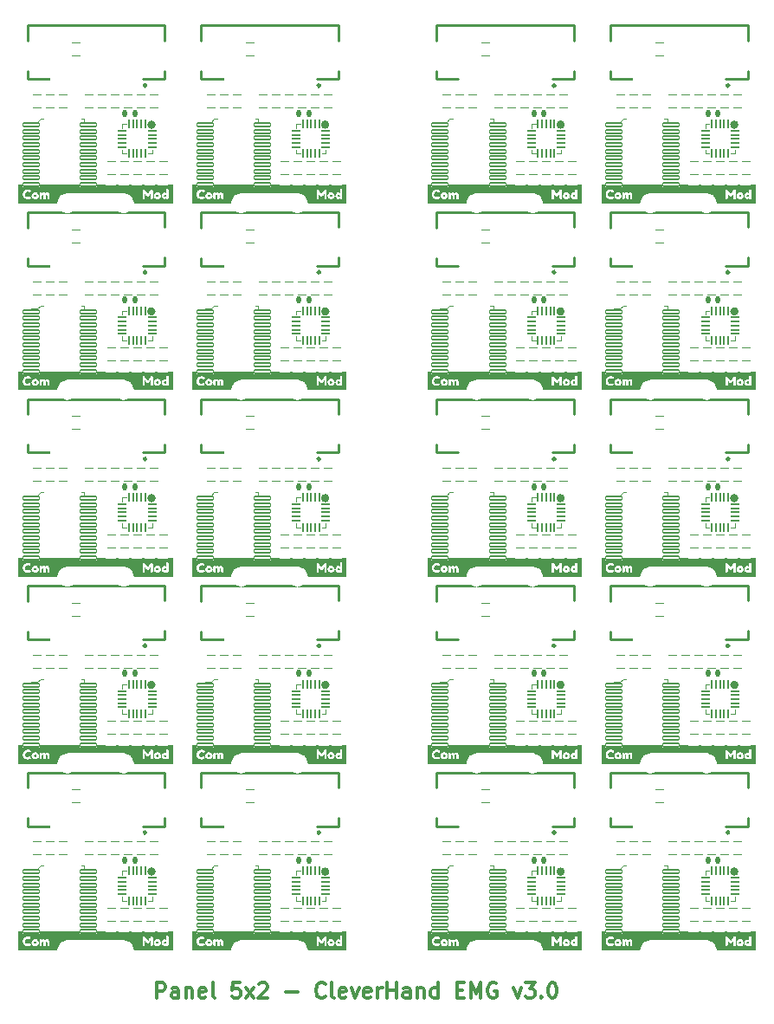
<source format=gbr>
%TF.GenerationSoftware,KiCad,Pcbnew,8.0.1-unknown-202403172319~81f55dfc9c~ubuntu22.04.1*%
%TF.CreationDate,2024-06-20T10:51:26+01:00*%
%TF.ProjectId,PANEL_COM_MOD,50414e45-4c5f-4434-9f4d-5f4d4f442e6b,1.0*%
%TF.SameCoordinates,Original*%
%TF.FileFunction,Legend,Top*%
%TF.FilePolarity,Positive*%
%FSLAX46Y46*%
G04 Gerber Fmt 4.6, Leading zero omitted, Abs format (unit mm)*
G04 Created by KiCad (PCBNEW 8.0.1-unknown-202403172319~81f55dfc9c~ubuntu22.04.1) date 2024-06-20 10:51:26*
%MOMM*%
%LPD*%
G01*
G04 APERTURE LIST*
G04 Aperture macros list*
%AMRoundRect*
0 Rectangle with rounded corners*
0 $1 Rounding radius*
0 $2 $3 $4 $5 $6 $7 $8 $9 X,Y pos of 4 corners*
0 Add a 4 corners polygon primitive as box body*
4,1,4,$2,$3,$4,$5,$6,$7,$8,$9,$2,$3,0*
0 Add four circle primitives for the rounded corners*
1,1,$1+$1,$2,$3*
1,1,$1+$1,$4,$5*
1,1,$1+$1,$6,$7*
1,1,$1+$1,$8,$9*
0 Add four rect primitives between the rounded corners*
20,1,$1+$1,$2,$3,$4,$5,0*
20,1,$1+$1,$4,$5,$6,$7,0*
20,1,$1+$1,$6,$7,$8,$9,0*
20,1,$1+$1,$8,$9,$2,$3,0*%
G04 Aperture macros list end*
%ADD10C,0.300000*%
%ADD11C,0.120000*%
%ADD12C,0.250000*%
%ADD13C,0.000000*%
%ADD14C,0.100000*%
%ADD15C,0.400000*%
%ADD16C,1.000000*%
%ADD17C,0.500000*%
%ADD18R,1.000000X1.000000*%
%ADD19R,0.300000X1.250000*%
%ADD20R,2.000000X2.500000*%
%ADD21RoundRect,0.070000X-0.800000X0.150000X-0.800000X-0.150000X0.800000X-0.150000X0.800000X0.150000X0*%
%ADD22C,2.000000*%
%ADD23RoundRect,0.140000X0.140000X0.170000X-0.140000X0.170000X-0.140000X-0.170000X0.140000X-0.170000X0*%
%ADD24RoundRect,0.050000X-0.050000X0.375000X-0.050000X-0.375000X0.050000X-0.375000X0.050000X0.375000X0*%
%ADD25RoundRect,0.050000X-0.375000X0.050000X-0.375000X-0.050000X0.375000X-0.050000X0.375000X0.050000X0*%
%ADD26R,1.400000X1.400000*%
G04 APERTURE END LIST*
D10*
X19464287Y-99928332D02*
X19464287Y-98428332D01*
X19464287Y-98428332D02*
X20035716Y-98428332D01*
X20035716Y-98428332D02*
X20178573Y-98499761D01*
X20178573Y-98499761D02*
X20250002Y-98571189D01*
X20250002Y-98571189D02*
X20321430Y-98714046D01*
X20321430Y-98714046D02*
X20321430Y-98928332D01*
X20321430Y-98928332D02*
X20250002Y-99071189D01*
X20250002Y-99071189D02*
X20178573Y-99142618D01*
X20178573Y-99142618D02*
X20035716Y-99214046D01*
X20035716Y-99214046D02*
X19464287Y-99214046D01*
X21607144Y-99928332D02*
X21607144Y-99142618D01*
X21607144Y-99142618D02*
X21535716Y-98999761D01*
X21535716Y-98999761D02*
X21392859Y-98928332D01*
X21392859Y-98928332D02*
X21107144Y-98928332D01*
X21107144Y-98928332D02*
X20964287Y-98999761D01*
X21607144Y-99856904D02*
X21464287Y-99928332D01*
X21464287Y-99928332D02*
X21107144Y-99928332D01*
X21107144Y-99928332D02*
X20964287Y-99856904D01*
X20964287Y-99856904D02*
X20892859Y-99714046D01*
X20892859Y-99714046D02*
X20892859Y-99571189D01*
X20892859Y-99571189D02*
X20964287Y-99428332D01*
X20964287Y-99428332D02*
X21107144Y-99356904D01*
X21107144Y-99356904D02*
X21464287Y-99356904D01*
X21464287Y-99356904D02*
X21607144Y-99285475D01*
X22321430Y-98928332D02*
X22321430Y-99928332D01*
X22321430Y-99071189D02*
X22392859Y-98999761D01*
X22392859Y-98999761D02*
X22535716Y-98928332D01*
X22535716Y-98928332D02*
X22750002Y-98928332D01*
X22750002Y-98928332D02*
X22892859Y-98999761D01*
X22892859Y-98999761D02*
X22964287Y-99142618D01*
X22964287Y-99142618D02*
X22964287Y-99928332D01*
X24250002Y-99856904D02*
X24107145Y-99928332D01*
X24107145Y-99928332D02*
X23821430Y-99928332D01*
X23821430Y-99928332D02*
X23678573Y-99856904D01*
X23678573Y-99856904D02*
X23607145Y-99714046D01*
X23607145Y-99714046D02*
X23607145Y-99142618D01*
X23607145Y-99142618D02*
X23678573Y-98999761D01*
X23678573Y-98999761D02*
X23821430Y-98928332D01*
X23821430Y-98928332D02*
X24107145Y-98928332D01*
X24107145Y-98928332D02*
X24250002Y-98999761D01*
X24250002Y-98999761D02*
X24321430Y-99142618D01*
X24321430Y-99142618D02*
X24321430Y-99285475D01*
X24321430Y-99285475D02*
X23607145Y-99428332D01*
X25178573Y-99928332D02*
X25035716Y-99856904D01*
X25035716Y-99856904D02*
X24964287Y-99714046D01*
X24964287Y-99714046D02*
X24964287Y-98428332D01*
X27607144Y-98428332D02*
X26892858Y-98428332D01*
X26892858Y-98428332D02*
X26821430Y-99142618D01*
X26821430Y-99142618D02*
X26892858Y-99071189D01*
X26892858Y-99071189D02*
X27035715Y-98999761D01*
X27035715Y-98999761D02*
X27392858Y-98999761D01*
X27392858Y-98999761D02*
X27535715Y-99071189D01*
X27535715Y-99071189D02*
X27607144Y-99142618D01*
X27607144Y-99142618D02*
X27678573Y-99285475D01*
X27678573Y-99285475D02*
X27678573Y-99642618D01*
X27678573Y-99642618D02*
X27607144Y-99785475D01*
X27607144Y-99785475D02*
X27535715Y-99856904D01*
X27535715Y-99856904D02*
X27392858Y-99928332D01*
X27392858Y-99928332D02*
X27035715Y-99928332D01*
X27035715Y-99928332D02*
X26892858Y-99856904D01*
X26892858Y-99856904D02*
X26821430Y-99785475D01*
X28178572Y-99928332D02*
X28964286Y-98928332D01*
X28178572Y-98928332D02*
X28964286Y-99928332D01*
X29464287Y-98571189D02*
X29535715Y-98499761D01*
X29535715Y-98499761D02*
X29678572Y-98428332D01*
X29678572Y-98428332D02*
X30035715Y-98428332D01*
X30035715Y-98428332D02*
X30178572Y-98499761D01*
X30178572Y-98499761D02*
X30250001Y-98571189D01*
X30250001Y-98571189D02*
X30321430Y-98714046D01*
X30321430Y-98714046D02*
X30321430Y-98856904D01*
X30321430Y-98856904D02*
X30250001Y-99071189D01*
X30250001Y-99071189D02*
X29392858Y-99928332D01*
X29392858Y-99928332D02*
X30321430Y-99928332D01*
X32107143Y-99356904D02*
X33250000Y-99356904D01*
X35964286Y-99785475D02*
X35892858Y-99856904D01*
X35892858Y-99856904D02*
X35678572Y-99928332D01*
X35678572Y-99928332D02*
X35535715Y-99928332D01*
X35535715Y-99928332D02*
X35321429Y-99856904D01*
X35321429Y-99856904D02*
X35178572Y-99714046D01*
X35178572Y-99714046D02*
X35107143Y-99571189D01*
X35107143Y-99571189D02*
X35035715Y-99285475D01*
X35035715Y-99285475D02*
X35035715Y-99071189D01*
X35035715Y-99071189D02*
X35107143Y-98785475D01*
X35107143Y-98785475D02*
X35178572Y-98642618D01*
X35178572Y-98642618D02*
X35321429Y-98499761D01*
X35321429Y-98499761D02*
X35535715Y-98428332D01*
X35535715Y-98428332D02*
X35678572Y-98428332D01*
X35678572Y-98428332D02*
X35892858Y-98499761D01*
X35892858Y-98499761D02*
X35964286Y-98571189D01*
X36821429Y-99928332D02*
X36678572Y-99856904D01*
X36678572Y-99856904D02*
X36607143Y-99714046D01*
X36607143Y-99714046D02*
X36607143Y-98428332D01*
X37964286Y-99856904D02*
X37821429Y-99928332D01*
X37821429Y-99928332D02*
X37535714Y-99928332D01*
X37535714Y-99928332D02*
X37392857Y-99856904D01*
X37392857Y-99856904D02*
X37321429Y-99714046D01*
X37321429Y-99714046D02*
X37321429Y-99142618D01*
X37321429Y-99142618D02*
X37392857Y-98999761D01*
X37392857Y-98999761D02*
X37535714Y-98928332D01*
X37535714Y-98928332D02*
X37821429Y-98928332D01*
X37821429Y-98928332D02*
X37964286Y-98999761D01*
X37964286Y-98999761D02*
X38035714Y-99142618D01*
X38035714Y-99142618D02*
X38035714Y-99285475D01*
X38035714Y-99285475D02*
X37321429Y-99428332D01*
X38535714Y-98928332D02*
X38892857Y-99928332D01*
X38892857Y-99928332D02*
X39250000Y-98928332D01*
X40392857Y-99856904D02*
X40250000Y-99928332D01*
X40250000Y-99928332D02*
X39964285Y-99928332D01*
X39964285Y-99928332D02*
X39821428Y-99856904D01*
X39821428Y-99856904D02*
X39750000Y-99714046D01*
X39750000Y-99714046D02*
X39750000Y-99142618D01*
X39750000Y-99142618D02*
X39821428Y-98999761D01*
X39821428Y-98999761D02*
X39964285Y-98928332D01*
X39964285Y-98928332D02*
X40250000Y-98928332D01*
X40250000Y-98928332D02*
X40392857Y-98999761D01*
X40392857Y-98999761D02*
X40464285Y-99142618D01*
X40464285Y-99142618D02*
X40464285Y-99285475D01*
X40464285Y-99285475D02*
X39750000Y-99428332D01*
X41107142Y-99928332D02*
X41107142Y-98928332D01*
X41107142Y-99214046D02*
X41178571Y-99071189D01*
X41178571Y-99071189D02*
X41249999Y-98999761D01*
X41249999Y-98999761D02*
X41392857Y-98928332D01*
X41392857Y-98928332D02*
X41535714Y-98928332D01*
X42035712Y-99928332D02*
X42035712Y-98428332D01*
X42035712Y-99142618D02*
X42892855Y-99142618D01*
X42892855Y-99928332D02*
X42892855Y-98428332D01*
X44249999Y-99928332D02*
X44249999Y-99142618D01*
X44249999Y-99142618D02*
X44178570Y-98999761D01*
X44178570Y-98999761D02*
X44035713Y-98928332D01*
X44035713Y-98928332D02*
X43749999Y-98928332D01*
X43749999Y-98928332D02*
X43607141Y-98999761D01*
X44249999Y-99856904D02*
X44107141Y-99928332D01*
X44107141Y-99928332D02*
X43749999Y-99928332D01*
X43749999Y-99928332D02*
X43607141Y-99856904D01*
X43607141Y-99856904D02*
X43535713Y-99714046D01*
X43535713Y-99714046D02*
X43535713Y-99571189D01*
X43535713Y-99571189D02*
X43607141Y-99428332D01*
X43607141Y-99428332D02*
X43749999Y-99356904D01*
X43749999Y-99356904D02*
X44107141Y-99356904D01*
X44107141Y-99356904D02*
X44249999Y-99285475D01*
X44964284Y-98928332D02*
X44964284Y-99928332D01*
X44964284Y-99071189D02*
X45035713Y-98999761D01*
X45035713Y-98999761D02*
X45178570Y-98928332D01*
X45178570Y-98928332D02*
X45392856Y-98928332D01*
X45392856Y-98928332D02*
X45535713Y-98999761D01*
X45535713Y-98999761D02*
X45607142Y-99142618D01*
X45607142Y-99142618D02*
X45607142Y-99928332D01*
X46964285Y-99928332D02*
X46964285Y-98428332D01*
X46964285Y-99856904D02*
X46821427Y-99928332D01*
X46821427Y-99928332D02*
X46535713Y-99928332D01*
X46535713Y-99928332D02*
X46392856Y-99856904D01*
X46392856Y-99856904D02*
X46321427Y-99785475D01*
X46321427Y-99785475D02*
X46249999Y-99642618D01*
X46249999Y-99642618D02*
X46249999Y-99214046D01*
X46249999Y-99214046D02*
X46321427Y-99071189D01*
X46321427Y-99071189D02*
X46392856Y-98999761D01*
X46392856Y-98999761D02*
X46535713Y-98928332D01*
X46535713Y-98928332D02*
X46821427Y-98928332D01*
X46821427Y-98928332D02*
X46964285Y-98999761D01*
X48821427Y-99142618D02*
X49321427Y-99142618D01*
X49535713Y-99928332D02*
X48821427Y-99928332D01*
X48821427Y-99928332D02*
X48821427Y-98428332D01*
X48821427Y-98428332D02*
X49535713Y-98428332D01*
X50178570Y-99928332D02*
X50178570Y-98428332D01*
X50178570Y-98428332D02*
X50678570Y-99499761D01*
X50678570Y-99499761D02*
X51178570Y-98428332D01*
X51178570Y-98428332D02*
X51178570Y-99928332D01*
X52678571Y-98499761D02*
X52535714Y-98428332D01*
X52535714Y-98428332D02*
X52321428Y-98428332D01*
X52321428Y-98428332D02*
X52107142Y-98499761D01*
X52107142Y-98499761D02*
X51964285Y-98642618D01*
X51964285Y-98642618D02*
X51892856Y-98785475D01*
X51892856Y-98785475D02*
X51821428Y-99071189D01*
X51821428Y-99071189D02*
X51821428Y-99285475D01*
X51821428Y-99285475D02*
X51892856Y-99571189D01*
X51892856Y-99571189D02*
X51964285Y-99714046D01*
X51964285Y-99714046D02*
X52107142Y-99856904D01*
X52107142Y-99856904D02*
X52321428Y-99928332D01*
X52321428Y-99928332D02*
X52464285Y-99928332D01*
X52464285Y-99928332D02*
X52678571Y-99856904D01*
X52678571Y-99856904D02*
X52749999Y-99785475D01*
X52749999Y-99785475D02*
X52749999Y-99285475D01*
X52749999Y-99285475D02*
X52464285Y-99285475D01*
X54392856Y-98928332D02*
X54749999Y-99928332D01*
X54749999Y-99928332D02*
X55107142Y-98928332D01*
X55535713Y-98428332D02*
X56464285Y-98428332D01*
X56464285Y-98428332D02*
X55964285Y-98999761D01*
X55964285Y-98999761D02*
X56178570Y-98999761D01*
X56178570Y-98999761D02*
X56321428Y-99071189D01*
X56321428Y-99071189D02*
X56392856Y-99142618D01*
X56392856Y-99142618D02*
X56464285Y-99285475D01*
X56464285Y-99285475D02*
X56464285Y-99642618D01*
X56464285Y-99642618D02*
X56392856Y-99785475D01*
X56392856Y-99785475D02*
X56321428Y-99856904D01*
X56321428Y-99856904D02*
X56178570Y-99928332D01*
X56178570Y-99928332D02*
X55749999Y-99928332D01*
X55749999Y-99928332D02*
X55607142Y-99856904D01*
X55607142Y-99856904D02*
X55535713Y-99785475D01*
X57107141Y-99785475D02*
X57178570Y-99856904D01*
X57178570Y-99856904D02*
X57107141Y-99928332D01*
X57107141Y-99928332D02*
X57035713Y-99856904D01*
X57035713Y-99856904D02*
X57107141Y-99785475D01*
X57107141Y-99785475D02*
X57107141Y-99928332D01*
X58107142Y-98428332D02*
X58249999Y-98428332D01*
X58249999Y-98428332D02*
X58392856Y-98499761D01*
X58392856Y-98499761D02*
X58464285Y-98571189D01*
X58464285Y-98571189D02*
X58535713Y-98714046D01*
X58535713Y-98714046D02*
X58607142Y-98999761D01*
X58607142Y-98999761D02*
X58607142Y-99356904D01*
X58607142Y-99356904D02*
X58535713Y-99642618D01*
X58535713Y-99642618D02*
X58464285Y-99785475D01*
X58464285Y-99785475D02*
X58392856Y-99856904D01*
X58392856Y-99856904D02*
X58249999Y-99928332D01*
X58249999Y-99928332D02*
X58107142Y-99928332D01*
X58107142Y-99928332D02*
X57964285Y-99856904D01*
X57964285Y-99856904D02*
X57892856Y-99785475D01*
X57892856Y-99785475D02*
X57821427Y-99642618D01*
X57821427Y-99642618D02*
X57749999Y-99356904D01*
X57749999Y-99356904D02*
X57749999Y-98999761D01*
X57749999Y-98999761D02*
X57821427Y-98714046D01*
X57821427Y-98714046D02*
X57892856Y-98571189D01*
X57892856Y-98571189D02*
X57964285Y-98499761D01*
X57964285Y-98499761D02*
X58107142Y-98428332D01*
D11*
%TO.C,J22*%
X72375999Y-54615002D02*
X71613999Y-54615002D01*
X72375999Y-55885002D02*
X71613999Y-55885002D01*
D12*
%TO.C,FPC2*%
X46830000Y-59630003D02*
X60270000Y-59630003D01*
X46830000Y-61120003D02*
X46830000Y-59630003D01*
X46830000Y-64870003D02*
X46830000Y-64080003D01*
X48970000Y-64870003D02*
X46830000Y-64870003D01*
X60270000Y-59630003D02*
X60270000Y-61090003D01*
X60270000Y-64050003D02*
X60270000Y-64870003D01*
X60270000Y-64870003D02*
X58130000Y-64870003D01*
X58460000Y-65500003D02*
G75*
G02*
X58200000Y-65500003I-130000J0D01*
G01*
X58200000Y-65500003D02*
G75*
G02*
X58460000Y-65500003I130000J0D01*
G01*
X58460000Y-65500003D02*
G75*
G02*
X58200000Y-65500003I-130000J0D01*
G01*
X58200000Y-65500003D02*
G75*
G02*
X58460000Y-65500003I130000J0D01*
G01*
D11*
%TO.C,J5*%
X13246000Y-11615000D02*
X12484000Y-11615000D01*
X13246000Y-12885000D02*
X12484000Y-12885000D01*
%TO.C,J16*%
X36185999Y-19385000D02*
X35423999Y-19385000D01*
X36185999Y-20655000D02*
X35423999Y-20655000D01*
D12*
%TO.C,FPC2*%
X63830000Y-41380002D02*
X77270000Y-41380002D01*
X63830000Y-42870002D02*
X63830000Y-41380002D01*
X63830000Y-46620002D02*
X63830000Y-45830002D01*
X65970000Y-46620002D02*
X63830000Y-46620002D01*
X77270000Y-41380002D02*
X77270000Y-42840002D01*
X77270000Y-45800002D02*
X77270000Y-46620002D01*
X77270000Y-46620002D02*
X75130000Y-46620002D01*
X75460000Y-47250002D02*
G75*
G02*
X75200000Y-47250002I-130000J0D01*
G01*
X75200000Y-47250002D02*
G75*
G02*
X75460000Y-47250002I130000J0D01*
G01*
X75460000Y-47250002D02*
G75*
G02*
X75200000Y-47250002I-130000J0D01*
G01*
X75200000Y-47250002D02*
G75*
G02*
X75460000Y-47250002I130000J0D01*
G01*
D13*
%TO.C,kibuzzard-658C3FF8*%
G36*
X77366889Y-39674296D02*
G01*
X77396734Y-39751131D01*
X77365619Y-39826696D01*
X77287514Y-39860986D01*
X77207504Y-39826696D01*
X77174484Y-39750496D01*
X77204964Y-39673661D01*
X77286244Y-39638736D01*
X77366889Y-39674296D01*
G37*
G36*
X64673874Y-39653976D02*
G01*
X64703401Y-39692393D01*
X64713244Y-39746686D01*
X64702766Y-39801296D01*
X64671334Y-39840666D01*
X64587514Y-39872416D01*
X64504964Y-39841301D01*
X64474484Y-39802566D01*
X64464324Y-39748591D01*
X64474166Y-39694457D01*
X64503694Y-39655246D01*
X64588784Y-39623496D01*
X64673874Y-39653976D01*
G37*
G36*
X76618224Y-39653976D02*
G01*
X76647752Y-39692393D01*
X76657594Y-39746686D01*
X76647117Y-39801296D01*
X76615684Y-39840666D01*
X76531864Y-39872416D01*
X76449314Y-39841301D01*
X76418834Y-39802566D01*
X76408674Y-39748591D01*
X76418517Y-39694457D01*
X76448044Y-39655246D01*
X76533134Y-39623496D01*
X76618224Y-39653976D01*
G37*
G36*
X78046127Y-40520539D02*
G01*
X77622794Y-40520539D01*
X77501509Y-40520539D01*
X76533134Y-40520539D01*
X75992114Y-40520539D01*
X65887994Y-40520539D01*
X64588784Y-40520539D01*
X63862979Y-40520539D01*
X63377204Y-40520539D01*
X62953871Y-40520539D01*
X62953871Y-39614606D01*
X63377204Y-39614606D01*
X63385618Y-39710015D01*
X63410859Y-39798121D01*
X63449118Y-39874956D01*
X63496584Y-39936551D01*
X63551988Y-39986399D01*
X63614059Y-40027991D01*
X63678511Y-40060058D01*
X63741059Y-40081331D01*
X63802336Y-40093237D01*
X63862979Y-40097206D01*
X63924415Y-40092126D01*
X63988074Y-40076886D01*
X64073799Y-40043866D01*
X64117614Y-40017196D01*
X64157619Y-39985446D01*
X64174764Y-39940996D01*
X64146824Y-39869876D01*
X64102691Y-39816536D01*
X64061734Y-39798756D01*
X64000774Y-39824156D01*
X63977914Y-39840666D01*
X63927749Y-39860986D01*
X63853454Y-39871146D01*
X63771221Y-39857176D01*
X63692164Y-39815266D01*
X63639731Y-39750496D01*
X64239534Y-39750496D01*
X64253028Y-39846857D01*
X64293509Y-39932741D01*
X64353675Y-40003543D01*
X64426224Y-40054661D01*
X64506234Y-40085617D01*
X64588784Y-40095936D01*
X64671175Y-40086252D01*
X64750709Y-40057201D01*
X64822940Y-40007671D01*
X64852642Y-39972746D01*
X65020584Y-39972746D01*
X65022489Y-40017196D01*
X65033284Y-40050216D01*
X65066621Y-40075934D01*
X65131074Y-40084506D01*
X65195844Y-40076251D01*
X65230134Y-40051486D01*
X65242199Y-40017831D01*
X65244104Y-39974016D01*
X65244104Y-39749226D01*
X65263154Y-39666358D01*
X65320304Y-39638736D01*
X65379359Y-39666358D01*
X65399044Y-39749226D01*
X65399044Y-39971476D01*
X65400949Y-40015291D01*
X65411744Y-40048946D01*
X65445081Y-40075616D01*
X65509534Y-40084506D01*
X65574939Y-40075934D01*
X65608594Y-40050216D01*
X65620659Y-40017196D01*
X65622564Y-39972746D01*
X65622564Y-39750496D01*
X65638439Y-39667946D01*
X65698764Y-39638736D01*
X65757819Y-39666358D01*
X65777504Y-39749226D01*
X65777504Y-39971476D01*
X65779409Y-40015291D01*
X65790204Y-40048946D01*
X65823541Y-40075616D01*
X65887994Y-40084506D01*
X65953081Y-40075934D01*
X65985784Y-40050216D01*
X65997849Y-40016561D01*
X65999754Y-39972746D01*
X65999754Y-39970206D01*
X75098034Y-39970206D01*
X75099939Y-40015926D01*
X75112004Y-40048946D01*
X75145659Y-40074663D01*
X75208524Y-40083236D01*
X75273294Y-40074663D01*
X75307584Y-40048946D01*
X75319649Y-40016561D01*
X75321554Y-39972746D01*
X75321554Y-39544756D01*
X75345049Y-39576347D01*
X75402834Y-39655881D01*
X75465382Y-39741447D01*
X75503164Y-39791136D01*
X75513324Y-39805106D01*
X75546979Y-39831141D01*
X75599049Y-39844476D01*
X75652389Y-39829871D01*
X75683504Y-39807011D01*
X75706364Y-39777166D01*
X75733987Y-39739542D01*
X75783834Y-39669851D01*
X75837492Y-39595715D01*
X75876544Y-39544756D01*
X75876544Y-39970206D01*
X75882894Y-40036246D01*
X75900674Y-40061646D01*
X75933694Y-40076886D01*
X75992114Y-40083236D01*
X76053074Y-40075616D01*
X76089269Y-40042279D01*
X76101334Y-39972746D01*
X76101334Y-39750496D01*
X76183884Y-39750496D01*
X76197378Y-39846857D01*
X76237859Y-39932741D01*
X76298025Y-40003543D01*
X76370574Y-40054661D01*
X76450584Y-40085617D01*
X76533134Y-40095936D01*
X76615525Y-40086252D01*
X76695059Y-40057201D01*
X76767290Y-40007671D01*
X76827774Y-39936551D01*
X76868732Y-39848762D01*
X76882297Y-39749861D01*
X76952234Y-39749861D01*
X76962676Y-39834669D01*
X76994003Y-39912139D01*
X77046214Y-39982271D01*
X77111125Y-40037657D01*
X77180552Y-40070889D01*
X77254494Y-40081966D01*
X77339267Y-40066726D01*
X77403084Y-40021006D01*
X77432770Y-40067678D01*
X77501509Y-40083236D01*
X77572470Y-40074663D01*
X77608824Y-40048946D01*
X77620889Y-40016561D01*
X77622794Y-39972746D01*
X77622794Y-39214556D01*
X77620889Y-39170741D01*
X77609459Y-39137086D01*
X77575804Y-39110416D01*
X77511669Y-39102796D01*
X77447534Y-39110416D01*
X77413879Y-39136451D01*
X77402449Y-39169471D01*
X77400544Y-39213286D01*
X77400544Y-39479986D01*
X77337997Y-39432361D01*
X77254494Y-39416486D01*
X77181187Y-39427634D01*
X77111972Y-39461077D01*
X77046849Y-39516816D01*
X76994285Y-39587301D01*
X76962747Y-39664983D01*
X76952234Y-39749861D01*
X76882297Y-39749861D01*
X76882384Y-39749226D01*
X76870672Y-39653623D01*
X76835535Y-39570015D01*
X76776974Y-39498401D01*
X76703173Y-39443720D01*
X76622316Y-39410912D01*
X76534404Y-39399976D01*
X76446351Y-39410983D01*
X76365071Y-39444003D01*
X76290564Y-39499036D01*
X76231297Y-39571003D01*
X76195737Y-39654823D01*
X76183884Y-39750496D01*
X76101334Y-39750496D01*
X76101334Y-39267896D01*
X76099429Y-39223446D01*
X76087364Y-39189156D01*
X76053868Y-39163438D01*
X75988939Y-39154866D01*
X75923058Y-39163438D01*
X75886704Y-39189156D01*
X75852008Y-39233504D01*
X75805830Y-39293398D01*
X75748172Y-39368836D01*
X75679034Y-39459818D01*
X75598414Y-39566346D01*
X75310124Y-39187886D01*
X75302504Y-39180266D01*
X75270119Y-39163121D01*
X75211064Y-39154866D01*
X75146294Y-39163121D01*
X75112004Y-39187886D01*
X75099939Y-39221541D01*
X75098034Y-39265356D01*
X75098034Y-39970206D01*
X65999754Y-39970206D01*
X65999754Y-39750496D01*
X65992134Y-39641629D01*
X65969274Y-39555480D01*
X65931174Y-39492051D01*
X65854339Y-39433472D01*
X65760994Y-39413946D01*
X65672094Y-39438711D01*
X65609229Y-39484431D01*
X65575574Y-39524436D01*
X65525903Y-39463053D01*
X65461556Y-39426223D01*
X65382534Y-39413946D01*
X65304746Y-39436488D01*
X65239024Y-39504116D01*
X65217434Y-39438076D01*
X65124724Y-39415216D01*
X65066621Y-39423788D01*
X65034554Y-39449506D01*
X65022489Y-39481891D01*
X65020584Y-39525706D01*
X65020584Y-39972746D01*
X64852642Y-39972746D01*
X64883424Y-39936551D01*
X64924381Y-39848762D01*
X64938034Y-39749226D01*
X64926322Y-39653623D01*
X64891185Y-39570015D01*
X64832624Y-39498401D01*
X64758823Y-39443720D01*
X64677966Y-39410912D01*
X64590054Y-39399976D01*
X64502001Y-39410983D01*
X64420721Y-39444003D01*
X64346214Y-39499036D01*
X64286947Y-39571003D01*
X64251387Y-39654823D01*
X64239534Y-39750496D01*
X63639731Y-39750496D01*
X63627394Y-39735256D01*
X63608344Y-39681122D01*
X63601994Y-39620321D01*
X63608344Y-39559520D01*
X63627394Y-39505386D01*
X63690894Y-39426646D01*
X63771539Y-39383783D01*
X63853454Y-39369496D01*
X63933464Y-39380291D01*
X63995694Y-39412676D01*
X64060464Y-39440616D01*
X64102374Y-39423471D01*
X64149364Y-39372036D01*
X64176034Y-39301551D01*
X64143014Y-39241226D01*
X64107454Y-39218366D01*
X64076974Y-39200586D01*
X63983629Y-39163121D01*
X63922510Y-39149310D01*
X63862344Y-39144706D01*
X63778665Y-39152326D01*
X63695268Y-39175186D01*
X63612154Y-39213286D01*
X63549765Y-39253132D01*
X63494679Y-39301551D01*
X63447848Y-39361241D01*
X63410224Y-39434901D01*
X63385459Y-39520150D01*
X63377204Y-39614606D01*
X62953871Y-39614606D01*
X62953871Y-38679463D01*
X63377204Y-38679463D01*
X77622794Y-38679463D01*
X78046127Y-38679463D01*
X78046127Y-40520539D01*
G37*
D11*
%TO.C,J19*%
X25166000Y-84615004D02*
X24404000Y-84615004D01*
X25166000Y-85885004D02*
X24404000Y-85885004D01*
%TO.C,J16*%
X19185999Y-37635001D02*
X18423999Y-37635001D01*
X19185999Y-38905001D02*
X18423999Y-38905001D01*
%TO.C,J17*%
X37455999Y-55885002D02*
X36693999Y-55885002D01*
X37455999Y-57155002D02*
X36693999Y-57155002D01*
%TO.C,J8*%
X34056000Y-48115002D02*
X33294000Y-48115002D01*
X34056000Y-49385002D02*
X33294000Y-49385002D01*
%TO.C,J18*%
X32375999Y-92385004D02*
X31613999Y-92385004D01*
X32375999Y-93655004D02*
X31613999Y-93655004D01*
D14*
%TO.C,U2*%
X64600000Y-21000000D02*
X64600000Y-20700000D01*
X64600000Y-21000000D02*
X64900000Y-21000000D01*
X64800000Y-14300000D02*
X64200000Y-14300000D01*
X65100000Y-14000000D02*
X64800000Y-14300000D01*
X65400000Y-14000000D02*
X65100000Y-14000000D01*
X69400000Y-14000000D02*
X69100000Y-14000000D01*
X69400000Y-14300000D02*
X69400000Y-14000000D01*
X69400000Y-20700000D02*
X69400000Y-21000000D01*
X69400000Y-21000000D02*
X69100000Y-21000000D01*
X7600000Y-57500002D02*
X7600000Y-57200002D01*
X7600000Y-57500002D02*
X7900000Y-57500002D01*
X7800000Y-50800002D02*
X7200000Y-50800002D01*
X8100000Y-50500002D02*
X7800000Y-50800002D01*
X8400000Y-50500002D02*
X8100000Y-50500002D01*
X12400000Y-50500002D02*
X12100000Y-50500002D01*
X12400000Y-50800002D02*
X12400000Y-50500002D01*
X12400000Y-57200002D02*
X12400000Y-57500002D01*
X12400000Y-57500002D02*
X12100000Y-57500002D01*
D11*
%TO.C,J15*%
X34915999Y-92385004D02*
X34153999Y-92385004D01*
X34915999Y-93655004D02*
X34153999Y-93655004D01*
%TO.C,J17*%
X20455999Y-19385000D02*
X19693999Y-19385000D01*
X20455999Y-20655000D02*
X19693999Y-20655000D01*
%TO.C,J11*%
X36693999Y-36365001D02*
X37455999Y-36365001D01*
X36693999Y-37635001D02*
X37455999Y-37635001D01*
%TO.C,J1*%
X9436000Y-84615004D02*
X8674000Y-84615004D01*
X9436000Y-85885004D02*
X8674000Y-85885004D01*
%TO.C,J7*%
X32786000Y-29865001D02*
X32024000Y-29865001D01*
X32786000Y-31135001D02*
X32024000Y-31135001D01*
%TO.C,J18*%
X15375999Y-92385004D02*
X14613999Y-92385004D01*
X15375999Y-93655004D02*
X14613999Y-93655004D01*
%TO.C,J22*%
X15375999Y-54615002D02*
X14613999Y-54615002D01*
X15375999Y-55885002D02*
X14613999Y-55885002D01*
D14*
%TO.C,U2*%
X7600000Y-39250001D02*
X7600000Y-38950001D01*
X7600000Y-39250001D02*
X7900000Y-39250001D01*
X7800000Y-32550001D02*
X7200000Y-32550001D01*
X8100000Y-32250001D02*
X7800000Y-32550001D01*
X8400000Y-32250001D02*
X8100000Y-32250001D01*
X12400000Y-32250001D02*
X12100000Y-32250001D01*
X12400000Y-32550001D02*
X12400000Y-32250001D01*
X12400000Y-38950001D02*
X12400000Y-39250001D01*
X12400000Y-39250001D02*
X12100000Y-39250001D01*
D11*
%TO.C,J7*%
X72786000Y-11615000D02*
X72024000Y-11615000D01*
X72786000Y-12885000D02*
X72024000Y-12885000D01*
%TO.C,J9*%
X58326000Y-66365003D02*
X57564000Y-66365003D01*
X58326000Y-67635003D02*
X57564000Y-67635003D01*
%TO.C,U1*%
X56119999Y-32760001D02*
X56519999Y-32760001D01*
X56119999Y-33160001D02*
X56119999Y-32760001D01*
X56119999Y-35660001D02*
X56119999Y-35260001D01*
X56519999Y-35660001D02*
X56119999Y-35660001D01*
X59019999Y-35260001D02*
X59019999Y-35660001D01*
X59019999Y-35660001D02*
X58619999Y-35660001D01*
D15*
X59159999Y-32820001D02*
G75*
G02*
X58759999Y-32820001I-200000J0D01*
G01*
X58759999Y-32820001D02*
G75*
G02*
X59159999Y-32820001I200000J0D01*
G01*
D14*
%TO.C,U2*%
X24600000Y-21000000D02*
X24600000Y-20700000D01*
X24600000Y-21000000D02*
X24900000Y-21000000D01*
X24800000Y-14300000D02*
X24200000Y-14300000D01*
X25100000Y-14000000D02*
X24800000Y-14300000D01*
X25400000Y-14000000D02*
X25100000Y-14000000D01*
X29400000Y-14000000D02*
X29100000Y-14000000D01*
X29400000Y-14300000D02*
X29400000Y-14000000D01*
X29400000Y-20700000D02*
X29400000Y-21000000D01*
X29400000Y-21000000D02*
X29100000Y-21000000D01*
D11*
%TO.C,J20*%
X59596000Y-48115002D02*
X58834000Y-48115002D01*
X59596000Y-49385002D02*
X58834000Y-49385002D01*
%TO.C,J11*%
X36693999Y-72865003D02*
X37455999Y-72865003D01*
X36693999Y-74135003D02*
X37455999Y-74135003D01*
%TO.C,J14*%
X55883999Y-54615002D02*
X56645999Y-54615002D01*
X55883999Y-55885002D02*
X56645999Y-55885002D01*
%TO.C,J8*%
X17056000Y-48115002D02*
X16294000Y-48115002D01*
X17056000Y-49385002D02*
X16294000Y-49385002D01*
%TO.C,J20*%
X76596000Y-29865001D02*
X75834000Y-29865001D01*
X76596000Y-31135001D02*
X75834000Y-31135001D01*
%TO.C,J12*%
X75423999Y-54615002D02*
X76185999Y-54615002D01*
X75423999Y-55885002D02*
X76185999Y-55885002D01*
%TO.C,J7*%
X72786000Y-29865001D02*
X72024000Y-29865001D01*
X72786000Y-31135001D02*
X72024000Y-31135001D01*
%TO.C,J6*%
X54516000Y-48115002D02*
X53754000Y-48115002D01*
X54516000Y-49385002D02*
X53754000Y-49385002D01*
%TO.C,J21*%
X16645999Y-19385000D02*
X15883999Y-19385000D01*
X16645999Y-20655000D02*
X15883999Y-20655000D01*
%TO.C,J5*%
X13246000Y-66365003D02*
X12484000Y-66365003D01*
X13246000Y-67635003D02*
X12484000Y-67635003D01*
%TO.C,J13*%
X74154000Y-91115004D02*
X74916000Y-91115004D01*
X74154000Y-92385004D02*
X74916000Y-92385004D01*
%TO.C,J21*%
X33645999Y-74135003D02*
X32883999Y-74135003D01*
X33645999Y-75405003D02*
X32883999Y-75405003D01*
D13*
%TO.C,kibuzzard-658C3FF8*%
G36*
X20366889Y-94424299D02*
G01*
X20396734Y-94501134D01*
X20365619Y-94576699D01*
X20287514Y-94610989D01*
X20207504Y-94576699D01*
X20174484Y-94500499D01*
X20204964Y-94423664D01*
X20286244Y-94388739D01*
X20366889Y-94424299D01*
G37*
G36*
X7673874Y-94403979D02*
G01*
X7703401Y-94442396D01*
X7713244Y-94496689D01*
X7702766Y-94551299D01*
X7671334Y-94590669D01*
X7587514Y-94622419D01*
X7504964Y-94591304D01*
X7474484Y-94552569D01*
X7464324Y-94498594D01*
X7474166Y-94444460D01*
X7503694Y-94405249D01*
X7588784Y-94373499D01*
X7673874Y-94403979D01*
G37*
G36*
X19618224Y-94403979D02*
G01*
X19647752Y-94442396D01*
X19657594Y-94496689D01*
X19647117Y-94551299D01*
X19615684Y-94590669D01*
X19531864Y-94622419D01*
X19449314Y-94591304D01*
X19418834Y-94552569D01*
X19408674Y-94498594D01*
X19418517Y-94444460D01*
X19448044Y-94405249D01*
X19533134Y-94373499D01*
X19618224Y-94403979D01*
G37*
G36*
X21046127Y-95270542D02*
G01*
X20622794Y-95270542D01*
X20501509Y-95270542D01*
X19533134Y-95270542D01*
X18992114Y-95270542D01*
X8887994Y-95270542D01*
X7588784Y-95270542D01*
X6862979Y-95270542D01*
X6377204Y-95270542D01*
X5953871Y-95270542D01*
X5953871Y-94364609D01*
X6377204Y-94364609D01*
X6385618Y-94460018D01*
X6410859Y-94548124D01*
X6449118Y-94624959D01*
X6496584Y-94686554D01*
X6551988Y-94736402D01*
X6614059Y-94777994D01*
X6678511Y-94810061D01*
X6741059Y-94831334D01*
X6802336Y-94843240D01*
X6862979Y-94847209D01*
X6924415Y-94842129D01*
X6988074Y-94826889D01*
X7073799Y-94793869D01*
X7117614Y-94767199D01*
X7157619Y-94735449D01*
X7174764Y-94690999D01*
X7146824Y-94619879D01*
X7102691Y-94566539D01*
X7061734Y-94548759D01*
X7000774Y-94574159D01*
X6977914Y-94590669D01*
X6927749Y-94610989D01*
X6853454Y-94621149D01*
X6771221Y-94607179D01*
X6692164Y-94565269D01*
X6639731Y-94500499D01*
X7239534Y-94500499D01*
X7253028Y-94596860D01*
X7293509Y-94682744D01*
X7353675Y-94753546D01*
X7426224Y-94804664D01*
X7506234Y-94835620D01*
X7588784Y-94845939D01*
X7671175Y-94836255D01*
X7750709Y-94807204D01*
X7822940Y-94757674D01*
X7852642Y-94722749D01*
X8020584Y-94722749D01*
X8022489Y-94767199D01*
X8033284Y-94800219D01*
X8066621Y-94825937D01*
X8131074Y-94834509D01*
X8195844Y-94826254D01*
X8230134Y-94801489D01*
X8242199Y-94767834D01*
X8244104Y-94724019D01*
X8244104Y-94499229D01*
X8263154Y-94416361D01*
X8320304Y-94388739D01*
X8379359Y-94416361D01*
X8399044Y-94499229D01*
X8399044Y-94721479D01*
X8400949Y-94765294D01*
X8411744Y-94798949D01*
X8445081Y-94825619D01*
X8509534Y-94834509D01*
X8574939Y-94825937D01*
X8608594Y-94800219D01*
X8620659Y-94767199D01*
X8622564Y-94722749D01*
X8622564Y-94500499D01*
X8638439Y-94417949D01*
X8698764Y-94388739D01*
X8757819Y-94416361D01*
X8777504Y-94499229D01*
X8777504Y-94721479D01*
X8779409Y-94765294D01*
X8790204Y-94798949D01*
X8823541Y-94825619D01*
X8887994Y-94834509D01*
X8953081Y-94825937D01*
X8985784Y-94800219D01*
X8997849Y-94766564D01*
X8999754Y-94722749D01*
X8999754Y-94720209D01*
X18098034Y-94720209D01*
X18099939Y-94765929D01*
X18112004Y-94798949D01*
X18145659Y-94824666D01*
X18208524Y-94833239D01*
X18273294Y-94824666D01*
X18307584Y-94798949D01*
X18319649Y-94766564D01*
X18321554Y-94722749D01*
X18321554Y-94294759D01*
X18345049Y-94326350D01*
X18402834Y-94405884D01*
X18465382Y-94491450D01*
X18503164Y-94541139D01*
X18513324Y-94555109D01*
X18546979Y-94581144D01*
X18599049Y-94594479D01*
X18652389Y-94579874D01*
X18683504Y-94557014D01*
X18706364Y-94527169D01*
X18733987Y-94489545D01*
X18783834Y-94419854D01*
X18837492Y-94345718D01*
X18876544Y-94294759D01*
X18876544Y-94720209D01*
X18882894Y-94786249D01*
X18900674Y-94811649D01*
X18933694Y-94826889D01*
X18992114Y-94833239D01*
X19053074Y-94825619D01*
X19089269Y-94792282D01*
X19101334Y-94722749D01*
X19101334Y-94500499D01*
X19183884Y-94500499D01*
X19197378Y-94596860D01*
X19237859Y-94682744D01*
X19298025Y-94753546D01*
X19370574Y-94804664D01*
X19450584Y-94835620D01*
X19533134Y-94845939D01*
X19615525Y-94836255D01*
X19695059Y-94807204D01*
X19767290Y-94757674D01*
X19827774Y-94686554D01*
X19868732Y-94598765D01*
X19882297Y-94499864D01*
X19952234Y-94499864D01*
X19962676Y-94584672D01*
X19994003Y-94662142D01*
X20046214Y-94732274D01*
X20111125Y-94787660D01*
X20180552Y-94820892D01*
X20254494Y-94831969D01*
X20339267Y-94816729D01*
X20403084Y-94771009D01*
X20432770Y-94817681D01*
X20501509Y-94833239D01*
X20572470Y-94824666D01*
X20608824Y-94798949D01*
X20620889Y-94766564D01*
X20622794Y-94722749D01*
X20622794Y-93964559D01*
X20620889Y-93920744D01*
X20609459Y-93887089D01*
X20575804Y-93860419D01*
X20511669Y-93852799D01*
X20447534Y-93860419D01*
X20413879Y-93886454D01*
X20402449Y-93919474D01*
X20400544Y-93963289D01*
X20400544Y-94229989D01*
X20337997Y-94182364D01*
X20254494Y-94166489D01*
X20181187Y-94177637D01*
X20111972Y-94211080D01*
X20046849Y-94266819D01*
X19994285Y-94337304D01*
X19962747Y-94414986D01*
X19952234Y-94499864D01*
X19882297Y-94499864D01*
X19882384Y-94499229D01*
X19870672Y-94403626D01*
X19835535Y-94320018D01*
X19776974Y-94248404D01*
X19703173Y-94193723D01*
X19622316Y-94160915D01*
X19534404Y-94149979D01*
X19446351Y-94160986D01*
X19365071Y-94194006D01*
X19290564Y-94249039D01*
X19231297Y-94321006D01*
X19195737Y-94404826D01*
X19183884Y-94500499D01*
X19101334Y-94500499D01*
X19101334Y-94017899D01*
X19099429Y-93973449D01*
X19087364Y-93939159D01*
X19053868Y-93913441D01*
X18988939Y-93904869D01*
X18923058Y-93913441D01*
X18886704Y-93939159D01*
X18852008Y-93983507D01*
X18805830Y-94043401D01*
X18748172Y-94118839D01*
X18679034Y-94209821D01*
X18598414Y-94316349D01*
X18310124Y-93937889D01*
X18302504Y-93930269D01*
X18270119Y-93913124D01*
X18211064Y-93904869D01*
X18146294Y-93913124D01*
X18112004Y-93937889D01*
X18099939Y-93971544D01*
X18098034Y-94015359D01*
X18098034Y-94720209D01*
X8999754Y-94720209D01*
X8999754Y-94500499D01*
X8992134Y-94391632D01*
X8969274Y-94305483D01*
X8931174Y-94242054D01*
X8854339Y-94183475D01*
X8760994Y-94163949D01*
X8672094Y-94188714D01*
X8609229Y-94234434D01*
X8575574Y-94274439D01*
X8525903Y-94213056D01*
X8461556Y-94176226D01*
X8382534Y-94163949D01*
X8304746Y-94186491D01*
X8239024Y-94254119D01*
X8217434Y-94188079D01*
X8124724Y-94165219D01*
X8066621Y-94173791D01*
X8034554Y-94199509D01*
X8022489Y-94231894D01*
X8020584Y-94275709D01*
X8020584Y-94722749D01*
X7852642Y-94722749D01*
X7883424Y-94686554D01*
X7924381Y-94598765D01*
X7938034Y-94499229D01*
X7926322Y-94403626D01*
X7891185Y-94320018D01*
X7832624Y-94248404D01*
X7758823Y-94193723D01*
X7677966Y-94160915D01*
X7590054Y-94149979D01*
X7502001Y-94160986D01*
X7420721Y-94194006D01*
X7346214Y-94249039D01*
X7286947Y-94321006D01*
X7251387Y-94404826D01*
X7239534Y-94500499D01*
X6639731Y-94500499D01*
X6627394Y-94485259D01*
X6608344Y-94431125D01*
X6601994Y-94370324D01*
X6608344Y-94309523D01*
X6627394Y-94255389D01*
X6690894Y-94176649D01*
X6771539Y-94133786D01*
X6853454Y-94119499D01*
X6933464Y-94130294D01*
X6995694Y-94162679D01*
X7060464Y-94190619D01*
X7102374Y-94173474D01*
X7149364Y-94122039D01*
X7176034Y-94051554D01*
X7143014Y-93991229D01*
X7107454Y-93968369D01*
X7076974Y-93950589D01*
X6983629Y-93913124D01*
X6922510Y-93899313D01*
X6862344Y-93894709D01*
X6778665Y-93902329D01*
X6695268Y-93925189D01*
X6612154Y-93963289D01*
X6549765Y-94003135D01*
X6494679Y-94051554D01*
X6447848Y-94111244D01*
X6410224Y-94184904D01*
X6385459Y-94270153D01*
X6377204Y-94364609D01*
X5953871Y-94364609D01*
X5953871Y-93429466D01*
X6377204Y-93429466D01*
X20622794Y-93429466D01*
X21046127Y-93429466D01*
X21046127Y-95270542D01*
G37*
D11*
%TO.C,J6*%
X54516000Y-29865001D02*
X53754000Y-29865001D01*
X54516000Y-31135001D02*
X53754000Y-31135001D01*
%TO.C,J21*%
X16645999Y-37635001D02*
X15883999Y-37635001D01*
X16645999Y-38905001D02*
X15883999Y-38905001D01*
%TO.C,J7*%
X55786000Y-11615000D02*
X55024000Y-11615000D01*
X55786000Y-12885000D02*
X55024000Y-12885000D01*
D13*
%TO.C,kibuzzard-658C3FF8*%
G36*
X37366889Y-39674296D02*
G01*
X37396734Y-39751131D01*
X37365619Y-39826696D01*
X37287514Y-39860986D01*
X37207504Y-39826696D01*
X37174484Y-39750496D01*
X37204964Y-39673661D01*
X37286244Y-39638736D01*
X37366889Y-39674296D01*
G37*
G36*
X24673874Y-39653976D02*
G01*
X24703401Y-39692393D01*
X24713244Y-39746686D01*
X24702766Y-39801296D01*
X24671334Y-39840666D01*
X24587514Y-39872416D01*
X24504964Y-39841301D01*
X24474484Y-39802566D01*
X24464324Y-39748591D01*
X24474166Y-39694457D01*
X24503694Y-39655246D01*
X24588784Y-39623496D01*
X24673874Y-39653976D01*
G37*
G36*
X36618224Y-39653976D02*
G01*
X36647752Y-39692393D01*
X36657594Y-39746686D01*
X36647117Y-39801296D01*
X36615684Y-39840666D01*
X36531864Y-39872416D01*
X36449314Y-39841301D01*
X36418834Y-39802566D01*
X36408674Y-39748591D01*
X36418517Y-39694457D01*
X36448044Y-39655246D01*
X36533134Y-39623496D01*
X36618224Y-39653976D01*
G37*
G36*
X38046127Y-40520539D02*
G01*
X37622794Y-40520539D01*
X37501509Y-40520539D01*
X36533134Y-40520539D01*
X35992114Y-40520539D01*
X25887994Y-40520539D01*
X24588784Y-40520539D01*
X23862979Y-40520539D01*
X23377204Y-40520539D01*
X22953871Y-40520539D01*
X22953871Y-39614606D01*
X23377204Y-39614606D01*
X23385618Y-39710015D01*
X23410859Y-39798121D01*
X23449118Y-39874956D01*
X23496584Y-39936551D01*
X23551988Y-39986399D01*
X23614059Y-40027991D01*
X23678511Y-40060058D01*
X23741059Y-40081331D01*
X23802336Y-40093237D01*
X23862979Y-40097206D01*
X23924415Y-40092126D01*
X23988074Y-40076886D01*
X24073799Y-40043866D01*
X24117614Y-40017196D01*
X24157619Y-39985446D01*
X24174764Y-39940996D01*
X24146824Y-39869876D01*
X24102691Y-39816536D01*
X24061734Y-39798756D01*
X24000774Y-39824156D01*
X23977914Y-39840666D01*
X23927749Y-39860986D01*
X23853454Y-39871146D01*
X23771221Y-39857176D01*
X23692164Y-39815266D01*
X23639731Y-39750496D01*
X24239534Y-39750496D01*
X24253028Y-39846857D01*
X24293509Y-39932741D01*
X24353675Y-40003543D01*
X24426224Y-40054661D01*
X24506234Y-40085617D01*
X24588784Y-40095936D01*
X24671175Y-40086252D01*
X24750709Y-40057201D01*
X24822940Y-40007671D01*
X24852642Y-39972746D01*
X25020584Y-39972746D01*
X25022489Y-40017196D01*
X25033284Y-40050216D01*
X25066621Y-40075934D01*
X25131074Y-40084506D01*
X25195844Y-40076251D01*
X25230134Y-40051486D01*
X25242199Y-40017831D01*
X25244104Y-39974016D01*
X25244104Y-39749226D01*
X25263154Y-39666358D01*
X25320304Y-39638736D01*
X25379359Y-39666358D01*
X25399044Y-39749226D01*
X25399044Y-39971476D01*
X25400949Y-40015291D01*
X25411744Y-40048946D01*
X25445081Y-40075616D01*
X25509534Y-40084506D01*
X25574939Y-40075934D01*
X25608594Y-40050216D01*
X25620659Y-40017196D01*
X25622564Y-39972746D01*
X25622564Y-39750496D01*
X25638439Y-39667946D01*
X25698764Y-39638736D01*
X25757819Y-39666358D01*
X25777504Y-39749226D01*
X25777504Y-39971476D01*
X25779409Y-40015291D01*
X25790204Y-40048946D01*
X25823541Y-40075616D01*
X25887994Y-40084506D01*
X25953081Y-40075934D01*
X25985784Y-40050216D01*
X25997849Y-40016561D01*
X25999754Y-39972746D01*
X25999754Y-39970206D01*
X35098034Y-39970206D01*
X35099939Y-40015926D01*
X35112004Y-40048946D01*
X35145659Y-40074663D01*
X35208524Y-40083236D01*
X35273294Y-40074663D01*
X35307584Y-40048946D01*
X35319649Y-40016561D01*
X35321554Y-39972746D01*
X35321554Y-39544756D01*
X35345049Y-39576347D01*
X35402834Y-39655881D01*
X35465382Y-39741447D01*
X35503164Y-39791136D01*
X35513324Y-39805106D01*
X35546979Y-39831141D01*
X35599049Y-39844476D01*
X35652389Y-39829871D01*
X35683504Y-39807011D01*
X35706364Y-39777166D01*
X35733987Y-39739542D01*
X35783834Y-39669851D01*
X35837492Y-39595715D01*
X35876544Y-39544756D01*
X35876544Y-39970206D01*
X35882894Y-40036246D01*
X35900674Y-40061646D01*
X35933694Y-40076886D01*
X35992114Y-40083236D01*
X36053074Y-40075616D01*
X36089269Y-40042279D01*
X36101334Y-39972746D01*
X36101334Y-39750496D01*
X36183884Y-39750496D01*
X36197378Y-39846857D01*
X36237859Y-39932741D01*
X36298025Y-40003543D01*
X36370574Y-40054661D01*
X36450584Y-40085617D01*
X36533134Y-40095936D01*
X36615525Y-40086252D01*
X36695059Y-40057201D01*
X36767290Y-40007671D01*
X36827774Y-39936551D01*
X36868732Y-39848762D01*
X36882297Y-39749861D01*
X36952234Y-39749861D01*
X36962676Y-39834669D01*
X36994003Y-39912139D01*
X37046214Y-39982271D01*
X37111125Y-40037657D01*
X37180552Y-40070889D01*
X37254494Y-40081966D01*
X37339267Y-40066726D01*
X37403084Y-40021006D01*
X37432770Y-40067678D01*
X37501509Y-40083236D01*
X37572470Y-40074663D01*
X37608824Y-40048946D01*
X37620889Y-40016561D01*
X37622794Y-39972746D01*
X37622794Y-39214556D01*
X37620889Y-39170741D01*
X37609459Y-39137086D01*
X37575804Y-39110416D01*
X37511669Y-39102796D01*
X37447534Y-39110416D01*
X37413879Y-39136451D01*
X37402449Y-39169471D01*
X37400544Y-39213286D01*
X37400544Y-39479986D01*
X37337997Y-39432361D01*
X37254494Y-39416486D01*
X37181187Y-39427634D01*
X37111972Y-39461077D01*
X37046849Y-39516816D01*
X36994285Y-39587301D01*
X36962747Y-39664983D01*
X36952234Y-39749861D01*
X36882297Y-39749861D01*
X36882384Y-39749226D01*
X36870672Y-39653623D01*
X36835535Y-39570015D01*
X36776974Y-39498401D01*
X36703173Y-39443720D01*
X36622316Y-39410912D01*
X36534404Y-39399976D01*
X36446351Y-39410983D01*
X36365071Y-39444003D01*
X36290564Y-39499036D01*
X36231297Y-39571003D01*
X36195737Y-39654823D01*
X36183884Y-39750496D01*
X36101334Y-39750496D01*
X36101334Y-39267896D01*
X36099429Y-39223446D01*
X36087364Y-39189156D01*
X36053868Y-39163438D01*
X35988939Y-39154866D01*
X35923058Y-39163438D01*
X35886704Y-39189156D01*
X35852008Y-39233504D01*
X35805830Y-39293398D01*
X35748172Y-39368836D01*
X35679034Y-39459818D01*
X35598414Y-39566346D01*
X35310124Y-39187886D01*
X35302504Y-39180266D01*
X35270119Y-39163121D01*
X35211064Y-39154866D01*
X35146294Y-39163121D01*
X35112004Y-39187886D01*
X35099939Y-39221541D01*
X35098034Y-39265356D01*
X35098034Y-39970206D01*
X25999754Y-39970206D01*
X25999754Y-39750496D01*
X25992134Y-39641629D01*
X25969274Y-39555480D01*
X25931174Y-39492051D01*
X25854339Y-39433472D01*
X25760994Y-39413946D01*
X25672094Y-39438711D01*
X25609229Y-39484431D01*
X25575574Y-39524436D01*
X25525903Y-39463053D01*
X25461556Y-39426223D01*
X25382534Y-39413946D01*
X25304746Y-39436488D01*
X25239024Y-39504116D01*
X25217434Y-39438076D01*
X25124724Y-39415216D01*
X25066621Y-39423788D01*
X25034554Y-39449506D01*
X25022489Y-39481891D01*
X25020584Y-39525706D01*
X25020584Y-39972746D01*
X24852642Y-39972746D01*
X24883424Y-39936551D01*
X24924381Y-39848762D01*
X24938034Y-39749226D01*
X24926322Y-39653623D01*
X24891185Y-39570015D01*
X24832624Y-39498401D01*
X24758823Y-39443720D01*
X24677966Y-39410912D01*
X24590054Y-39399976D01*
X24502001Y-39410983D01*
X24420721Y-39444003D01*
X24346214Y-39499036D01*
X24286947Y-39571003D01*
X24251387Y-39654823D01*
X24239534Y-39750496D01*
X23639731Y-39750496D01*
X23627394Y-39735256D01*
X23608344Y-39681122D01*
X23601994Y-39620321D01*
X23608344Y-39559520D01*
X23627394Y-39505386D01*
X23690894Y-39426646D01*
X23771539Y-39383783D01*
X23853454Y-39369496D01*
X23933464Y-39380291D01*
X23995694Y-39412676D01*
X24060464Y-39440616D01*
X24102374Y-39423471D01*
X24149364Y-39372036D01*
X24176034Y-39301551D01*
X24143014Y-39241226D01*
X24107454Y-39218366D01*
X24076974Y-39200586D01*
X23983629Y-39163121D01*
X23922510Y-39149310D01*
X23862344Y-39144706D01*
X23778665Y-39152326D01*
X23695268Y-39175186D01*
X23612154Y-39213286D01*
X23549765Y-39253132D01*
X23494679Y-39301551D01*
X23447848Y-39361241D01*
X23410224Y-39434901D01*
X23385459Y-39520150D01*
X23377204Y-39614606D01*
X22953871Y-39614606D01*
X22953871Y-38679463D01*
X23377204Y-38679463D01*
X37622794Y-38679463D01*
X38046127Y-38679463D01*
X38046127Y-40520539D01*
G37*
D11*
%TO.C,J9*%
X18326000Y-66365003D02*
X17564000Y-66365003D01*
X18326000Y-67635003D02*
X17564000Y-67635003D01*
%TO.C,J1*%
X49436000Y-11615000D02*
X48674000Y-11615000D01*
X49436000Y-12885000D02*
X48674000Y-12885000D01*
%TO.C,J9*%
X58326000Y-48115002D02*
X57564000Y-48115002D01*
X58326000Y-49385002D02*
X57564000Y-49385002D01*
D14*
%TO.C,U2*%
X47600000Y-94000004D02*
X47600000Y-93700004D01*
X47600000Y-94000004D02*
X47900000Y-94000004D01*
X47800000Y-87300004D02*
X47200000Y-87300004D01*
X48100000Y-87000004D02*
X47800000Y-87300004D01*
X48400000Y-87000004D02*
X48100000Y-87000004D01*
X52400000Y-87000004D02*
X52100000Y-87000004D01*
X52400000Y-87300004D02*
X52400000Y-87000004D01*
X52400000Y-93700004D02*
X52400000Y-94000004D01*
X52400000Y-94000004D02*
X52100000Y-94000004D01*
D11*
%TO.C,J15*%
X17915999Y-55885002D02*
X17153999Y-55885002D01*
X17915999Y-57155002D02*
X17153999Y-57155002D01*
%TO.C,J1*%
X66436000Y-11615000D02*
X65674000Y-11615000D01*
X66436000Y-12885000D02*
X65674000Y-12885000D01*
%TO.C,J9*%
X35326000Y-48115002D02*
X34564000Y-48115002D01*
X35326000Y-49385002D02*
X34564000Y-49385002D01*
D12*
%TO.C,FPC2*%
X46830000Y-23130001D02*
X60270000Y-23130001D01*
X46830000Y-24620001D02*
X46830000Y-23130001D01*
X46830000Y-28370001D02*
X46830000Y-27580001D01*
X48970000Y-28370001D02*
X46830000Y-28370001D01*
X60270000Y-23130001D02*
X60270000Y-24590001D01*
X60270000Y-27550001D02*
X60270000Y-28370001D01*
X60270000Y-28370001D02*
X58130000Y-28370001D01*
X58460000Y-29000001D02*
G75*
G02*
X58200000Y-29000001I-130000J0D01*
G01*
X58200000Y-29000001D02*
G75*
G02*
X58460000Y-29000001I130000J0D01*
G01*
X58460000Y-29000001D02*
G75*
G02*
X58200000Y-29000001I-130000J0D01*
G01*
X58200000Y-29000001D02*
G75*
G02*
X58460000Y-29000001I130000J0D01*
G01*
D11*
%TO.C,J14*%
X72883999Y-18115000D02*
X73645999Y-18115000D01*
X72883999Y-19385000D02*
X73645999Y-19385000D01*
%TO.C,J13*%
X57154000Y-91115004D02*
X57916000Y-91115004D01*
X57154000Y-92385004D02*
X57916000Y-92385004D01*
%TO.C,J11*%
X76693999Y-72865003D02*
X77455999Y-72865003D01*
X76693999Y-74135003D02*
X77455999Y-74135003D01*
%TO.C,J17*%
X20455999Y-55885002D02*
X19693999Y-55885002D01*
X20455999Y-57155002D02*
X19693999Y-57155002D01*
%TO.C,J18*%
X72375999Y-74135003D02*
X71613999Y-74135003D01*
X72375999Y-75405003D02*
X71613999Y-75405003D01*
%TO.C,J21*%
X16645999Y-74135003D02*
X15883999Y-74135003D01*
X16645999Y-75405003D02*
X15883999Y-75405003D01*
%TO.C,J22*%
X72375999Y-18115000D02*
X71613999Y-18115000D01*
X72375999Y-19385000D02*
X71613999Y-19385000D01*
%TO.C,J18*%
X55375999Y-37635001D02*
X54613999Y-37635001D01*
X55375999Y-38905001D02*
X54613999Y-38905001D01*
%TO.C,J19*%
X8166000Y-11615000D02*
X7404000Y-11615000D01*
X8166000Y-12885000D02*
X7404000Y-12885000D01*
%TO.C,J1*%
X9436000Y-29865001D02*
X8674000Y-29865001D01*
X9436000Y-31135001D02*
X8674000Y-31135001D01*
%TO.C,J8*%
X17056000Y-29865001D02*
X16294000Y-29865001D01*
X17056000Y-31135001D02*
X16294000Y-31135001D01*
%TO.C,J3*%
X51976000Y-24785001D02*
X51214000Y-24785001D01*
X51976000Y-26055001D02*
X51214000Y-26055001D01*
%TO.C,J18*%
X55375999Y-19385000D02*
X54613999Y-19385000D01*
X55375999Y-20655000D02*
X54613999Y-20655000D01*
%TO.C,J6*%
X31516000Y-48115002D02*
X30754000Y-48115002D01*
X31516000Y-49385002D02*
X30754000Y-49385002D01*
%TO.C,J12*%
X18423999Y-18115000D02*
X19185999Y-18115000D01*
X18423999Y-19385000D02*
X19185999Y-19385000D01*
%TO.C,J19*%
X65166000Y-66365003D02*
X64404000Y-66365003D01*
X65166000Y-67635003D02*
X64404000Y-67635003D01*
%TO.C,J20*%
X59596000Y-11615000D02*
X58834000Y-11615000D01*
X59596000Y-12885000D02*
X58834000Y-12885000D01*
%TO.C,J16*%
X76185999Y-55885002D02*
X75423999Y-55885002D01*
X76185999Y-57155002D02*
X75423999Y-57155002D01*
%TO.C,J1*%
X26436000Y-11615000D02*
X25674000Y-11615000D01*
X26436000Y-12885000D02*
X25674000Y-12885000D01*
%TO.C,J5*%
X13246000Y-84615004D02*
X12484000Y-84615004D01*
X13246000Y-85885004D02*
X12484000Y-85885004D01*
%TO.C,J20*%
X59596000Y-84615004D02*
X58834000Y-84615004D01*
X59596000Y-85885004D02*
X58834000Y-85885004D01*
%TO.C,J19*%
X48166000Y-48115002D02*
X47404000Y-48115002D01*
X48166000Y-49385002D02*
X47404000Y-49385002D01*
%TO.C,J9*%
X18326000Y-11615000D02*
X17564000Y-11615000D01*
X18326000Y-12885000D02*
X17564000Y-12885000D01*
%TO.C,J14*%
X55883999Y-36365001D02*
X56645999Y-36365001D01*
X55883999Y-37635001D02*
X56645999Y-37635001D01*
%TO.C,J2*%
X26944000Y-84615004D02*
X27706000Y-84615004D01*
X26944000Y-85885004D02*
X27706000Y-85885004D01*
D13*
%TO.C,kibuzzard-658C3FF8*%
G36*
X37366889Y-94424299D02*
G01*
X37396734Y-94501134D01*
X37365619Y-94576699D01*
X37287514Y-94610989D01*
X37207504Y-94576699D01*
X37174484Y-94500499D01*
X37204964Y-94423664D01*
X37286244Y-94388739D01*
X37366889Y-94424299D01*
G37*
G36*
X24673874Y-94403979D02*
G01*
X24703401Y-94442396D01*
X24713244Y-94496689D01*
X24702766Y-94551299D01*
X24671334Y-94590669D01*
X24587514Y-94622419D01*
X24504964Y-94591304D01*
X24474484Y-94552569D01*
X24464324Y-94498594D01*
X24474166Y-94444460D01*
X24503694Y-94405249D01*
X24588784Y-94373499D01*
X24673874Y-94403979D01*
G37*
G36*
X36618224Y-94403979D02*
G01*
X36647752Y-94442396D01*
X36657594Y-94496689D01*
X36647117Y-94551299D01*
X36615684Y-94590669D01*
X36531864Y-94622419D01*
X36449314Y-94591304D01*
X36418834Y-94552569D01*
X36408674Y-94498594D01*
X36418517Y-94444460D01*
X36448044Y-94405249D01*
X36533134Y-94373499D01*
X36618224Y-94403979D01*
G37*
G36*
X38046127Y-95270542D02*
G01*
X37622794Y-95270542D01*
X37501509Y-95270542D01*
X36533134Y-95270542D01*
X35992114Y-95270542D01*
X25887994Y-95270542D01*
X24588784Y-95270542D01*
X23862979Y-95270542D01*
X23377204Y-95270542D01*
X22953871Y-95270542D01*
X22953871Y-94364609D01*
X23377204Y-94364609D01*
X23385618Y-94460018D01*
X23410859Y-94548124D01*
X23449118Y-94624959D01*
X23496584Y-94686554D01*
X23551988Y-94736402D01*
X23614059Y-94777994D01*
X23678511Y-94810061D01*
X23741059Y-94831334D01*
X23802336Y-94843240D01*
X23862979Y-94847209D01*
X23924415Y-94842129D01*
X23988074Y-94826889D01*
X24073799Y-94793869D01*
X24117614Y-94767199D01*
X24157619Y-94735449D01*
X24174764Y-94690999D01*
X24146824Y-94619879D01*
X24102691Y-94566539D01*
X24061734Y-94548759D01*
X24000774Y-94574159D01*
X23977914Y-94590669D01*
X23927749Y-94610989D01*
X23853454Y-94621149D01*
X23771221Y-94607179D01*
X23692164Y-94565269D01*
X23639731Y-94500499D01*
X24239534Y-94500499D01*
X24253028Y-94596860D01*
X24293509Y-94682744D01*
X24353675Y-94753546D01*
X24426224Y-94804664D01*
X24506234Y-94835620D01*
X24588784Y-94845939D01*
X24671175Y-94836255D01*
X24750709Y-94807204D01*
X24822940Y-94757674D01*
X24852642Y-94722749D01*
X25020584Y-94722749D01*
X25022489Y-94767199D01*
X25033284Y-94800219D01*
X25066621Y-94825937D01*
X25131074Y-94834509D01*
X25195844Y-94826254D01*
X25230134Y-94801489D01*
X25242199Y-94767834D01*
X25244104Y-94724019D01*
X25244104Y-94499229D01*
X25263154Y-94416361D01*
X25320304Y-94388739D01*
X25379359Y-94416361D01*
X25399044Y-94499229D01*
X25399044Y-94721479D01*
X25400949Y-94765294D01*
X25411744Y-94798949D01*
X25445081Y-94825619D01*
X25509534Y-94834509D01*
X25574939Y-94825937D01*
X25608594Y-94800219D01*
X25620659Y-94767199D01*
X25622564Y-94722749D01*
X25622564Y-94500499D01*
X25638439Y-94417949D01*
X25698764Y-94388739D01*
X25757819Y-94416361D01*
X25777504Y-94499229D01*
X25777504Y-94721479D01*
X25779409Y-94765294D01*
X25790204Y-94798949D01*
X25823541Y-94825619D01*
X25887994Y-94834509D01*
X25953081Y-94825937D01*
X25985784Y-94800219D01*
X25997849Y-94766564D01*
X25999754Y-94722749D01*
X25999754Y-94720209D01*
X35098034Y-94720209D01*
X35099939Y-94765929D01*
X35112004Y-94798949D01*
X35145659Y-94824666D01*
X35208524Y-94833239D01*
X35273294Y-94824666D01*
X35307584Y-94798949D01*
X35319649Y-94766564D01*
X35321554Y-94722749D01*
X35321554Y-94294759D01*
X35345049Y-94326350D01*
X35402834Y-94405884D01*
X35465382Y-94491450D01*
X35503164Y-94541139D01*
X35513324Y-94555109D01*
X35546979Y-94581144D01*
X35599049Y-94594479D01*
X35652389Y-94579874D01*
X35683504Y-94557014D01*
X35706364Y-94527169D01*
X35733987Y-94489545D01*
X35783834Y-94419854D01*
X35837492Y-94345718D01*
X35876544Y-94294759D01*
X35876544Y-94720209D01*
X35882894Y-94786249D01*
X35900674Y-94811649D01*
X35933694Y-94826889D01*
X35992114Y-94833239D01*
X36053074Y-94825619D01*
X36089269Y-94792282D01*
X36101334Y-94722749D01*
X36101334Y-94500499D01*
X36183884Y-94500499D01*
X36197378Y-94596860D01*
X36237859Y-94682744D01*
X36298025Y-94753546D01*
X36370574Y-94804664D01*
X36450584Y-94835620D01*
X36533134Y-94845939D01*
X36615525Y-94836255D01*
X36695059Y-94807204D01*
X36767290Y-94757674D01*
X36827774Y-94686554D01*
X36868732Y-94598765D01*
X36882297Y-94499864D01*
X36952234Y-94499864D01*
X36962676Y-94584672D01*
X36994003Y-94662142D01*
X37046214Y-94732274D01*
X37111125Y-94787660D01*
X37180552Y-94820892D01*
X37254494Y-94831969D01*
X37339267Y-94816729D01*
X37403084Y-94771009D01*
X37432770Y-94817681D01*
X37501509Y-94833239D01*
X37572470Y-94824666D01*
X37608824Y-94798949D01*
X37620889Y-94766564D01*
X37622794Y-94722749D01*
X37622794Y-93964559D01*
X37620889Y-93920744D01*
X37609459Y-93887089D01*
X37575804Y-93860419D01*
X37511669Y-93852799D01*
X37447534Y-93860419D01*
X37413879Y-93886454D01*
X37402449Y-93919474D01*
X37400544Y-93963289D01*
X37400544Y-94229989D01*
X37337997Y-94182364D01*
X37254494Y-94166489D01*
X37181187Y-94177637D01*
X37111972Y-94211080D01*
X37046849Y-94266819D01*
X36994285Y-94337304D01*
X36962747Y-94414986D01*
X36952234Y-94499864D01*
X36882297Y-94499864D01*
X36882384Y-94499229D01*
X36870672Y-94403626D01*
X36835535Y-94320018D01*
X36776974Y-94248404D01*
X36703173Y-94193723D01*
X36622316Y-94160915D01*
X36534404Y-94149979D01*
X36446351Y-94160986D01*
X36365071Y-94194006D01*
X36290564Y-94249039D01*
X36231297Y-94321006D01*
X36195737Y-94404826D01*
X36183884Y-94500499D01*
X36101334Y-94500499D01*
X36101334Y-94017899D01*
X36099429Y-93973449D01*
X36087364Y-93939159D01*
X36053868Y-93913441D01*
X35988939Y-93904869D01*
X35923058Y-93913441D01*
X35886704Y-93939159D01*
X35852008Y-93983507D01*
X35805830Y-94043401D01*
X35748172Y-94118839D01*
X35679034Y-94209821D01*
X35598414Y-94316349D01*
X35310124Y-93937889D01*
X35302504Y-93930269D01*
X35270119Y-93913124D01*
X35211064Y-93904869D01*
X35146294Y-93913124D01*
X35112004Y-93937889D01*
X35099939Y-93971544D01*
X35098034Y-94015359D01*
X35098034Y-94720209D01*
X25999754Y-94720209D01*
X25999754Y-94500499D01*
X25992134Y-94391632D01*
X25969274Y-94305483D01*
X25931174Y-94242054D01*
X25854339Y-94183475D01*
X25760994Y-94163949D01*
X25672094Y-94188714D01*
X25609229Y-94234434D01*
X25575574Y-94274439D01*
X25525903Y-94213056D01*
X25461556Y-94176226D01*
X25382534Y-94163949D01*
X25304746Y-94186491D01*
X25239024Y-94254119D01*
X25217434Y-94188079D01*
X25124724Y-94165219D01*
X25066621Y-94173791D01*
X25034554Y-94199509D01*
X25022489Y-94231894D01*
X25020584Y-94275709D01*
X25020584Y-94722749D01*
X24852642Y-94722749D01*
X24883424Y-94686554D01*
X24924381Y-94598765D01*
X24938034Y-94499229D01*
X24926322Y-94403626D01*
X24891185Y-94320018D01*
X24832624Y-94248404D01*
X24758823Y-94193723D01*
X24677966Y-94160915D01*
X24590054Y-94149979D01*
X24502001Y-94160986D01*
X24420721Y-94194006D01*
X24346214Y-94249039D01*
X24286947Y-94321006D01*
X24251387Y-94404826D01*
X24239534Y-94500499D01*
X23639731Y-94500499D01*
X23627394Y-94485259D01*
X23608344Y-94431125D01*
X23601994Y-94370324D01*
X23608344Y-94309523D01*
X23627394Y-94255389D01*
X23690894Y-94176649D01*
X23771539Y-94133786D01*
X23853454Y-94119499D01*
X23933464Y-94130294D01*
X23995694Y-94162679D01*
X24060464Y-94190619D01*
X24102374Y-94173474D01*
X24149364Y-94122039D01*
X24176034Y-94051554D01*
X24143014Y-93991229D01*
X24107454Y-93968369D01*
X24076974Y-93950589D01*
X23983629Y-93913124D01*
X23922510Y-93899313D01*
X23862344Y-93894709D01*
X23778665Y-93902329D01*
X23695268Y-93925189D01*
X23612154Y-93963289D01*
X23549765Y-94003135D01*
X23494679Y-94051554D01*
X23447848Y-94111244D01*
X23410224Y-94184904D01*
X23385459Y-94270153D01*
X23377204Y-94364609D01*
X22953871Y-94364609D01*
X22953871Y-93429466D01*
X23377204Y-93429466D01*
X37622794Y-93429466D01*
X38046127Y-93429466D01*
X38046127Y-95270542D01*
G37*
D11*
%TO.C,J2*%
X49944000Y-48115002D02*
X50706000Y-48115002D01*
X49944000Y-49385002D02*
X50706000Y-49385002D01*
X26944000Y-11615000D02*
X27706000Y-11615000D01*
X26944000Y-12885000D02*
X27706000Y-12885000D01*
%TO.C,U1*%
X73119999Y-32760001D02*
X73519999Y-32760001D01*
X73119999Y-33160001D02*
X73119999Y-32760001D01*
X73119999Y-35660001D02*
X73119999Y-35260001D01*
X73519999Y-35660001D02*
X73119999Y-35660001D01*
X76019999Y-35260001D02*
X76019999Y-35660001D01*
X76019999Y-35660001D02*
X75619999Y-35660001D01*
D15*
X76159999Y-32820001D02*
G75*
G02*
X75759999Y-32820001I-200000J0D01*
G01*
X75759999Y-32820001D02*
G75*
G02*
X76159999Y-32820001I200000J0D01*
G01*
D11*
%TO.C,J12*%
X75423999Y-91115004D02*
X76185999Y-91115004D01*
X75423999Y-92385004D02*
X76185999Y-92385004D01*
%TO.C,J13*%
X74154000Y-54615002D02*
X74916000Y-54615002D01*
X74154000Y-55885002D02*
X74916000Y-55885002D01*
%TO.C,J6*%
X31516000Y-29865001D02*
X30754000Y-29865001D01*
X31516000Y-31135001D02*
X30754000Y-31135001D01*
%TO.C,J15*%
X74915999Y-74135003D02*
X74153999Y-74135003D01*
X74915999Y-75405003D02*
X74153999Y-75405003D01*
%TO.C,J2*%
X9944000Y-11615000D02*
X10706000Y-11615000D01*
X9944000Y-12885000D02*
X10706000Y-12885000D01*
%TO.C,J12*%
X58423999Y-36365001D02*
X59185999Y-36365001D01*
X58423999Y-37635001D02*
X59185999Y-37635001D01*
%TO.C,J13*%
X34154000Y-36365001D02*
X34916000Y-36365001D01*
X34154000Y-37635001D02*
X34916000Y-37635001D01*
%TO.C,J6*%
X14516000Y-66365003D02*
X13754000Y-66365003D01*
X14516000Y-67635003D02*
X13754000Y-67635003D01*
%TO.C,J17*%
X60455999Y-92385004D02*
X59693999Y-92385004D01*
X60455999Y-93655004D02*
X59693999Y-93655004D01*
%TO.C,J14*%
X32883999Y-72865003D02*
X33645999Y-72865003D01*
X32883999Y-74135003D02*
X33645999Y-74135003D01*
%TO.C,J3*%
X68976000Y-43035002D02*
X68214000Y-43035002D01*
X68976000Y-44305002D02*
X68214000Y-44305002D01*
%TO.C,J11*%
X59693999Y-91115004D02*
X60455999Y-91115004D01*
X59693999Y-92385004D02*
X60455999Y-92385004D01*
%TO.C,J17*%
X77455999Y-37635001D02*
X76693999Y-37635001D01*
X77455999Y-38905001D02*
X76693999Y-38905001D01*
%TO.C,J12*%
X35423999Y-72865003D02*
X36185999Y-72865003D01*
X35423999Y-74135003D02*
X36185999Y-74135003D01*
%TO.C,U1*%
X16119999Y-14510000D02*
X16519999Y-14510000D01*
X16119999Y-14910000D02*
X16119999Y-14510000D01*
X16119999Y-17410000D02*
X16119999Y-17010000D01*
X16519999Y-17410000D02*
X16119999Y-17410000D01*
X19019999Y-17010000D02*
X19019999Y-17410000D01*
X19019999Y-17410000D02*
X18619999Y-17410000D01*
D15*
X19159999Y-14570000D02*
G75*
G02*
X18759999Y-14570000I-200000J0D01*
G01*
X18759999Y-14570000D02*
G75*
G02*
X19159999Y-14570000I200000J0D01*
G01*
D11*
%TO.C,J11*%
X59693999Y-72865003D02*
X60455999Y-72865003D01*
X59693999Y-74135003D02*
X60455999Y-74135003D01*
%TO.C,J22*%
X32375999Y-18115000D02*
X31613999Y-18115000D01*
X32375999Y-19385000D02*
X31613999Y-19385000D01*
%TO.C,J12*%
X35423999Y-91115004D02*
X36185999Y-91115004D01*
X35423999Y-92385004D02*
X36185999Y-92385004D01*
X35423999Y-36365001D02*
X36185999Y-36365001D01*
X35423999Y-37635001D02*
X36185999Y-37635001D01*
%TO.C,J9*%
X35326000Y-66365003D02*
X34564000Y-66365003D01*
X35326000Y-67635003D02*
X34564000Y-67635003D01*
D12*
%TO.C,FPC2*%
X63830000Y-59630003D02*
X77270000Y-59630003D01*
X63830000Y-61120003D02*
X63830000Y-59630003D01*
X63830000Y-64870003D02*
X63830000Y-64080003D01*
X65970000Y-64870003D02*
X63830000Y-64870003D01*
X77270000Y-59630003D02*
X77270000Y-61090003D01*
X77270000Y-64050003D02*
X77270000Y-64870003D01*
X77270000Y-64870003D02*
X75130000Y-64870003D01*
X75460000Y-65500003D02*
G75*
G02*
X75200000Y-65500003I-130000J0D01*
G01*
X75200000Y-65500003D02*
G75*
G02*
X75460000Y-65500003I130000J0D01*
G01*
X75460000Y-65500003D02*
G75*
G02*
X75200000Y-65500003I-130000J0D01*
G01*
X75200000Y-65500003D02*
G75*
G02*
X75460000Y-65500003I130000J0D01*
G01*
D11*
%TO.C,J7*%
X72786000Y-66365003D02*
X72024000Y-66365003D01*
X72786000Y-67635003D02*
X72024000Y-67635003D01*
%TO.C,J15*%
X74915999Y-92385004D02*
X74153999Y-92385004D01*
X74915999Y-93655004D02*
X74153999Y-93655004D01*
%TO.C,J20*%
X76596000Y-66365003D02*
X75834000Y-66365003D01*
X76596000Y-67635003D02*
X75834000Y-67635003D01*
%TO.C,J2*%
X9944000Y-66365003D02*
X10706000Y-66365003D01*
X9944000Y-67635003D02*
X10706000Y-67635003D01*
D12*
%TO.C,FPC2*%
X63830000Y-23130001D02*
X77270000Y-23130001D01*
X63830000Y-24620001D02*
X63830000Y-23130001D01*
X63830000Y-28370001D02*
X63830000Y-27580001D01*
X65970000Y-28370001D02*
X63830000Y-28370001D01*
X77270000Y-23130001D02*
X77270000Y-24590001D01*
X77270000Y-27550001D02*
X77270000Y-28370001D01*
X77270000Y-28370001D02*
X75130000Y-28370001D01*
X75460000Y-29000001D02*
G75*
G02*
X75200000Y-29000001I-130000J0D01*
G01*
X75200000Y-29000001D02*
G75*
G02*
X75460000Y-29000001I130000J0D01*
G01*
X75460000Y-29000001D02*
G75*
G02*
X75200000Y-29000001I-130000J0D01*
G01*
X75200000Y-29000001D02*
G75*
G02*
X75460000Y-29000001I130000J0D01*
G01*
D11*
%TO.C,J14*%
X55883999Y-91115004D02*
X56645999Y-91115004D01*
X55883999Y-92385004D02*
X56645999Y-92385004D01*
%TO.C,J2*%
X66944000Y-29865001D02*
X67706000Y-29865001D01*
X66944000Y-31135001D02*
X67706000Y-31135001D01*
%TO.C,J5*%
X30246000Y-29865001D02*
X29484000Y-29865001D01*
X30246000Y-31135001D02*
X29484000Y-31135001D01*
%TO.C,J8*%
X57056000Y-48115002D02*
X56294000Y-48115002D01*
X57056000Y-49385002D02*
X56294000Y-49385002D01*
D12*
%TO.C,FPC2*%
X23830000Y-41380002D02*
X37270000Y-41380002D01*
X23830000Y-42870002D02*
X23830000Y-41380002D01*
X23830000Y-46620002D02*
X23830000Y-45830002D01*
X25970000Y-46620002D02*
X23830000Y-46620002D01*
X37270000Y-41380002D02*
X37270000Y-42840002D01*
X37270000Y-45800002D02*
X37270000Y-46620002D01*
X37270000Y-46620002D02*
X35130000Y-46620002D01*
X35460000Y-47250002D02*
G75*
G02*
X35200000Y-47250002I-130000J0D01*
G01*
X35200000Y-47250002D02*
G75*
G02*
X35460000Y-47250002I130000J0D01*
G01*
X35460000Y-47250002D02*
G75*
G02*
X35200000Y-47250002I-130000J0D01*
G01*
X35200000Y-47250002D02*
G75*
G02*
X35460000Y-47250002I130000J0D01*
G01*
D11*
%TO.C,J12*%
X35423999Y-18115000D02*
X36185999Y-18115000D01*
X35423999Y-19385000D02*
X36185999Y-19385000D01*
D12*
%TO.C,FPC2*%
X23830000Y-77880004D02*
X37270000Y-77880004D01*
X23830000Y-79370004D02*
X23830000Y-77880004D01*
X23830000Y-83120004D02*
X23830000Y-82330004D01*
X25970000Y-83120004D02*
X23830000Y-83120004D01*
X37270000Y-77880004D02*
X37270000Y-79340004D01*
X37270000Y-82300004D02*
X37270000Y-83120004D01*
X37270000Y-83120004D02*
X35130000Y-83120004D01*
X35460000Y-83750004D02*
G75*
G02*
X35200000Y-83750004I-130000J0D01*
G01*
X35200000Y-83750004D02*
G75*
G02*
X35460000Y-83750004I130000J0D01*
G01*
X35460000Y-83750004D02*
G75*
G02*
X35200000Y-83750004I-130000J0D01*
G01*
X35200000Y-83750004D02*
G75*
G02*
X35460000Y-83750004I130000J0D01*
G01*
D11*
%TO.C,J6*%
X71516000Y-29865001D02*
X70754000Y-29865001D01*
X71516000Y-31135001D02*
X70754000Y-31135001D01*
%TO.C,J15*%
X57915999Y-74135003D02*
X57153999Y-74135003D01*
X57915999Y-75405003D02*
X57153999Y-75405003D01*
%TO.C,J7*%
X32786000Y-84615004D02*
X32024000Y-84615004D01*
X32786000Y-85885004D02*
X32024000Y-85885004D01*
D13*
%TO.C,kibuzzard-658C3FF8*%
G36*
X20366889Y-57924297D02*
G01*
X20396734Y-58001132D01*
X20365619Y-58076697D01*
X20287514Y-58110987D01*
X20207504Y-58076697D01*
X20174484Y-58000497D01*
X20204964Y-57923662D01*
X20286244Y-57888737D01*
X20366889Y-57924297D01*
G37*
G36*
X7673874Y-57903977D02*
G01*
X7703401Y-57942394D01*
X7713244Y-57996687D01*
X7702766Y-58051297D01*
X7671334Y-58090667D01*
X7587514Y-58122417D01*
X7504964Y-58091302D01*
X7474484Y-58052567D01*
X7464324Y-57998592D01*
X7474166Y-57944458D01*
X7503694Y-57905247D01*
X7588784Y-57873497D01*
X7673874Y-57903977D01*
G37*
G36*
X19618224Y-57903977D02*
G01*
X19647752Y-57942394D01*
X19657594Y-57996687D01*
X19647117Y-58051297D01*
X19615684Y-58090667D01*
X19531864Y-58122417D01*
X19449314Y-58091302D01*
X19418834Y-58052567D01*
X19408674Y-57998592D01*
X19418517Y-57944458D01*
X19448044Y-57905247D01*
X19533134Y-57873497D01*
X19618224Y-57903977D01*
G37*
G36*
X21046127Y-58770540D02*
G01*
X20622794Y-58770540D01*
X20501509Y-58770540D01*
X19533134Y-58770540D01*
X18992114Y-58770540D01*
X8887994Y-58770540D01*
X7588784Y-58770540D01*
X6862979Y-58770540D01*
X6377204Y-58770540D01*
X5953871Y-58770540D01*
X5953871Y-57864607D01*
X6377204Y-57864607D01*
X6385618Y-57960016D01*
X6410859Y-58048122D01*
X6449118Y-58124957D01*
X6496584Y-58186552D01*
X6551988Y-58236400D01*
X6614059Y-58277992D01*
X6678511Y-58310059D01*
X6741059Y-58331332D01*
X6802336Y-58343238D01*
X6862979Y-58347207D01*
X6924415Y-58342127D01*
X6988074Y-58326887D01*
X7073799Y-58293867D01*
X7117614Y-58267197D01*
X7157619Y-58235447D01*
X7174764Y-58190997D01*
X7146824Y-58119877D01*
X7102691Y-58066537D01*
X7061734Y-58048757D01*
X7000774Y-58074157D01*
X6977914Y-58090667D01*
X6927749Y-58110987D01*
X6853454Y-58121147D01*
X6771221Y-58107177D01*
X6692164Y-58065267D01*
X6639731Y-58000497D01*
X7239534Y-58000497D01*
X7253028Y-58096858D01*
X7293509Y-58182742D01*
X7353675Y-58253544D01*
X7426224Y-58304662D01*
X7506234Y-58335618D01*
X7588784Y-58345937D01*
X7671175Y-58336253D01*
X7750709Y-58307202D01*
X7822940Y-58257672D01*
X7852642Y-58222747D01*
X8020584Y-58222747D01*
X8022489Y-58267197D01*
X8033284Y-58300217D01*
X8066621Y-58325935D01*
X8131074Y-58334507D01*
X8195844Y-58326252D01*
X8230134Y-58301487D01*
X8242199Y-58267832D01*
X8244104Y-58224017D01*
X8244104Y-57999227D01*
X8263154Y-57916359D01*
X8320304Y-57888737D01*
X8379359Y-57916359D01*
X8399044Y-57999227D01*
X8399044Y-58221477D01*
X8400949Y-58265292D01*
X8411744Y-58298947D01*
X8445081Y-58325617D01*
X8509534Y-58334507D01*
X8574939Y-58325935D01*
X8608594Y-58300217D01*
X8620659Y-58267197D01*
X8622564Y-58222747D01*
X8622564Y-58000497D01*
X8638439Y-57917947D01*
X8698764Y-57888737D01*
X8757819Y-57916359D01*
X8777504Y-57999227D01*
X8777504Y-58221477D01*
X8779409Y-58265292D01*
X8790204Y-58298947D01*
X8823541Y-58325617D01*
X8887994Y-58334507D01*
X8953081Y-58325935D01*
X8985784Y-58300217D01*
X8997849Y-58266562D01*
X8999754Y-58222747D01*
X8999754Y-58220207D01*
X18098034Y-58220207D01*
X18099939Y-58265927D01*
X18112004Y-58298947D01*
X18145659Y-58324664D01*
X18208524Y-58333237D01*
X18273294Y-58324664D01*
X18307584Y-58298947D01*
X18319649Y-58266562D01*
X18321554Y-58222747D01*
X18321554Y-57794757D01*
X18345049Y-57826348D01*
X18402834Y-57905882D01*
X18465382Y-57991448D01*
X18503164Y-58041137D01*
X18513324Y-58055107D01*
X18546979Y-58081142D01*
X18599049Y-58094477D01*
X18652389Y-58079872D01*
X18683504Y-58057012D01*
X18706364Y-58027167D01*
X18733987Y-57989543D01*
X18783834Y-57919852D01*
X18837492Y-57845716D01*
X18876544Y-57794757D01*
X18876544Y-58220207D01*
X18882894Y-58286247D01*
X18900674Y-58311647D01*
X18933694Y-58326887D01*
X18992114Y-58333237D01*
X19053074Y-58325617D01*
X19089269Y-58292280D01*
X19101334Y-58222747D01*
X19101334Y-58000497D01*
X19183884Y-58000497D01*
X19197378Y-58096858D01*
X19237859Y-58182742D01*
X19298025Y-58253544D01*
X19370574Y-58304662D01*
X19450584Y-58335618D01*
X19533134Y-58345937D01*
X19615525Y-58336253D01*
X19695059Y-58307202D01*
X19767290Y-58257672D01*
X19827774Y-58186552D01*
X19868732Y-58098763D01*
X19882297Y-57999862D01*
X19952234Y-57999862D01*
X19962676Y-58084670D01*
X19994003Y-58162140D01*
X20046214Y-58232272D01*
X20111125Y-58287658D01*
X20180552Y-58320890D01*
X20254494Y-58331967D01*
X20339267Y-58316727D01*
X20403084Y-58271007D01*
X20432770Y-58317679D01*
X20501509Y-58333237D01*
X20572470Y-58324664D01*
X20608824Y-58298947D01*
X20620889Y-58266562D01*
X20622794Y-58222747D01*
X20622794Y-57464557D01*
X20620889Y-57420742D01*
X20609459Y-57387087D01*
X20575804Y-57360417D01*
X20511669Y-57352797D01*
X20447534Y-57360417D01*
X20413879Y-57386452D01*
X20402449Y-57419472D01*
X20400544Y-57463287D01*
X20400544Y-57729987D01*
X20337997Y-57682362D01*
X20254494Y-57666487D01*
X20181187Y-57677635D01*
X20111972Y-57711078D01*
X20046849Y-57766817D01*
X19994285Y-57837302D01*
X19962747Y-57914984D01*
X19952234Y-57999862D01*
X19882297Y-57999862D01*
X19882384Y-57999227D01*
X19870672Y-57903624D01*
X19835535Y-57820016D01*
X19776974Y-57748402D01*
X19703173Y-57693721D01*
X19622316Y-57660913D01*
X19534404Y-57649977D01*
X19446351Y-57660984D01*
X19365071Y-57694004D01*
X19290564Y-57749037D01*
X19231297Y-57821004D01*
X19195737Y-57904824D01*
X19183884Y-58000497D01*
X19101334Y-58000497D01*
X19101334Y-57517897D01*
X19099429Y-57473447D01*
X19087364Y-57439157D01*
X19053868Y-57413439D01*
X18988939Y-57404867D01*
X18923058Y-57413439D01*
X18886704Y-57439157D01*
X18852008Y-57483505D01*
X18805830Y-57543399D01*
X18748172Y-57618837D01*
X18679034Y-57709819D01*
X18598414Y-57816347D01*
X18310124Y-57437887D01*
X18302504Y-57430267D01*
X18270119Y-57413122D01*
X18211064Y-57404867D01*
X18146294Y-57413122D01*
X18112004Y-57437887D01*
X18099939Y-57471542D01*
X18098034Y-57515357D01*
X18098034Y-58220207D01*
X8999754Y-58220207D01*
X8999754Y-58000497D01*
X8992134Y-57891630D01*
X8969274Y-57805481D01*
X8931174Y-57742052D01*
X8854339Y-57683473D01*
X8760994Y-57663947D01*
X8672094Y-57688712D01*
X8609229Y-57734432D01*
X8575574Y-57774437D01*
X8525903Y-57713054D01*
X8461556Y-57676224D01*
X8382534Y-57663947D01*
X8304746Y-57686489D01*
X8239024Y-57754117D01*
X8217434Y-57688077D01*
X8124724Y-57665217D01*
X8066621Y-57673789D01*
X8034554Y-57699507D01*
X8022489Y-57731892D01*
X8020584Y-57775707D01*
X8020584Y-58222747D01*
X7852642Y-58222747D01*
X7883424Y-58186552D01*
X7924381Y-58098763D01*
X7938034Y-57999227D01*
X7926322Y-57903624D01*
X7891185Y-57820016D01*
X7832624Y-57748402D01*
X7758823Y-57693721D01*
X7677966Y-57660913D01*
X7590054Y-57649977D01*
X7502001Y-57660984D01*
X7420721Y-57694004D01*
X7346214Y-57749037D01*
X7286947Y-57821004D01*
X7251387Y-57904824D01*
X7239534Y-58000497D01*
X6639731Y-58000497D01*
X6627394Y-57985257D01*
X6608344Y-57931123D01*
X6601994Y-57870322D01*
X6608344Y-57809521D01*
X6627394Y-57755387D01*
X6690894Y-57676647D01*
X6771539Y-57633784D01*
X6853454Y-57619497D01*
X6933464Y-57630292D01*
X6995694Y-57662677D01*
X7060464Y-57690617D01*
X7102374Y-57673472D01*
X7149364Y-57622037D01*
X7176034Y-57551552D01*
X7143014Y-57491227D01*
X7107454Y-57468367D01*
X7076974Y-57450587D01*
X6983629Y-57413122D01*
X6922510Y-57399311D01*
X6862344Y-57394707D01*
X6778665Y-57402327D01*
X6695268Y-57425187D01*
X6612154Y-57463287D01*
X6549765Y-57503133D01*
X6494679Y-57551552D01*
X6447848Y-57611242D01*
X6410224Y-57684902D01*
X6385459Y-57770151D01*
X6377204Y-57864607D01*
X5953871Y-57864607D01*
X5953871Y-56929464D01*
X6377204Y-56929464D01*
X20622794Y-56929464D01*
X21046127Y-56929464D01*
X21046127Y-58770540D01*
G37*
D11*
%TO.C,J17*%
X77455999Y-19385000D02*
X76693999Y-19385000D01*
X77455999Y-20655000D02*
X76693999Y-20655000D01*
%TO.C,J11*%
X59693999Y-54615002D02*
X60455999Y-54615002D01*
X59693999Y-55885002D02*
X60455999Y-55885002D01*
%TO.C,J7*%
X55786000Y-29865001D02*
X55024000Y-29865001D01*
X55786000Y-31135001D02*
X55024000Y-31135001D01*
%TO.C,J2*%
X26944000Y-29865001D02*
X27706000Y-29865001D01*
X26944000Y-31135001D02*
X27706000Y-31135001D01*
%TO.C,J16*%
X59185999Y-55885002D02*
X58423999Y-55885002D01*
X59185999Y-57155002D02*
X58423999Y-57155002D01*
%TO.C,J13*%
X57154000Y-36365001D02*
X57916000Y-36365001D01*
X57154000Y-37635001D02*
X57916000Y-37635001D01*
%TO.C,J5*%
X70246000Y-84615004D02*
X69484000Y-84615004D01*
X70246000Y-85885004D02*
X69484000Y-85885004D01*
%TO.C,J18*%
X15375999Y-74135003D02*
X14613999Y-74135003D01*
X15375999Y-75405003D02*
X14613999Y-75405003D01*
%TO.C,J9*%
X18326000Y-48115002D02*
X17564000Y-48115002D01*
X18326000Y-49385002D02*
X17564000Y-49385002D01*
%TO.C,J12*%
X35423999Y-54615002D02*
X36185999Y-54615002D01*
X35423999Y-55885002D02*
X36185999Y-55885002D01*
%TO.C,J13*%
X74154000Y-72865003D02*
X74916000Y-72865003D01*
X74154000Y-74135003D02*
X74916000Y-74135003D01*
%TO.C,J20*%
X36596000Y-48115002D02*
X35834000Y-48115002D01*
X36596000Y-49385002D02*
X35834000Y-49385002D01*
%TO.C,J19*%
X8166000Y-84615004D02*
X7404000Y-84615004D01*
X8166000Y-85885004D02*
X7404000Y-85885004D01*
%TO.C,J11*%
X59693999Y-18115000D02*
X60455999Y-18115000D01*
X59693999Y-19385000D02*
X60455999Y-19385000D01*
D13*
%TO.C,kibuzzard-658C3FF8*%
G36*
X77366889Y-76174298D02*
G01*
X77396734Y-76251133D01*
X77365619Y-76326698D01*
X77287514Y-76360988D01*
X77207504Y-76326698D01*
X77174484Y-76250498D01*
X77204964Y-76173663D01*
X77286244Y-76138738D01*
X77366889Y-76174298D01*
G37*
G36*
X64673874Y-76153978D02*
G01*
X64703401Y-76192395D01*
X64713244Y-76246688D01*
X64702766Y-76301298D01*
X64671334Y-76340668D01*
X64587514Y-76372418D01*
X64504964Y-76341303D01*
X64474484Y-76302568D01*
X64464324Y-76248593D01*
X64474166Y-76194459D01*
X64503694Y-76155248D01*
X64588784Y-76123498D01*
X64673874Y-76153978D01*
G37*
G36*
X76618224Y-76153978D02*
G01*
X76647752Y-76192395D01*
X76657594Y-76246688D01*
X76647117Y-76301298D01*
X76615684Y-76340668D01*
X76531864Y-76372418D01*
X76449314Y-76341303D01*
X76418834Y-76302568D01*
X76408674Y-76248593D01*
X76418517Y-76194459D01*
X76448044Y-76155248D01*
X76533134Y-76123498D01*
X76618224Y-76153978D01*
G37*
G36*
X78046127Y-77020541D02*
G01*
X77622794Y-77020541D01*
X77501509Y-77020541D01*
X76533134Y-77020541D01*
X75992114Y-77020541D01*
X65887994Y-77020541D01*
X64588784Y-77020541D01*
X63862979Y-77020541D01*
X63377204Y-77020541D01*
X62953871Y-77020541D01*
X62953871Y-76114608D01*
X63377204Y-76114608D01*
X63385618Y-76210017D01*
X63410859Y-76298123D01*
X63449118Y-76374958D01*
X63496584Y-76436553D01*
X63551988Y-76486401D01*
X63614059Y-76527993D01*
X63678511Y-76560060D01*
X63741059Y-76581333D01*
X63802336Y-76593239D01*
X63862979Y-76597208D01*
X63924415Y-76592128D01*
X63988074Y-76576888D01*
X64073799Y-76543868D01*
X64117614Y-76517198D01*
X64157619Y-76485448D01*
X64174764Y-76440998D01*
X64146824Y-76369878D01*
X64102691Y-76316538D01*
X64061734Y-76298758D01*
X64000774Y-76324158D01*
X63977914Y-76340668D01*
X63927749Y-76360988D01*
X63853454Y-76371148D01*
X63771221Y-76357178D01*
X63692164Y-76315268D01*
X63639731Y-76250498D01*
X64239534Y-76250498D01*
X64253028Y-76346859D01*
X64293509Y-76432743D01*
X64353675Y-76503545D01*
X64426224Y-76554663D01*
X64506234Y-76585619D01*
X64588784Y-76595938D01*
X64671175Y-76586254D01*
X64750709Y-76557203D01*
X64822940Y-76507673D01*
X64852642Y-76472748D01*
X65020584Y-76472748D01*
X65022489Y-76517198D01*
X65033284Y-76550218D01*
X65066621Y-76575936D01*
X65131074Y-76584508D01*
X65195844Y-76576253D01*
X65230134Y-76551488D01*
X65242199Y-76517833D01*
X65244104Y-76474018D01*
X65244104Y-76249228D01*
X65263154Y-76166360D01*
X65320304Y-76138738D01*
X65379359Y-76166360D01*
X65399044Y-76249228D01*
X65399044Y-76471478D01*
X65400949Y-76515293D01*
X65411744Y-76548948D01*
X65445081Y-76575618D01*
X65509534Y-76584508D01*
X65574939Y-76575936D01*
X65608594Y-76550218D01*
X65620659Y-76517198D01*
X65622564Y-76472748D01*
X65622564Y-76250498D01*
X65638439Y-76167948D01*
X65698764Y-76138738D01*
X65757819Y-76166360D01*
X65777504Y-76249228D01*
X65777504Y-76471478D01*
X65779409Y-76515293D01*
X65790204Y-76548948D01*
X65823541Y-76575618D01*
X65887994Y-76584508D01*
X65953081Y-76575936D01*
X65985784Y-76550218D01*
X65997849Y-76516563D01*
X65999754Y-76472748D01*
X65999754Y-76470208D01*
X75098034Y-76470208D01*
X75099939Y-76515928D01*
X75112004Y-76548948D01*
X75145659Y-76574665D01*
X75208524Y-76583238D01*
X75273294Y-76574665D01*
X75307584Y-76548948D01*
X75319649Y-76516563D01*
X75321554Y-76472748D01*
X75321554Y-76044758D01*
X75345049Y-76076349D01*
X75402834Y-76155883D01*
X75465382Y-76241449D01*
X75503164Y-76291138D01*
X75513324Y-76305108D01*
X75546979Y-76331143D01*
X75599049Y-76344478D01*
X75652389Y-76329873D01*
X75683504Y-76307013D01*
X75706364Y-76277168D01*
X75733987Y-76239544D01*
X75783834Y-76169853D01*
X75837492Y-76095717D01*
X75876544Y-76044758D01*
X75876544Y-76470208D01*
X75882894Y-76536248D01*
X75900674Y-76561648D01*
X75933694Y-76576888D01*
X75992114Y-76583238D01*
X76053074Y-76575618D01*
X76089269Y-76542281D01*
X76101334Y-76472748D01*
X76101334Y-76250498D01*
X76183884Y-76250498D01*
X76197378Y-76346859D01*
X76237859Y-76432743D01*
X76298025Y-76503545D01*
X76370574Y-76554663D01*
X76450584Y-76585619D01*
X76533134Y-76595938D01*
X76615525Y-76586254D01*
X76695059Y-76557203D01*
X76767290Y-76507673D01*
X76827774Y-76436553D01*
X76868732Y-76348764D01*
X76882297Y-76249863D01*
X76952234Y-76249863D01*
X76962676Y-76334671D01*
X76994003Y-76412141D01*
X77046214Y-76482273D01*
X77111125Y-76537659D01*
X77180552Y-76570891D01*
X77254494Y-76581968D01*
X77339267Y-76566728D01*
X77403084Y-76521008D01*
X77432770Y-76567680D01*
X77501509Y-76583238D01*
X77572470Y-76574665D01*
X77608824Y-76548948D01*
X77620889Y-76516563D01*
X77622794Y-76472748D01*
X77622794Y-75714558D01*
X77620889Y-75670743D01*
X77609459Y-75637088D01*
X77575804Y-75610418D01*
X77511669Y-75602798D01*
X77447534Y-75610418D01*
X77413879Y-75636453D01*
X77402449Y-75669473D01*
X77400544Y-75713288D01*
X77400544Y-75979988D01*
X77337997Y-75932363D01*
X77254494Y-75916488D01*
X77181187Y-75927636D01*
X77111972Y-75961079D01*
X77046849Y-76016818D01*
X76994285Y-76087303D01*
X76962747Y-76164985D01*
X76952234Y-76249863D01*
X76882297Y-76249863D01*
X76882384Y-76249228D01*
X76870672Y-76153625D01*
X76835535Y-76070017D01*
X76776974Y-75998403D01*
X76703173Y-75943722D01*
X76622316Y-75910914D01*
X76534404Y-75899978D01*
X76446351Y-75910985D01*
X76365071Y-75944005D01*
X76290564Y-75999038D01*
X76231297Y-76071005D01*
X76195737Y-76154825D01*
X76183884Y-76250498D01*
X76101334Y-76250498D01*
X76101334Y-75767898D01*
X76099429Y-75723448D01*
X76087364Y-75689158D01*
X76053868Y-75663440D01*
X75988939Y-75654868D01*
X75923058Y-75663440D01*
X75886704Y-75689158D01*
X75852008Y-75733506D01*
X75805830Y-75793400D01*
X75748172Y-75868838D01*
X75679034Y-75959820D01*
X75598414Y-76066348D01*
X75310124Y-75687888D01*
X75302504Y-75680268D01*
X75270119Y-75663123D01*
X75211064Y-75654868D01*
X75146294Y-75663123D01*
X75112004Y-75687888D01*
X75099939Y-75721543D01*
X75098034Y-75765358D01*
X75098034Y-76470208D01*
X65999754Y-76470208D01*
X65999754Y-76250498D01*
X65992134Y-76141631D01*
X65969274Y-76055482D01*
X65931174Y-75992053D01*
X65854339Y-75933474D01*
X65760994Y-75913948D01*
X65672094Y-75938713D01*
X65609229Y-75984433D01*
X65575574Y-76024438D01*
X65525903Y-75963055D01*
X65461556Y-75926225D01*
X65382534Y-75913948D01*
X65304746Y-75936490D01*
X65239024Y-76004118D01*
X65217434Y-75938078D01*
X65124724Y-75915218D01*
X65066621Y-75923790D01*
X65034554Y-75949508D01*
X65022489Y-75981893D01*
X65020584Y-76025708D01*
X65020584Y-76472748D01*
X64852642Y-76472748D01*
X64883424Y-76436553D01*
X64924381Y-76348764D01*
X64938034Y-76249228D01*
X64926322Y-76153625D01*
X64891185Y-76070017D01*
X64832624Y-75998403D01*
X64758823Y-75943722D01*
X64677966Y-75910914D01*
X64590054Y-75899978D01*
X64502001Y-75910985D01*
X64420721Y-75944005D01*
X64346214Y-75999038D01*
X64286947Y-76071005D01*
X64251387Y-76154825D01*
X64239534Y-76250498D01*
X63639731Y-76250498D01*
X63627394Y-76235258D01*
X63608344Y-76181124D01*
X63601994Y-76120323D01*
X63608344Y-76059522D01*
X63627394Y-76005388D01*
X63690894Y-75926648D01*
X63771539Y-75883785D01*
X63853454Y-75869498D01*
X63933464Y-75880293D01*
X63995694Y-75912678D01*
X64060464Y-75940618D01*
X64102374Y-75923473D01*
X64149364Y-75872038D01*
X64176034Y-75801553D01*
X64143014Y-75741228D01*
X64107454Y-75718368D01*
X64076974Y-75700588D01*
X63983629Y-75663123D01*
X63922510Y-75649312D01*
X63862344Y-75644708D01*
X63778665Y-75652328D01*
X63695268Y-75675188D01*
X63612154Y-75713288D01*
X63549765Y-75753134D01*
X63494679Y-75801553D01*
X63447848Y-75861243D01*
X63410224Y-75934903D01*
X63385459Y-76020152D01*
X63377204Y-76114608D01*
X62953871Y-76114608D01*
X62953871Y-75179465D01*
X63377204Y-75179465D01*
X77622794Y-75179465D01*
X78046127Y-75179465D01*
X78046127Y-77020541D01*
G37*
D11*
%TO.C,J17*%
X20455999Y-92385004D02*
X19693999Y-92385004D01*
X20455999Y-93655004D02*
X19693999Y-93655004D01*
%TO.C,J15*%
X57915999Y-19385000D02*
X57153999Y-19385000D01*
X57915999Y-20655000D02*
X57153999Y-20655000D01*
%TO.C,J22*%
X55375999Y-54615002D02*
X54613999Y-54615002D01*
X55375999Y-55885002D02*
X54613999Y-55885002D01*
D13*
%TO.C,kibuzzard-658C3FF8*%
G36*
X37366889Y-57924297D02*
G01*
X37396734Y-58001132D01*
X37365619Y-58076697D01*
X37287514Y-58110987D01*
X37207504Y-58076697D01*
X37174484Y-58000497D01*
X37204964Y-57923662D01*
X37286244Y-57888737D01*
X37366889Y-57924297D01*
G37*
G36*
X24673874Y-57903977D02*
G01*
X24703401Y-57942394D01*
X24713244Y-57996687D01*
X24702766Y-58051297D01*
X24671334Y-58090667D01*
X24587514Y-58122417D01*
X24504964Y-58091302D01*
X24474484Y-58052567D01*
X24464324Y-57998592D01*
X24474166Y-57944458D01*
X24503694Y-57905247D01*
X24588784Y-57873497D01*
X24673874Y-57903977D01*
G37*
G36*
X36618224Y-57903977D02*
G01*
X36647752Y-57942394D01*
X36657594Y-57996687D01*
X36647117Y-58051297D01*
X36615684Y-58090667D01*
X36531864Y-58122417D01*
X36449314Y-58091302D01*
X36418834Y-58052567D01*
X36408674Y-57998592D01*
X36418517Y-57944458D01*
X36448044Y-57905247D01*
X36533134Y-57873497D01*
X36618224Y-57903977D01*
G37*
G36*
X38046127Y-58770540D02*
G01*
X37622794Y-58770540D01*
X37501509Y-58770540D01*
X36533134Y-58770540D01*
X35992114Y-58770540D01*
X25887994Y-58770540D01*
X24588784Y-58770540D01*
X23862979Y-58770540D01*
X23377204Y-58770540D01*
X22953871Y-58770540D01*
X22953871Y-57864607D01*
X23377204Y-57864607D01*
X23385618Y-57960016D01*
X23410859Y-58048122D01*
X23449118Y-58124957D01*
X23496584Y-58186552D01*
X23551988Y-58236400D01*
X23614059Y-58277992D01*
X23678511Y-58310059D01*
X23741059Y-58331332D01*
X23802336Y-58343238D01*
X23862979Y-58347207D01*
X23924415Y-58342127D01*
X23988074Y-58326887D01*
X24073799Y-58293867D01*
X24117614Y-58267197D01*
X24157619Y-58235447D01*
X24174764Y-58190997D01*
X24146824Y-58119877D01*
X24102691Y-58066537D01*
X24061734Y-58048757D01*
X24000774Y-58074157D01*
X23977914Y-58090667D01*
X23927749Y-58110987D01*
X23853454Y-58121147D01*
X23771221Y-58107177D01*
X23692164Y-58065267D01*
X23639731Y-58000497D01*
X24239534Y-58000497D01*
X24253028Y-58096858D01*
X24293509Y-58182742D01*
X24353675Y-58253544D01*
X24426224Y-58304662D01*
X24506234Y-58335618D01*
X24588784Y-58345937D01*
X24671175Y-58336253D01*
X24750709Y-58307202D01*
X24822940Y-58257672D01*
X24852642Y-58222747D01*
X25020584Y-58222747D01*
X25022489Y-58267197D01*
X25033284Y-58300217D01*
X25066621Y-58325935D01*
X25131074Y-58334507D01*
X25195844Y-58326252D01*
X25230134Y-58301487D01*
X25242199Y-58267832D01*
X25244104Y-58224017D01*
X25244104Y-57999227D01*
X25263154Y-57916359D01*
X25320304Y-57888737D01*
X25379359Y-57916359D01*
X25399044Y-57999227D01*
X25399044Y-58221477D01*
X25400949Y-58265292D01*
X25411744Y-58298947D01*
X25445081Y-58325617D01*
X25509534Y-58334507D01*
X25574939Y-58325935D01*
X25608594Y-58300217D01*
X25620659Y-58267197D01*
X25622564Y-58222747D01*
X25622564Y-58000497D01*
X25638439Y-57917947D01*
X25698764Y-57888737D01*
X25757819Y-57916359D01*
X25777504Y-57999227D01*
X25777504Y-58221477D01*
X25779409Y-58265292D01*
X25790204Y-58298947D01*
X25823541Y-58325617D01*
X25887994Y-58334507D01*
X25953081Y-58325935D01*
X25985784Y-58300217D01*
X25997849Y-58266562D01*
X25999754Y-58222747D01*
X25999754Y-58220207D01*
X35098034Y-58220207D01*
X35099939Y-58265927D01*
X35112004Y-58298947D01*
X35145659Y-58324664D01*
X35208524Y-58333237D01*
X35273294Y-58324664D01*
X35307584Y-58298947D01*
X35319649Y-58266562D01*
X35321554Y-58222747D01*
X35321554Y-57794757D01*
X35345049Y-57826348D01*
X35402834Y-57905882D01*
X35465382Y-57991448D01*
X35503164Y-58041137D01*
X35513324Y-58055107D01*
X35546979Y-58081142D01*
X35599049Y-58094477D01*
X35652389Y-58079872D01*
X35683504Y-58057012D01*
X35706364Y-58027167D01*
X35733987Y-57989543D01*
X35783834Y-57919852D01*
X35837492Y-57845716D01*
X35876544Y-57794757D01*
X35876544Y-58220207D01*
X35882894Y-58286247D01*
X35900674Y-58311647D01*
X35933694Y-58326887D01*
X35992114Y-58333237D01*
X36053074Y-58325617D01*
X36089269Y-58292280D01*
X36101334Y-58222747D01*
X36101334Y-58000497D01*
X36183884Y-58000497D01*
X36197378Y-58096858D01*
X36237859Y-58182742D01*
X36298025Y-58253544D01*
X36370574Y-58304662D01*
X36450584Y-58335618D01*
X36533134Y-58345937D01*
X36615525Y-58336253D01*
X36695059Y-58307202D01*
X36767290Y-58257672D01*
X36827774Y-58186552D01*
X36868732Y-58098763D01*
X36882297Y-57999862D01*
X36952234Y-57999862D01*
X36962676Y-58084670D01*
X36994003Y-58162140D01*
X37046214Y-58232272D01*
X37111125Y-58287658D01*
X37180552Y-58320890D01*
X37254494Y-58331967D01*
X37339267Y-58316727D01*
X37403084Y-58271007D01*
X37432770Y-58317679D01*
X37501509Y-58333237D01*
X37572470Y-58324664D01*
X37608824Y-58298947D01*
X37620889Y-58266562D01*
X37622794Y-58222747D01*
X37622794Y-57464557D01*
X37620889Y-57420742D01*
X37609459Y-57387087D01*
X37575804Y-57360417D01*
X37511669Y-57352797D01*
X37447534Y-57360417D01*
X37413879Y-57386452D01*
X37402449Y-57419472D01*
X37400544Y-57463287D01*
X37400544Y-57729987D01*
X37337997Y-57682362D01*
X37254494Y-57666487D01*
X37181187Y-57677635D01*
X37111972Y-57711078D01*
X37046849Y-57766817D01*
X36994285Y-57837302D01*
X36962747Y-57914984D01*
X36952234Y-57999862D01*
X36882297Y-57999862D01*
X36882384Y-57999227D01*
X36870672Y-57903624D01*
X36835535Y-57820016D01*
X36776974Y-57748402D01*
X36703173Y-57693721D01*
X36622316Y-57660913D01*
X36534404Y-57649977D01*
X36446351Y-57660984D01*
X36365071Y-57694004D01*
X36290564Y-57749037D01*
X36231297Y-57821004D01*
X36195737Y-57904824D01*
X36183884Y-58000497D01*
X36101334Y-58000497D01*
X36101334Y-57517897D01*
X36099429Y-57473447D01*
X36087364Y-57439157D01*
X36053868Y-57413439D01*
X35988939Y-57404867D01*
X35923058Y-57413439D01*
X35886704Y-57439157D01*
X35852008Y-57483505D01*
X35805830Y-57543399D01*
X35748172Y-57618837D01*
X35679034Y-57709819D01*
X35598414Y-57816347D01*
X35310124Y-57437887D01*
X35302504Y-57430267D01*
X35270119Y-57413122D01*
X35211064Y-57404867D01*
X35146294Y-57413122D01*
X35112004Y-57437887D01*
X35099939Y-57471542D01*
X35098034Y-57515357D01*
X35098034Y-58220207D01*
X25999754Y-58220207D01*
X25999754Y-58000497D01*
X25992134Y-57891630D01*
X25969274Y-57805481D01*
X25931174Y-57742052D01*
X25854339Y-57683473D01*
X25760994Y-57663947D01*
X25672094Y-57688712D01*
X25609229Y-57734432D01*
X25575574Y-57774437D01*
X25525903Y-57713054D01*
X25461556Y-57676224D01*
X25382534Y-57663947D01*
X25304746Y-57686489D01*
X25239024Y-57754117D01*
X25217434Y-57688077D01*
X25124724Y-57665217D01*
X25066621Y-57673789D01*
X25034554Y-57699507D01*
X25022489Y-57731892D01*
X25020584Y-57775707D01*
X25020584Y-58222747D01*
X24852642Y-58222747D01*
X24883424Y-58186552D01*
X24924381Y-58098763D01*
X24938034Y-57999227D01*
X24926322Y-57903624D01*
X24891185Y-57820016D01*
X24832624Y-57748402D01*
X24758823Y-57693721D01*
X24677966Y-57660913D01*
X24590054Y-57649977D01*
X24502001Y-57660984D01*
X24420721Y-57694004D01*
X24346214Y-57749037D01*
X24286947Y-57821004D01*
X24251387Y-57904824D01*
X24239534Y-58000497D01*
X23639731Y-58000497D01*
X23627394Y-57985257D01*
X23608344Y-57931123D01*
X23601994Y-57870322D01*
X23608344Y-57809521D01*
X23627394Y-57755387D01*
X23690894Y-57676647D01*
X23771539Y-57633784D01*
X23853454Y-57619497D01*
X23933464Y-57630292D01*
X23995694Y-57662677D01*
X24060464Y-57690617D01*
X24102374Y-57673472D01*
X24149364Y-57622037D01*
X24176034Y-57551552D01*
X24143014Y-57491227D01*
X24107454Y-57468367D01*
X24076974Y-57450587D01*
X23983629Y-57413122D01*
X23922510Y-57399311D01*
X23862344Y-57394707D01*
X23778665Y-57402327D01*
X23695268Y-57425187D01*
X23612154Y-57463287D01*
X23549765Y-57503133D01*
X23494679Y-57551552D01*
X23447848Y-57611242D01*
X23410224Y-57684902D01*
X23385459Y-57770151D01*
X23377204Y-57864607D01*
X22953871Y-57864607D01*
X22953871Y-56929464D01*
X23377204Y-56929464D01*
X37622794Y-56929464D01*
X38046127Y-56929464D01*
X38046127Y-58770540D01*
G37*
D11*
%TO.C,J19*%
X25166000Y-48115002D02*
X24404000Y-48115002D01*
X25166000Y-49385002D02*
X24404000Y-49385002D01*
D14*
%TO.C,U2*%
X47600000Y-21000000D02*
X47600000Y-20700000D01*
X47600000Y-21000000D02*
X47900000Y-21000000D01*
X47800000Y-14300000D02*
X47200000Y-14300000D01*
X48100000Y-14000000D02*
X47800000Y-14300000D01*
X48400000Y-14000000D02*
X48100000Y-14000000D01*
X52400000Y-14000000D02*
X52100000Y-14000000D01*
X52400000Y-14300000D02*
X52400000Y-14000000D01*
X52400000Y-20700000D02*
X52400000Y-21000000D01*
X52400000Y-21000000D02*
X52100000Y-21000000D01*
D11*
%TO.C,J22*%
X32375999Y-91115004D02*
X31613999Y-91115004D01*
X32375999Y-92385004D02*
X31613999Y-92385004D01*
D14*
%TO.C,U2*%
X24600000Y-39250001D02*
X24600000Y-38950001D01*
X24600000Y-39250001D02*
X24900000Y-39250001D01*
X24800000Y-32550001D02*
X24200000Y-32550001D01*
X25100000Y-32250001D02*
X24800000Y-32550001D01*
X25400000Y-32250001D02*
X25100000Y-32250001D01*
X29400000Y-32250001D02*
X29100000Y-32250001D01*
X29400000Y-32550001D02*
X29400000Y-32250001D01*
X29400000Y-38950001D02*
X29400000Y-39250001D01*
X29400000Y-39250001D02*
X29100000Y-39250001D01*
D11*
%TO.C,J19*%
X48166000Y-66365003D02*
X47404000Y-66365003D01*
X48166000Y-67635003D02*
X47404000Y-67635003D01*
D14*
%TO.C,U2*%
X64600000Y-39250001D02*
X64600000Y-38950001D01*
X64600000Y-39250001D02*
X64900000Y-39250001D01*
X64800000Y-32550001D02*
X64200000Y-32550001D01*
X65100000Y-32250001D02*
X64800000Y-32550001D01*
X65400000Y-32250001D02*
X65100000Y-32250001D01*
X69400000Y-32250001D02*
X69100000Y-32250001D01*
X69400000Y-32550001D02*
X69400000Y-32250001D01*
X69400000Y-38950001D02*
X69400000Y-39250001D01*
X69400000Y-39250001D02*
X69100000Y-39250001D01*
D11*
%TO.C,J16*%
X36185999Y-55885002D02*
X35423999Y-55885002D01*
X36185999Y-57155002D02*
X35423999Y-57155002D01*
%TO.C,J17*%
X20455999Y-37635001D02*
X19693999Y-37635001D01*
X20455999Y-38905001D02*
X19693999Y-38905001D01*
%TO.C,J21*%
X16645999Y-92385004D02*
X15883999Y-92385004D01*
X16645999Y-93655004D02*
X15883999Y-93655004D01*
%TO.C,J8*%
X57056000Y-66365003D02*
X56294000Y-66365003D01*
X57056000Y-67635003D02*
X56294000Y-67635003D01*
%TO.C,J12*%
X18423999Y-91115004D02*
X19185999Y-91115004D01*
X18423999Y-92385004D02*
X19185999Y-92385004D01*
%TO.C,J20*%
X19596000Y-84615004D02*
X18834000Y-84615004D01*
X19596000Y-85885004D02*
X18834000Y-85885004D01*
%TO.C,J6*%
X31516000Y-66365003D02*
X30754000Y-66365003D01*
X31516000Y-67635003D02*
X30754000Y-67635003D01*
%TO.C,J20*%
X76596000Y-11615000D02*
X75834000Y-11615000D01*
X76596000Y-12885000D02*
X75834000Y-12885000D01*
%TO.C,J19*%
X25166000Y-11615000D02*
X24404000Y-11615000D01*
X25166000Y-12885000D02*
X24404000Y-12885000D01*
%TO.C,J6*%
X71516000Y-11615000D02*
X70754000Y-11615000D01*
X71516000Y-12885000D02*
X70754000Y-12885000D01*
%TO.C,J12*%
X58423999Y-18115000D02*
X59185999Y-18115000D01*
X58423999Y-19385000D02*
X59185999Y-19385000D01*
D13*
%TO.C,kibuzzard-658C3FF8*%
G36*
X20366889Y-76174298D02*
G01*
X20396734Y-76251133D01*
X20365619Y-76326698D01*
X20287514Y-76360988D01*
X20207504Y-76326698D01*
X20174484Y-76250498D01*
X20204964Y-76173663D01*
X20286244Y-76138738D01*
X20366889Y-76174298D01*
G37*
G36*
X7673874Y-76153978D02*
G01*
X7703401Y-76192395D01*
X7713244Y-76246688D01*
X7702766Y-76301298D01*
X7671334Y-76340668D01*
X7587514Y-76372418D01*
X7504964Y-76341303D01*
X7474484Y-76302568D01*
X7464324Y-76248593D01*
X7474166Y-76194459D01*
X7503694Y-76155248D01*
X7588784Y-76123498D01*
X7673874Y-76153978D01*
G37*
G36*
X19618224Y-76153978D02*
G01*
X19647752Y-76192395D01*
X19657594Y-76246688D01*
X19647117Y-76301298D01*
X19615684Y-76340668D01*
X19531864Y-76372418D01*
X19449314Y-76341303D01*
X19418834Y-76302568D01*
X19408674Y-76248593D01*
X19418517Y-76194459D01*
X19448044Y-76155248D01*
X19533134Y-76123498D01*
X19618224Y-76153978D01*
G37*
G36*
X21046127Y-77020541D02*
G01*
X20622794Y-77020541D01*
X20501509Y-77020541D01*
X19533134Y-77020541D01*
X18992114Y-77020541D01*
X8887994Y-77020541D01*
X7588784Y-77020541D01*
X6862979Y-77020541D01*
X6377204Y-77020541D01*
X5953871Y-77020541D01*
X5953871Y-76114608D01*
X6377204Y-76114608D01*
X6385618Y-76210017D01*
X6410859Y-76298123D01*
X6449118Y-76374958D01*
X6496584Y-76436553D01*
X6551988Y-76486401D01*
X6614059Y-76527993D01*
X6678511Y-76560060D01*
X6741059Y-76581333D01*
X6802336Y-76593239D01*
X6862979Y-76597208D01*
X6924415Y-76592128D01*
X6988074Y-76576888D01*
X7073799Y-76543868D01*
X7117614Y-76517198D01*
X7157619Y-76485448D01*
X7174764Y-76440998D01*
X7146824Y-76369878D01*
X7102691Y-76316538D01*
X7061734Y-76298758D01*
X7000774Y-76324158D01*
X6977914Y-76340668D01*
X6927749Y-76360988D01*
X6853454Y-76371148D01*
X6771221Y-76357178D01*
X6692164Y-76315268D01*
X6639731Y-76250498D01*
X7239534Y-76250498D01*
X7253028Y-76346859D01*
X7293509Y-76432743D01*
X7353675Y-76503545D01*
X7426224Y-76554663D01*
X7506234Y-76585619D01*
X7588784Y-76595938D01*
X7671175Y-76586254D01*
X7750709Y-76557203D01*
X7822940Y-76507673D01*
X7852642Y-76472748D01*
X8020584Y-76472748D01*
X8022489Y-76517198D01*
X8033284Y-76550218D01*
X8066621Y-76575936D01*
X8131074Y-76584508D01*
X8195844Y-76576253D01*
X8230134Y-76551488D01*
X8242199Y-76517833D01*
X8244104Y-76474018D01*
X8244104Y-76249228D01*
X8263154Y-76166360D01*
X8320304Y-76138738D01*
X8379359Y-76166360D01*
X8399044Y-76249228D01*
X8399044Y-76471478D01*
X8400949Y-76515293D01*
X8411744Y-76548948D01*
X8445081Y-76575618D01*
X8509534Y-76584508D01*
X8574939Y-76575936D01*
X8608594Y-76550218D01*
X8620659Y-76517198D01*
X8622564Y-76472748D01*
X8622564Y-76250498D01*
X8638439Y-76167948D01*
X8698764Y-76138738D01*
X8757819Y-76166360D01*
X8777504Y-76249228D01*
X8777504Y-76471478D01*
X8779409Y-76515293D01*
X8790204Y-76548948D01*
X8823541Y-76575618D01*
X8887994Y-76584508D01*
X8953081Y-76575936D01*
X8985784Y-76550218D01*
X8997849Y-76516563D01*
X8999754Y-76472748D01*
X8999754Y-76470208D01*
X18098034Y-76470208D01*
X18099939Y-76515928D01*
X18112004Y-76548948D01*
X18145659Y-76574665D01*
X18208524Y-76583238D01*
X18273294Y-76574665D01*
X18307584Y-76548948D01*
X18319649Y-76516563D01*
X18321554Y-76472748D01*
X18321554Y-76044758D01*
X18345049Y-76076349D01*
X18402834Y-76155883D01*
X18465382Y-76241449D01*
X18503164Y-76291138D01*
X18513324Y-76305108D01*
X18546979Y-76331143D01*
X18599049Y-76344478D01*
X18652389Y-76329873D01*
X18683504Y-76307013D01*
X18706364Y-76277168D01*
X18733987Y-76239544D01*
X18783834Y-76169853D01*
X18837492Y-76095717D01*
X18876544Y-76044758D01*
X18876544Y-76470208D01*
X18882894Y-76536248D01*
X18900674Y-76561648D01*
X18933694Y-76576888D01*
X18992114Y-76583238D01*
X19053074Y-76575618D01*
X19089269Y-76542281D01*
X19101334Y-76472748D01*
X19101334Y-76250498D01*
X19183884Y-76250498D01*
X19197378Y-76346859D01*
X19237859Y-76432743D01*
X19298025Y-76503545D01*
X19370574Y-76554663D01*
X19450584Y-76585619D01*
X19533134Y-76595938D01*
X19615525Y-76586254D01*
X19695059Y-76557203D01*
X19767290Y-76507673D01*
X19827774Y-76436553D01*
X19868732Y-76348764D01*
X19882297Y-76249863D01*
X19952234Y-76249863D01*
X19962676Y-76334671D01*
X19994003Y-76412141D01*
X20046214Y-76482273D01*
X20111125Y-76537659D01*
X20180552Y-76570891D01*
X20254494Y-76581968D01*
X20339267Y-76566728D01*
X20403084Y-76521008D01*
X20432770Y-76567680D01*
X20501509Y-76583238D01*
X20572470Y-76574665D01*
X20608824Y-76548948D01*
X20620889Y-76516563D01*
X20622794Y-76472748D01*
X20622794Y-75714558D01*
X20620889Y-75670743D01*
X20609459Y-75637088D01*
X20575804Y-75610418D01*
X20511669Y-75602798D01*
X20447534Y-75610418D01*
X20413879Y-75636453D01*
X20402449Y-75669473D01*
X20400544Y-75713288D01*
X20400544Y-75979988D01*
X20337997Y-75932363D01*
X20254494Y-75916488D01*
X20181187Y-75927636D01*
X20111972Y-75961079D01*
X20046849Y-76016818D01*
X19994285Y-76087303D01*
X19962747Y-76164985D01*
X19952234Y-76249863D01*
X19882297Y-76249863D01*
X19882384Y-76249228D01*
X19870672Y-76153625D01*
X19835535Y-76070017D01*
X19776974Y-75998403D01*
X19703173Y-75943722D01*
X19622316Y-75910914D01*
X19534404Y-75899978D01*
X19446351Y-75910985D01*
X19365071Y-75944005D01*
X19290564Y-75999038D01*
X19231297Y-76071005D01*
X19195737Y-76154825D01*
X19183884Y-76250498D01*
X19101334Y-76250498D01*
X19101334Y-75767898D01*
X19099429Y-75723448D01*
X19087364Y-75689158D01*
X19053868Y-75663440D01*
X18988939Y-75654868D01*
X18923058Y-75663440D01*
X18886704Y-75689158D01*
X18852008Y-75733506D01*
X18805830Y-75793400D01*
X18748172Y-75868838D01*
X18679034Y-75959820D01*
X18598414Y-76066348D01*
X18310124Y-75687888D01*
X18302504Y-75680268D01*
X18270119Y-75663123D01*
X18211064Y-75654868D01*
X18146294Y-75663123D01*
X18112004Y-75687888D01*
X18099939Y-75721543D01*
X18098034Y-75765358D01*
X18098034Y-76470208D01*
X8999754Y-76470208D01*
X8999754Y-76250498D01*
X8992134Y-76141631D01*
X8969274Y-76055482D01*
X8931174Y-75992053D01*
X8854339Y-75933474D01*
X8760994Y-75913948D01*
X8672094Y-75938713D01*
X8609229Y-75984433D01*
X8575574Y-76024438D01*
X8525903Y-75963055D01*
X8461556Y-75926225D01*
X8382534Y-75913948D01*
X8304746Y-75936490D01*
X8239024Y-76004118D01*
X8217434Y-75938078D01*
X8124724Y-75915218D01*
X8066621Y-75923790D01*
X8034554Y-75949508D01*
X8022489Y-75981893D01*
X8020584Y-76025708D01*
X8020584Y-76472748D01*
X7852642Y-76472748D01*
X7883424Y-76436553D01*
X7924381Y-76348764D01*
X7938034Y-76249228D01*
X7926322Y-76153625D01*
X7891185Y-76070017D01*
X7832624Y-75998403D01*
X7758823Y-75943722D01*
X7677966Y-75910914D01*
X7590054Y-75899978D01*
X7502001Y-75910985D01*
X7420721Y-75944005D01*
X7346214Y-75999038D01*
X7286947Y-76071005D01*
X7251387Y-76154825D01*
X7239534Y-76250498D01*
X6639731Y-76250498D01*
X6627394Y-76235258D01*
X6608344Y-76181124D01*
X6601994Y-76120323D01*
X6608344Y-76059522D01*
X6627394Y-76005388D01*
X6690894Y-75926648D01*
X6771539Y-75883785D01*
X6853454Y-75869498D01*
X6933464Y-75880293D01*
X6995694Y-75912678D01*
X7060464Y-75940618D01*
X7102374Y-75923473D01*
X7149364Y-75872038D01*
X7176034Y-75801553D01*
X7143014Y-75741228D01*
X7107454Y-75718368D01*
X7076974Y-75700588D01*
X6983629Y-75663123D01*
X6922510Y-75649312D01*
X6862344Y-75644708D01*
X6778665Y-75652328D01*
X6695268Y-75675188D01*
X6612154Y-75713288D01*
X6549765Y-75753134D01*
X6494679Y-75801553D01*
X6447848Y-75861243D01*
X6410224Y-75934903D01*
X6385459Y-76020152D01*
X6377204Y-76114608D01*
X5953871Y-76114608D01*
X5953871Y-75179465D01*
X6377204Y-75179465D01*
X20622794Y-75179465D01*
X21046127Y-75179465D01*
X21046127Y-77020541D01*
G37*
D11*
%TO.C,J21*%
X56645999Y-55885002D02*
X55883999Y-55885002D01*
X56645999Y-57155002D02*
X55883999Y-57155002D01*
%TO.C,J9*%
X75326000Y-11615000D02*
X74564000Y-11615000D01*
X75326000Y-12885000D02*
X74564000Y-12885000D01*
%TO.C,J11*%
X19693999Y-36365001D02*
X20455999Y-36365001D01*
X19693999Y-37635001D02*
X20455999Y-37635001D01*
%TO.C,J1*%
X49436000Y-48115002D02*
X48674000Y-48115002D01*
X49436000Y-49385002D02*
X48674000Y-49385002D01*
%TO.C,J14*%
X72883999Y-91115004D02*
X73645999Y-91115004D01*
X72883999Y-92385004D02*
X73645999Y-92385004D01*
%TO.C,J11*%
X36693999Y-91115004D02*
X37455999Y-91115004D01*
X36693999Y-92385004D02*
X37455999Y-92385004D01*
%TO.C,J1*%
X66436000Y-66365003D02*
X65674000Y-66365003D01*
X66436000Y-67635003D02*
X65674000Y-67635003D01*
%TO.C,J16*%
X76185999Y-74135003D02*
X75423999Y-74135003D01*
X76185999Y-75405003D02*
X75423999Y-75405003D01*
D12*
%TO.C,FPC2*%
X6830000Y-23130001D02*
X20270000Y-23130001D01*
X6830000Y-24620001D02*
X6830000Y-23130001D01*
X6830000Y-28370001D02*
X6830000Y-27580001D01*
X8970000Y-28370001D02*
X6830000Y-28370001D01*
X20270000Y-23130001D02*
X20270000Y-24590001D01*
X20270000Y-27550001D02*
X20270000Y-28370001D01*
X20270000Y-28370001D02*
X18130000Y-28370001D01*
X18460000Y-29000001D02*
G75*
G02*
X18200000Y-29000001I-130000J0D01*
G01*
X18200000Y-29000001D02*
G75*
G02*
X18460000Y-29000001I130000J0D01*
G01*
X18460000Y-29000001D02*
G75*
G02*
X18200000Y-29000001I-130000J0D01*
G01*
X18200000Y-29000001D02*
G75*
G02*
X18460000Y-29000001I130000J0D01*
G01*
D11*
%TO.C,J22*%
X72375999Y-72865003D02*
X71613999Y-72865003D01*
X72375999Y-74135003D02*
X71613999Y-74135003D01*
%TO.C,J8*%
X34056000Y-29865001D02*
X33294000Y-29865001D01*
X34056000Y-31135001D02*
X33294000Y-31135001D01*
%TO.C,U1*%
X73119999Y-51010002D02*
X73519999Y-51010002D01*
X73119999Y-51410002D02*
X73119999Y-51010002D01*
X73119999Y-53910002D02*
X73119999Y-53510002D01*
X73519999Y-53910002D02*
X73119999Y-53910002D01*
X76019999Y-53510002D02*
X76019999Y-53910002D01*
X76019999Y-53910002D02*
X75619999Y-53910002D01*
D15*
X76159999Y-51070002D02*
G75*
G02*
X75759999Y-51070002I-200000J0D01*
G01*
X75759999Y-51070002D02*
G75*
G02*
X76159999Y-51070002I200000J0D01*
G01*
D11*
%TO.C,J20*%
X36596000Y-29865001D02*
X35834000Y-29865001D01*
X36596000Y-31135001D02*
X35834000Y-31135001D01*
%TO.C,J1*%
X49436000Y-66365003D02*
X48674000Y-66365003D01*
X49436000Y-67635003D02*
X48674000Y-67635003D01*
%TO.C,J13*%
X17154000Y-18115000D02*
X17916000Y-18115000D01*
X17154000Y-19385000D02*
X17916000Y-19385000D01*
%TO.C,J1*%
X9436000Y-48115002D02*
X8674000Y-48115002D01*
X9436000Y-49385002D02*
X8674000Y-49385002D01*
%TO.C,J15*%
X34915999Y-55885002D02*
X34153999Y-55885002D01*
X34915999Y-57155002D02*
X34153999Y-57155002D01*
%TO.C,J5*%
X30246000Y-11615000D02*
X29484000Y-11615000D01*
X30246000Y-12885000D02*
X29484000Y-12885000D01*
%TO.C,J18*%
X72375999Y-19385000D02*
X71613999Y-19385000D01*
X72375999Y-20655000D02*
X71613999Y-20655000D01*
%TO.C,J19*%
X65166000Y-29865001D02*
X64404000Y-29865001D01*
X65166000Y-31135001D02*
X64404000Y-31135001D01*
%TO.C,J8*%
X57056000Y-29865001D02*
X56294000Y-29865001D01*
X57056000Y-31135001D02*
X56294000Y-31135001D01*
D14*
%TO.C,U2*%
X64600000Y-94000004D02*
X64600000Y-93700004D01*
X64600000Y-94000004D02*
X64900000Y-94000004D01*
X64800000Y-87300004D02*
X64200000Y-87300004D01*
X65100000Y-87000004D02*
X64800000Y-87300004D01*
X65400000Y-87000004D02*
X65100000Y-87000004D01*
X69400000Y-87000004D02*
X69100000Y-87000004D01*
X69400000Y-87300004D02*
X69400000Y-87000004D01*
X69400000Y-93700004D02*
X69400000Y-94000004D01*
X69400000Y-94000004D02*
X69100000Y-94000004D01*
D11*
%TO.C,J6*%
X54516000Y-84615004D02*
X53754000Y-84615004D01*
X54516000Y-85885004D02*
X53754000Y-85885004D01*
%TO.C,J12*%
X18423999Y-36365001D02*
X19185999Y-36365001D01*
X18423999Y-37635001D02*
X19185999Y-37635001D01*
%TO.C,J16*%
X76185999Y-19385000D02*
X75423999Y-19385000D01*
X76185999Y-20655000D02*
X75423999Y-20655000D01*
%TO.C,J17*%
X60455999Y-55885002D02*
X59693999Y-55885002D01*
X60455999Y-57155002D02*
X59693999Y-57155002D01*
D14*
%TO.C,U2*%
X47600000Y-57500002D02*
X47600000Y-57200002D01*
X47600000Y-57500002D02*
X47900000Y-57500002D01*
X47800000Y-50800002D02*
X47200000Y-50800002D01*
X48100000Y-50500002D02*
X47800000Y-50800002D01*
X48400000Y-50500002D02*
X48100000Y-50500002D01*
X52400000Y-50500002D02*
X52100000Y-50500002D01*
X52400000Y-50800002D02*
X52400000Y-50500002D01*
X52400000Y-57200002D02*
X52400000Y-57500002D01*
X52400000Y-57500002D02*
X52100000Y-57500002D01*
D11*
%TO.C,U1*%
X16119999Y-87510004D02*
X16519999Y-87510004D01*
X16119999Y-87910004D02*
X16119999Y-87510004D01*
X16119999Y-90410004D02*
X16119999Y-90010004D01*
X16519999Y-90410004D02*
X16119999Y-90410004D01*
X19019999Y-90010004D02*
X19019999Y-90410004D01*
X19019999Y-90410004D02*
X18619999Y-90410004D01*
D15*
X19159999Y-87570004D02*
G75*
G02*
X18759999Y-87570004I-200000J0D01*
G01*
X18759999Y-87570004D02*
G75*
G02*
X19159999Y-87570004I200000J0D01*
G01*
D11*
%TO.C,J9*%
X18326000Y-84615004D02*
X17564000Y-84615004D01*
X18326000Y-85885004D02*
X17564000Y-85885004D01*
%TO.C,J19*%
X8166000Y-48115002D02*
X7404000Y-48115002D01*
X8166000Y-49385002D02*
X7404000Y-49385002D01*
D13*
%TO.C,kibuzzard-658C3FF8*%
G36*
X77366889Y-94424299D02*
G01*
X77396734Y-94501134D01*
X77365619Y-94576699D01*
X77287514Y-94610989D01*
X77207504Y-94576699D01*
X77174484Y-94500499D01*
X77204964Y-94423664D01*
X77286244Y-94388739D01*
X77366889Y-94424299D01*
G37*
G36*
X64673874Y-94403979D02*
G01*
X64703401Y-94442396D01*
X64713244Y-94496689D01*
X64702766Y-94551299D01*
X64671334Y-94590669D01*
X64587514Y-94622419D01*
X64504964Y-94591304D01*
X64474484Y-94552569D01*
X64464324Y-94498594D01*
X64474166Y-94444460D01*
X64503694Y-94405249D01*
X64588784Y-94373499D01*
X64673874Y-94403979D01*
G37*
G36*
X76618224Y-94403979D02*
G01*
X76647752Y-94442396D01*
X76657594Y-94496689D01*
X76647117Y-94551299D01*
X76615684Y-94590669D01*
X76531864Y-94622419D01*
X76449314Y-94591304D01*
X76418834Y-94552569D01*
X76408674Y-94498594D01*
X76418517Y-94444460D01*
X76448044Y-94405249D01*
X76533134Y-94373499D01*
X76618224Y-94403979D01*
G37*
G36*
X78046127Y-95270542D02*
G01*
X77622794Y-95270542D01*
X77501509Y-95270542D01*
X76533134Y-95270542D01*
X75992114Y-95270542D01*
X65887994Y-95270542D01*
X64588784Y-95270542D01*
X63862979Y-95270542D01*
X63377204Y-95270542D01*
X62953871Y-95270542D01*
X62953871Y-94364609D01*
X63377204Y-94364609D01*
X63385618Y-94460018D01*
X63410859Y-94548124D01*
X63449118Y-94624959D01*
X63496584Y-94686554D01*
X63551988Y-94736402D01*
X63614059Y-94777994D01*
X63678511Y-94810061D01*
X63741059Y-94831334D01*
X63802336Y-94843240D01*
X63862979Y-94847209D01*
X63924415Y-94842129D01*
X63988074Y-94826889D01*
X64073799Y-94793869D01*
X64117614Y-94767199D01*
X64157619Y-94735449D01*
X64174764Y-94690999D01*
X64146824Y-94619879D01*
X64102691Y-94566539D01*
X64061734Y-94548759D01*
X64000774Y-94574159D01*
X63977914Y-94590669D01*
X63927749Y-94610989D01*
X63853454Y-94621149D01*
X63771221Y-94607179D01*
X63692164Y-94565269D01*
X63639731Y-94500499D01*
X64239534Y-94500499D01*
X64253028Y-94596860D01*
X64293509Y-94682744D01*
X64353675Y-94753546D01*
X64426224Y-94804664D01*
X64506234Y-94835620D01*
X64588784Y-94845939D01*
X64671175Y-94836255D01*
X64750709Y-94807204D01*
X64822940Y-94757674D01*
X64852642Y-94722749D01*
X65020584Y-94722749D01*
X65022489Y-94767199D01*
X65033284Y-94800219D01*
X65066621Y-94825937D01*
X65131074Y-94834509D01*
X65195844Y-94826254D01*
X65230134Y-94801489D01*
X65242199Y-94767834D01*
X65244104Y-94724019D01*
X65244104Y-94499229D01*
X65263154Y-94416361D01*
X65320304Y-94388739D01*
X65379359Y-94416361D01*
X65399044Y-94499229D01*
X65399044Y-94721479D01*
X65400949Y-94765294D01*
X65411744Y-94798949D01*
X65445081Y-94825619D01*
X65509534Y-94834509D01*
X65574939Y-94825937D01*
X65608594Y-94800219D01*
X65620659Y-94767199D01*
X65622564Y-94722749D01*
X65622564Y-94500499D01*
X65638439Y-94417949D01*
X65698764Y-94388739D01*
X65757819Y-94416361D01*
X65777504Y-94499229D01*
X65777504Y-94721479D01*
X65779409Y-94765294D01*
X65790204Y-94798949D01*
X65823541Y-94825619D01*
X65887994Y-94834509D01*
X65953081Y-94825937D01*
X65985784Y-94800219D01*
X65997849Y-94766564D01*
X65999754Y-94722749D01*
X65999754Y-94720209D01*
X75098034Y-94720209D01*
X75099939Y-94765929D01*
X75112004Y-94798949D01*
X75145659Y-94824666D01*
X75208524Y-94833239D01*
X75273294Y-94824666D01*
X75307584Y-94798949D01*
X75319649Y-94766564D01*
X75321554Y-94722749D01*
X75321554Y-94294759D01*
X75345049Y-94326350D01*
X75402834Y-94405884D01*
X75465382Y-94491450D01*
X75503164Y-94541139D01*
X75513324Y-94555109D01*
X75546979Y-94581144D01*
X75599049Y-94594479D01*
X75652389Y-94579874D01*
X75683504Y-94557014D01*
X75706364Y-94527169D01*
X75733987Y-94489545D01*
X75783834Y-94419854D01*
X75837492Y-94345718D01*
X75876544Y-94294759D01*
X75876544Y-94720209D01*
X75882894Y-94786249D01*
X75900674Y-94811649D01*
X75933694Y-94826889D01*
X75992114Y-94833239D01*
X76053074Y-94825619D01*
X76089269Y-94792282D01*
X76101334Y-94722749D01*
X76101334Y-94500499D01*
X76183884Y-94500499D01*
X76197378Y-94596860D01*
X76237859Y-94682744D01*
X76298025Y-94753546D01*
X76370574Y-94804664D01*
X76450584Y-94835620D01*
X76533134Y-94845939D01*
X76615525Y-94836255D01*
X76695059Y-94807204D01*
X76767290Y-94757674D01*
X76827774Y-94686554D01*
X76868732Y-94598765D01*
X76882297Y-94499864D01*
X76952234Y-94499864D01*
X76962676Y-94584672D01*
X76994003Y-94662142D01*
X77046214Y-94732274D01*
X77111125Y-94787660D01*
X77180552Y-94820892D01*
X77254494Y-94831969D01*
X77339267Y-94816729D01*
X77403084Y-94771009D01*
X77432770Y-94817681D01*
X77501509Y-94833239D01*
X77572470Y-94824666D01*
X77608824Y-94798949D01*
X77620889Y-94766564D01*
X77622794Y-94722749D01*
X77622794Y-93964559D01*
X77620889Y-93920744D01*
X77609459Y-93887089D01*
X77575804Y-93860419D01*
X77511669Y-93852799D01*
X77447534Y-93860419D01*
X77413879Y-93886454D01*
X77402449Y-93919474D01*
X77400544Y-93963289D01*
X77400544Y-94229989D01*
X77337997Y-94182364D01*
X77254494Y-94166489D01*
X77181187Y-94177637D01*
X77111972Y-94211080D01*
X77046849Y-94266819D01*
X76994285Y-94337304D01*
X76962747Y-94414986D01*
X76952234Y-94499864D01*
X76882297Y-94499864D01*
X76882384Y-94499229D01*
X76870672Y-94403626D01*
X76835535Y-94320018D01*
X76776974Y-94248404D01*
X76703173Y-94193723D01*
X76622316Y-94160915D01*
X76534404Y-94149979D01*
X76446351Y-94160986D01*
X76365071Y-94194006D01*
X76290564Y-94249039D01*
X76231297Y-94321006D01*
X76195737Y-94404826D01*
X76183884Y-94500499D01*
X76101334Y-94500499D01*
X76101334Y-94017899D01*
X76099429Y-93973449D01*
X76087364Y-93939159D01*
X76053868Y-93913441D01*
X75988939Y-93904869D01*
X75923058Y-93913441D01*
X75886704Y-93939159D01*
X75852008Y-93983507D01*
X75805830Y-94043401D01*
X75748172Y-94118839D01*
X75679034Y-94209821D01*
X75598414Y-94316349D01*
X75310124Y-93937889D01*
X75302504Y-93930269D01*
X75270119Y-93913124D01*
X75211064Y-93904869D01*
X75146294Y-93913124D01*
X75112004Y-93937889D01*
X75099939Y-93971544D01*
X75098034Y-94015359D01*
X75098034Y-94720209D01*
X65999754Y-94720209D01*
X65999754Y-94500499D01*
X65992134Y-94391632D01*
X65969274Y-94305483D01*
X65931174Y-94242054D01*
X65854339Y-94183475D01*
X65760994Y-94163949D01*
X65672094Y-94188714D01*
X65609229Y-94234434D01*
X65575574Y-94274439D01*
X65525903Y-94213056D01*
X65461556Y-94176226D01*
X65382534Y-94163949D01*
X65304746Y-94186491D01*
X65239024Y-94254119D01*
X65217434Y-94188079D01*
X65124724Y-94165219D01*
X65066621Y-94173791D01*
X65034554Y-94199509D01*
X65022489Y-94231894D01*
X65020584Y-94275709D01*
X65020584Y-94722749D01*
X64852642Y-94722749D01*
X64883424Y-94686554D01*
X64924381Y-94598765D01*
X64938034Y-94499229D01*
X64926322Y-94403626D01*
X64891185Y-94320018D01*
X64832624Y-94248404D01*
X64758823Y-94193723D01*
X64677966Y-94160915D01*
X64590054Y-94149979D01*
X64502001Y-94160986D01*
X64420721Y-94194006D01*
X64346214Y-94249039D01*
X64286947Y-94321006D01*
X64251387Y-94404826D01*
X64239534Y-94500499D01*
X63639731Y-94500499D01*
X63627394Y-94485259D01*
X63608344Y-94431125D01*
X63601994Y-94370324D01*
X63608344Y-94309523D01*
X63627394Y-94255389D01*
X63690894Y-94176649D01*
X63771539Y-94133786D01*
X63853454Y-94119499D01*
X63933464Y-94130294D01*
X63995694Y-94162679D01*
X64060464Y-94190619D01*
X64102374Y-94173474D01*
X64149364Y-94122039D01*
X64176034Y-94051554D01*
X64143014Y-93991229D01*
X64107454Y-93968369D01*
X64076974Y-93950589D01*
X63983629Y-93913124D01*
X63922510Y-93899313D01*
X63862344Y-93894709D01*
X63778665Y-93902329D01*
X63695268Y-93925189D01*
X63612154Y-93963289D01*
X63549765Y-94003135D01*
X63494679Y-94051554D01*
X63447848Y-94111244D01*
X63410224Y-94184904D01*
X63385459Y-94270153D01*
X63377204Y-94364609D01*
X62953871Y-94364609D01*
X62953871Y-93429466D01*
X63377204Y-93429466D01*
X77622794Y-93429466D01*
X78046127Y-93429466D01*
X78046127Y-95270542D01*
G37*
D11*
%TO.C,J20*%
X76596000Y-84615004D02*
X75834000Y-84615004D01*
X76596000Y-85885004D02*
X75834000Y-85885004D01*
%TO.C,J7*%
X32786000Y-48115002D02*
X32024000Y-48115002D01*
X32786000Y-49385002D02*
X32024000Y-49385002D01*
D13*
%TO.C,kibuzzard-658C3FF8*%
G36*
X77366889Y-21424295D02*
G01*
X77396734Y-21501130D01*
X77365619Y-21576695D01*
X77287514Y-21610985D01*
X77207504Y-21576695D01*
X77174484Y-21500495D01*
X77204964Y-21423660D01*
X77286244Y-21388735D01*
X77366889Y-21424295D01*
G37*
G36*
X64673874Y-21403975D02*
G01*
X64703401Y-21442392D01*
X64713244Y-21496685D01*
X64702766Y-21551295D01*
X64671334Y-21590665D01*
X64587514Y-21622415D01*
X64504964Y-21591300D01*
X64474484Y-21552565D01*
X64464324Y-21498590D01*
X64474166Y-21444456D01*
X64503694Y-21405245D01*
X64588784Y-21373495D01*
X64673874Y-21403975D01*
G37*
G36*
X76618224Y-21403975D02*
G01*
X76647752Y-21442392D01*
X76657594Y-21496685D01*
X76647117Y-21551295D01*
X76615684Y-21590665D01*
X76531864Y-21622415D01*
X76449314Y-21591300D01*
X76418834Y-21552565D01*
X76408674Y-21498590D01*
X76418517Y-21444456D01*
X76448044Y-21405245D01*
X76533134Y-21373495D01*
X76618224Y-21403975D01*
G37*
G36*
X78046127Y-22270538D02*
G01*
X77622794Y-22270538D01*
X77501509Y-22270538D01*
X76533134Y-22270538D01*
X75992114Y-22270538D01*
X65887994Y-22270538D01*
X64588784Y-22270538D01*
X63862979Y-22270538D01*
X63377204Y-22270538D01*
X62953871Y-22270538D01*
X62953871Y-21364605D01*
X63377204Y-21364605D01*
X63385618Y-21460014D01*
X63410859Y-21548120D01*
X63449118Y-21624955D01*
X63496584Y-21686550D01*
X63551988Y-21736398D01*
X63614059Y-21777990D01*
X63678511Y-21810057D01*
X63741059Y-21831330D01*
X63802336Y-21843236D01*
X63862979Y-21847205D01*
X63924415Y-21842125D01*
X63988074Y-21826885D01*
X64073799Y-21793865D01*
X64117614Y-21767195D01*
X64157619Y-21735445D01*
X64174764Y-21690995D01*
X64146824Y-21619875D01*
X64102691Y-21566535D01*
X64061734Y-21548755D01*
X64000774Y-21574155D01*
X63977914Y-21590665D01*
X63927749Y-21610985D01*
X63853454Y-21621145D01*
X63771221Y-21607175D01*
X63692164Y-21565265D01*
X63639731Y-21500495D01*
X64239534Y-21500495D01*
X64253028Y-21596856D01*
X64293509Y-21682740D01*
X64353675Y-21753542D01*
X64426224Y-21804660D01*
X64506234Y-21835616D01*
X64588784Y-21845935D01*
X64671175Y-21836251D01*
X64750709Y-21807200D01*
X64822940Y-21757670D01*
X64852642Y-21722745D01*
X65020584Y-21722745D01*
X65022489Y-21767195D01*
X65033284Y-21800215D01*
X65066621Y-21825933D01*
X65131074Y-21834505D01*
X65195844Y-21826250D01*
X65230134Y-21801485D01*
X65242199Y-21767830D01*
X65244104Y-21724015D01*
X65244104Y-21499225D01*
X65263154Y-21416357D01*
X65320304Y-21388735D01*
X65379359Y-21416357D01*
X65399044Y-21499225D01*
X65399044Y-21721475D01*
X65400949Y-21765290D01*
X65411744Y-21798945D01*
X65445081Y-21825615D01*
X65509534Y-21834505D01*
X65574939Y-21825933D01*
X65608594Y-21800215D01*
X65620659Y-21767195D01*
X65622564Y-21722745D01*
X65622564Y-21500495D01*
X65638439Y-21417945D01*
X65698764Y-21388735D01*
X65757819Y-21416357D01*
X65777504Y-21499225D01*
X65777504Y-21721475D01*
X65779409Y-21765290D01*
X65790204Y-21798945D01*
X65823541Y-21825615D01*
X65887994Y-21834505D01*
X65953081Y-21825933D01*
X65985784Y-21800215D01*
X65997849Y-21766560D01*
X65999754Y-21722745D01*
X65999754Y-21720205D01*
X75098034Y-21720205D01*
X75099939Y-21765925D01*
X75112004Y-21798945D01*
X75145659Y-21824662D01*
X75208524Y-21833235D01*
X75273294Y-21824662D01*
X75307584Y-21798945D01*
X75319649Y-21766560D01*
X75321554Y-21722745D01*
X75321554Y-21294755D01*
X75345049Y-21326346D01*
X75402834Y-21405880D01*
X75465382Y-21491446D01*
X75503164Y-21541135D01*
X75513324Y-21555105D01*
X75546979Y-21581140D01*
X75599049Y-21594475D01*
X75652389Y-21579870D01*
X75683504Y-21557010D01*
X75706364Y-21527165D01*
X75733987Y-21489541D01*
X75783834Y-21419850D01*
X75837492Y-21345714D01*
X75876544Y-21294755D01*
X75876544Y-21720205D01*
X75882894Y-21786245D01*
X75900674Y-21811645D01*
X75933694Y-21826885D01*
X75992114Y-21833235D01*
X76053074Y-21825615D01*
X76089269Y-21792278D01*
X76101334Y-21722745D01*
X76101334Y-21500495D01*
X76183884Y-21500495D01*
X76197378Y-21596856D01*
X76237859Y-21682740D01*
X76298025Y-21753542D01*
X76370574Y-21804660D01*
X76450584Y-21835616D01*
X76533134Y-21845935D01*
X76615525Y-21836251D01*
X76695059Y-21807200D01*
X76767290Y-21757670D01*
X76827774Y-21686550D01*
X76868732Y-21598761D01*
X76882297Y-21499860D01*
X76952234Y-21499860D01*
X76962676Y-21584668D01*
X76994003Y-21662138D01*
X77046214Y-21732270D01*
X77111125Y-21787656D01*
X77180552Y-21820888D01*
X77254494Y-21831965D01*
X77339267Y-21816725D01*
X77403084Y-21771005D01*
X77432770Y-21817677D01*
X77501509Y-21833235D01*
X77572470Y-21824662D01*
X77608824Y-21798945D01*
X77620889Y-21766560D01*
X77622794Y-21722745D01*
X77622794Y-20964555D01*
X77620889Y-20920740D01*
X77609459Y-20887085D01*
X77575804Y-20860415D01*
X77511669Y-20852795D01*
X77447534Y-20860415D01*
X77413879Y-20886450D01*
X77402449Y-20919470D01*
X77400544Y-20963285D01*
X77400544Y-21229985D01*
X77337997Y-21182360D01*
X77254494Y-21166485D01*
X77181187Y-21177633D01*
X77111972Y-21211076D01*
X77046849Y-21266815D01*
X76994285Y-21337300D01*
X76962747Y-21414982D01*
X76952234Y-21499860D01*
X76882297Y-21499860D01*
X76882384Y-21499225D01*
X76870672Y-21403622D01*
X76835535Y-21320014D01*
X76776974Y-21248400D01*
X76703173Y-21193719D01*
X76622316Y-21160911D01*
X76534404Y-21149975D01*
X76446351Y-21160982D01*
X76365071Y-21194002D01*
X76290564Y-21249035D01*
X76231297Y-21321002D01*
X76195737Y-21404822D01*
X76183884Y-21500495D01*
X76101334Y-21500495D01*
X76101334Y-21017895D01*
X76099429Y-20973445D01*
X76087364Y-20939155D01*
X76053868Y-20913437D01*
X75988939Y-20904865D01*
X75923058Y-20913437D01*
X75886704Y-20939155D01*
X75852008Y-20983503D01*
X75805830Y-21043397D01*
X75748172Y-21118835D01*
X75679034Y-21209817D01*
X75598414Y-21316345D01*
X75310124Y-20937885D01*
X75302504Y-20930265D01*
X75270119Y-20913120D01*
X75211064Y-20904865D01*
X75146294Y-20913120D01*
X75112004Y-20937885D01*
X75099939Y-20971540D01*
X75098034Y-21015355D01*
X75098034Y-21720205D01*
X65999754Y-21720205D01*
X65999754Y-21500495D01*
X65992134Y-21391628D01*
X65969274Y-21305479D01*
X65931174Y-21242050D01*
X65854339Y-21183471D01*
X65760994Y-21163945D01*
X65672094Y-21188710D01*
X65609229Y-21234430D01*
X65575574Y-21274435D01*
X65525903Y-21213052D01*
X65461556Y-21176222D01*
X65382534Y-21163945D01*
X65304746Y-21186487D01*
X65239024Y-21254115D01*
X65217434Y-21188075D01*
X65124724Y-21165215D01*
X65066621Y-21173787D01*
X65034554Y-21199505D01*
X65022489Y-21231890D01*
X65020584Y-21275705D01*
X65020584Y-21722745D01*
X64852642Y-21722745D01*
X64883424Y-21686550D01*
X64924381Y-21598761D01*
X64938034Y-21499225D01*
X64926322Y-21403622D01*
X64891185Y-21320014D01*
X64832624Y-21248400D01*
X64758823Y-21193719D01*
X64677966Y-21160911D01*
X64590054Y-21149975D01*
X64502001Y-21160982D01*
X64420721Y-21194002D01*
X64346214Y-21249035D01*
X64286947Y-21321002D01*
X64251387Y-21404822D01*
X64239534Y-21500495D01*
X63639731Y-21500495D01*
X63627394Y-21485255D01*
X63608344Y-21431121D01*
X63601994Y-21370320D01*
X63608344Y-21309519D01*
X63627394Y-21255385D01*
X63690894Y-21176645D01*
X63771539Y-21133782D01*
X63853454Y-21119495D01*
X63933464Y-21130290D01*
X63995694Y-21162675D01*
X64060464Y-21190615D01*
X64102374Y-21173470D01*
X64149364Y-21122035D01*
X64176034Y-21051550D01*
X64143014Y-20991225D01*
X64107454Y-20968365D01*
X64076974Y-20950585D01*
X63983629Y-20913120D01*
X63922510Y-20899309D01*
X63862344Y-20894705D01*
X63778665Y-20902325D01*
X63695268Y-20925185D01*
X63612154Y-20963285D01*
X63549765Y-21003131D01*
X63494679Y-21051550D01*
X63447848Y-21111240D01*
X63410224Y-21184900D01*
X63385459Y-21270149D01*
X63377204Y-21364605D01*
X62953871Y-21364605D01*
X62953871Y-20429462D01*
X63377204Y-20429462D01*
X77622794Y-20429462D01*
X78046127Y-20429462D01*
X78046127Y-22270538D01*
G37*
D14*
%TO.C,U2*%
X24600000Y-57500002D02*
X24600000Y-57200002D01*
X24600000Y-57500002D02*
X24900000Y-57500002D01*
X24800000Y-50800002D02*
X24200000Y-50800002D01*
X25100000Y-50500002D02*
X24800000Y-50800002D01*
X25400000Y-50500002D02*
X25100000Y-50500002D01*
X29400000Y-50500002D02*
X29100000Y-50500002D01*
X29400000Y-50800002D02*
X29400000Y-50500002D01*
X29400000Y-57200002D02*
X29400000Y-57500002D01*
X29400000Y-57500002D02*
X29100000Y-57500002D01*
D11*
%TO.C,J3*%
X51976000Y-79535004D02*
X51214000Y-79535004D01*
X51976000Y-80805004D02*
X51214000Y-80805004D01*
%TO.C,J21*%
X33645999Y-55885002D02*
X32883999Y-55885002D01*
X33645999Y-57155002D02*
X32883999Y-57155002D01*
%TO.C,J3*%
X51976000Y-43035002D02*
X51214000Y-43035002D01*
X51976000Y-44305002D02*
X51214000Y-44305002D01*
%TO.C,J5*%
X30246000Y-48115002D02*
X29484000Y-48115002D01*
X30246000Y-49385002D02*
X29484000Y-49385002D01*
%TO.C,J21*%
X33645999Y-37635001D02*
X32883999Y-37635001D01*
X33645999Y-38905001D02*
X32883999Y-38905001D01*
%TO.C,J14*%
X72883999Y-54615002D02*
X73645999Y-54615002D01*
X72883999Y-55885002D02*
X73645999Y-55885002D01*
%TO.C,J13*%
X17154000Y-91115004D02*
X17916000Y-91115004D01*
X17154000Y-92385004D02*
X17916000Y-92385004D01*
%TO.C,J18*%
X55375999Y-74135003D02*
X54613999Y-74135003D01*
X55375999Y-75405003D02*
X54613999Y-75405003D01*
%TO.C,J22*%
X55375999Y-18115000D02*
X54613999Y-18115000D01*
X55375999Y-19385000D02*
X54613999Y-19385000D01*
%TO.C,J1*%
X26436000Y-48115002D02*
X25674000Y-48115002D01*
X26436000Y-49385002D02*
X25674000Y-49385002D01*
%TO.C,J5*%
X70246000Y-29865001D02*
X69484000Y-29865001D01*
X70246000Y-31135001D02*
X69484000Y-31135001D01*
D14*
%TO.C,U2*%
X64600000Y-75750003D02*
X64600000Y-75450003D01*
X64600000Y-75750003D02*
X64900000Y-75750003D01*
X64800000Y-69050003D02*
X64200000Y-69050003D01*
X65100000Y-68750003D02*
X64800000Y-69050003D01*
X65400000Y-68750003D02*
X65100000Y-68750003D01*
X69400000Y-68750003D02*
X69100000Y-68750003D01*
X69400000Y-69050003D02*
X69400000Y-68750003D01*
X69400000Y-75450003D02*
X69400000Y-75750003D01*
X69400000Y-75750003D02*
X69100000Y-75750003D01*
D11*
%TO.C,J20*%
X19596000Y-48115002D02*
X18834000Y-48115002D01*
X19596000Y-49385002D02*
X18834000Y-49385002D01*
%TO.C,J11*%
X36693999Y-54615002D02*
X37455999Y-54615002D01*
X36693999Y-55885002D02*
X37455999Y-55885002D01*
%TO.C,J3*%
X68976000Y-24785001D02*
X68214000Y-24785001D01*
X68976000Y-26055001D02*
X68214000Y-26055001D01*
%TO.C,U1*%
X73119999Y-69260003D02*
X73519999Y-69260003D01*
X73119999Y-69660003D02*
X73119999Y-69260003D01*
X73119999Y-72160003D02*
X73119999Y-71760003D01*
X73519999Y-72160003D02*
X73119999Y-72160003D01*
X76019999Y-71760003D02*
X76019999Y-72160003D01*
X76019999Y-72160003D02*
X75619999Y-72160003D01*
D15*
X76159999Y-69320003D02*
G75*
G02*
X75759999Y-69320003I-200000J0D01*
G01*
X75759999Y-69320003D02*
G75*
G02*
X76159999Y-69320003I200000J0D01*
G01*
D11*
%TO.C,J19*%
X25166000Y-29865001D02*
X24404000Y-29865001D01*
X25166000Y-31135001D02*
X24404000Y-31135001D01*
%TO.C,J8*%
X74056000Y-29865001D02*
X73294000Y-29865001D01*
X74056000Y-31135001D02*
X73294000Y-31135001D01*
D14*
%TO.C,U2*%
X47600000Y-75750003D02*
X47600000Y-75450003D01*
X47600000Y-75750003D02*
X47900000Y-75750003D01*
X47800000Y-69050003D02*
X47200000Y-69050003D01*
X48100000Y-68750003D02*
X47800000Y-69050003D01*
X48400000Y-68750003D02*
X48100000Y-68750003D01*
X52400000Y-68750003D02*
X52100000Y-68750003D01*
X52400000Y-69050003D02*
X52400000Y-68750003D01*
X52400000Y-75450003D02*
X52400000Y-75750003D01*
X52400000Y-75750003D02*
X52100000Y-75750003D01*
D13*
%TO.C,kibuzzard-658C3FF8*%
G36*
X77366889Y-57924297D02*
G01*
X77396734Y-58001132D01*
X77365619Y-58076697D01*
X77287514Y-58110987D01*
X77207504Y-58076697D01*
X77174484Y-58000497D01*
X77204964Y-57923662D01*
X77286244Y-57888737D01*
X77366889Y-57924297D01*
G37*
G36*
X64673874Y-57903977D02*
G01*
X64703401Y-57942394D01*
X64713244Y-57996687D01*
X64702766Y-58051297D01*
X64671334Y-58090667D01*
X64587514Y-58122417D01*
X64504964Y-58091302D01*
X64474484Y-58052567D01*
X64464324Y-57998592D01*
X64474166Y-57944458D01*
X64503694Y-57905247D01*
X64588784Y-57873497D01*
X64673874Y-57903977D01*
G37*
G36*
X76618224Y-57903977D02*
G01*
X76647752Y-57942394D01*
X76657594Y-57996687D01*
X76647117Y-58051297D01*
X76615684Y-58090667D01*
X76531864Y-58122417D01*
X76449314Y-58091302D01*
X76418834Y-58052567D01*
X76408674Y-57998592D01*
X76418517Y-57944458D01*
X76448044Y-57905247D01*
X76533134Y-57873497D01*
X76618224Y-57903977D01*
G37*
G36*
X78046127Y-58770540D02*
G01*
X77622794Y-58770540D01*
X77501509Y-58770540D01*
X76533134Y-58770540D01*
X75992114Y-58770540D01*
X65887994Y-58770540D01*
X64588784Y-58770540D01*
X63862979Y-58770540D01*
X63377204Y-58770540D01*
X62953871Y-58770540D01*
X62953871Y-57864607D01*
X63377204Y-57864607D01*
X63385618Y-57960016D01*
X63410859Y-58048122D01*
X63449118Y-58124957D01*
X63496584Y-58186552D01*
X63551988Y-58236400D01*
X63614059Y-58277992D01*
X63678511Y-58310059D01*
X63741059Y-58331332D01*
X63802336Y-58343238D01*
X63862979Y-58347207D01*
X63924415Y-58342127D01*
X63988074Y-58326887D01*
X64073799Y-58293867D01*
X64117614Y-58267197D01*
X64157619Y-58235447D01*
X64174764Y-58190997D01*
X64146824Y-58119877D01*
X64102691Y-58066537D01*
X64061734Y-58048757D01*
X64000774Y-58074157D01*
X63977914Y-58090667D01*
X63927749Y-58110987D01*
X63853454Y-58121147D01*
X63771221Y-58107177D01*
X63692164Y-58065267D01*
X63639731Y-58000497D01*
X64239534Y-58000497D01*
X64253028Y-58096858D01*
X64293509Y-58182742D01*
X64353675Y-58253544D01*
X64426224Y-58304662D01*
X64506234Y-58335618D01*
X64588784Y-58345937D01*
X64671175Y-58336253D01*
X64750709Y-58307202D01*
X64822940Y-58257672D01*
X64852642Y-58222747D01*
X65020584Y-58222747D01*
X65022489Y-58267197D01*
X65033284Y-58300217D01*
X65066621Y-58325935D01*
X65131074Y-58334507D01*
X65195844Y-58326252D01*
X65230134Y-58301487D01*
X65242199Y-58267832D01*
X65244104Y-58224017D01*
X65244104Y-57999227D01*
X65263154Y-57916359D01*
X65320304Y-57888737D01*
X65379359Y-57916359D01*
X65399044Y-57999227D01*
X65399044Y-58221477D01*
X65400949Y-58265292D01*
X65411744Y-58298947D01*
X65445081Y-58325617D01*
X65509534Y-58334507D01*
X65574939Y-58325935D01*
X65608594Y-58300217D01*
X65620659Y-58267197D01*
X65622564Y-58222747D01*
X65622564Y-58000497D01*
X65638439Y-57917947D01*
X65698764Y-57888737D01*
X65757819Y-57916359D01*
X65777504Y-57999227D01*
X65777504Y-58221477D01*
X65779409Y-58265292D01*
X65790204Y-58298947D01*
X65823541Y-58325617D01*
X65887994Y-58334507D01*
X65953081Y-58325935D01*
X65985784Y-58300217D01*
X65997849Y-58266562D01*
X65999754Y-58222747D01*
X65999754Y-58220207D01*
X75098034Y-58220207D01*
X75099939Y-58265927D01*
X75112004Y-58298947D01*
X75145659Y-58324664D01*
X75208524Y-58333237D01*
X75273294Y-58324664D01*
X75307584Y-58298947D01*
X75319649Y-58266562D01*
X75321554Y-58222747D01*
X75321554Y-57794757D01*
X75345049Y-57826348D01*
X75402834Y-57905882D01*
X75465382Y-57991448D01*
X75503164Y-58041137D01*
X75513324Y-58055107D01*
X75546979Y-58081142D01*
X75599049Y-58094477D01*
X75652389Y-58079872D01*
X75683504Y-58057012D01*
X75706364Y-58027167D01*
X75733987Y-57989543D01*
X75783834Y-57919852D01*
X75837492Y-57845716D01*
X75876544Y-57794757D01*
X75876544Y-58220207D01*
X75882894Y-58286247D01*
X75900674Y-58311647D01*
X75933694Y-58326887D01*
X75992114Y-58333237D01*
X76053074Y-58325617D01*
X76089269Y-58292280D01*
X76101334Y-58222747D01*
X76101334Y-58000497D01*
X76183884Y-58000497D01*
X76197378Y-58096858D01*
X76237859Y-58182742D01*
X76298025Y-58253544D01*
X76370574Y-58304662D01*
X76450584Y-58335618D01*
X76533134Y-58345937D01*
X76615525Y-58336253D01*
X76695059Y-58307202D01*
X76767290Y-58257672D01*
X76827774Y-58186552D01*
X76868732Y-58098763D01*
X76882297Y-57999862D01*
X76952234Y-57999862D01*
X76962676Y-58084670D01*
X76994003Y-58162140D01*
X77046214Y-58232272D01*
X77111125Y-58287658D01*
X77180552Y-58320890D01*
X77254494Y-58331967D01*
X77339267Y-58316727D01*
X77403084Y-58271007D01*
X77432770Y-58317679D01*
X77501509Y-58333237D01*
X77572470Y-58324664D01*
X77608824Y-58298947D01*
X77620889Y-58266562D01*
X77622794Y-58222747D01*
X77622794Y-57464557D01*
X77620889Y-57420742D01*
X77609459Y-57387087D01*
X77575804Y-57360417D01*
X77511669Y-57352797D01*
X77447534Y-57360417D01*
X77413879Y-57386452D01*
X77402449Y-57419472D01*
X77400544Y-57463287D01*
X77400544Y-57729987D01*
X77337997Y-57682362D01*
X77254494Y-57666487D01*
X77181187Y-57677635D01*
X77111972Y-57711078D01*
X77046849Y-57766817D01*
X76994285Y-57837302D01*
X76962747Y-57914984D01*
X76952234Y-57999862D01*
X76882297Y-57999862D01*
X76882384Y-57999227D01*
X76870672Y-57903624D01*
X76835535Y-57820016D01*
X76776974Y-57748402D01*
X76703173Y-57693721D01*
X76622316Y-57660913D01*
X76534404Y-57649977D01*
X76446351Y-57660984D01*
X76365071Y-57694004D01*
X76290564Y-57749037D01*
X76231297Y-57821004D01*
X76195737Y-57904824D01*
X76183884Y-58000497D01*
X76101334Y-58000497D01*
X76101334Y-57517897D01*
X76099429Y-57473447D01*
X76087364Y-57439157D01*
X76053868Y-57413439D01*
X75988939Y-57404867D01*
X75923058Y-57413439D01*
X75886704Y-57439157D01*
X75852008Y-57483505D01*
X75805830Y-57543399D01*
X75748172Y-57618837D01*
X75679034Y-57709819D01*
X75598414Y-57816347D01*
X75310124Y-57437887D01*
X75302504Y-57430267D01*
X75270119Y-57413122D01*
X75211064Y-57404867D01*
X75146294Y-57413122D01*
X75112004Y-57437887D01*
X75099939Y-57471542D01*
X75098034Y-57515357D01*
X75098034Y-58220207D01*
X65999754Y-58220207D01*
X65999754Y-58000497D01*
X65992134Y-57891630D01*
X65969274Y-57805481D01*
X65931174Y-57742052D01*
X65854339Y-57683473D01*
X65760994Y-57663947D01*
X65672094Y-57688712D01*
X65609229Y-57734432D01*
X65575574Y-57774437D01*
X65525903Y-57713054D01*
X65461556Y-57676224D01*
X65382534Y-57663947D01*
X65304746Y-57686489D01*
X65239024Y-57754117D01*
X65217434Y-57688077D01*
X65124724Y-57665217D01*
X65066621Y-57673789D01*
X65034554Y-57699507D01*
X65022489Y-57731892D01*
X65020584Y-57775707D01*
X65020584Y-58222747D01*
X64852642Y-58222747D01*
X64883424Y-58186552D01*
X64924381Y-58098763D01*
X64938034Y-57999227D01*
X64926322Y-57903624D01*
X64891185Y-57820016D01*
X64832624Y-57748402D01*
X64758823Y-57693721D01*
X64677966Y-57660913D01*
X64590054Y-57649977D01*
X64502001Y-57660984D01*
X64420721Y-57694004D01*
X64346214Y-57749037D01*
X64286947Y-57821004D01*
X64251387Y-57904824D01*
X64239534Y-58000497D01*
X63639731Y-58000497D01*
X63627394Y-57985257D01*
X63608344Y-57931123D01*
X63601994Y-57870322D01*
X63608344Y-57809521D01*
X63627394Y-57755387D01*
X63690894Y-57676647D01*
X63771539Y-57633784D01*
X63853454Y-57619497D01*
X63933464Y-57630292D01*
X63995694Y-57662677D01*
X64060464Y-57690617D01*
X64102374Y-57673472D01*
X64149364Y-57622037D01*
X64176034Y-57551552D01*
X64143014Y-57491227D01*
X64107454Y-57468367D01*
X64076974Y-57450587D01*
X63983629Y-57413122D01*
X63922510Y-57399311D01*
X63862344Y-57394707D01*
X63778665Y-57402327D01*
X63695268Y-57425187D01*
X63612154Y-57463287D01*
X63549765Y-57503133D01*
X63494679Y-57551552D01*
X63447848Y-57611242D01*
X63410224Y-57684902D01*
X63385459Y-57770151D01*
X63377204Y-57864607D01*
X62953871Y-57864607D01*
X62953871Y-56929464D01*
X63377204Y-56929464D01*
X77622794Y-56929464D01*
X78046127Y-56929464D01*
X78046127Y-58770540D01*
G37*
D11*
%TO.C,J9*%
X35326000Y-84615004D02*
X34564000Y-84615004D01*
X35326000Y-85885004D02*
X34564000Y-85885004D01*
%TO.C,J20*%
X19596000Y-66365003D02*
X18834000Y-66365003D01*
X19596000Y-67635003D02*
X18834000Y-67635003D01*
%TO.C,J6*%
X71516000Y-66365003D02*
X70754000Y-66365003D01*
X71516000Y-67635003D02*
X70754000Y-67635003D01*
%TO.C,J7*%
X72786000Y-84615004D02*
X72024000Y-84615004D01*
X72786000Y-85885004D02*
X72024000Y-85885004D01*
%TO.C,J11*%
X76693999Y-36365001D02*
X77455999Y-36365001D01*
X76693999Y-37635001D02*
X77455999Y-37635001D01*
%TO.C,J13*%
X34154000Y-54615002D02*
X34916000Y-54615002D01*
X34154000Y-55885002D02*
X34916000Y-55885002D01*
%TO.C,J21*%
X56645999Y-74135003D02*
X55883999Y-74135003D01*
X56645999Y-75405003D02*
X55883999Y-75405003D01*
%TO.C,J13*%
X34154000Y-72865003D02*
X34916000Y-72865003D01*
X34154000Y-74135003D02*
X34916000Y-74135003D01*
%TO.C,J14*%
X32883999Y-91115004D02*
X33645999Y-91115004D01*
X32883999Y-92385004D02*
X33645999Y-92385004D01*
D13*
%TO.C,kibuzzard-658C3FF8*%
G36*
X20366889Y-39674296D02*
G01*
X20396734Y-39751131D01*
X20365619Y-39826696D01*
X20287514Y-39860986D01*
X20207504Y-39826696D01*
X20174484Y-39750496D01*
X20204964Y-39673661D01*
X20286244Y-39638736D01*
X20366889Y-39674296D01*
G37*
G36*
X7673874Y-39653976D02*
G01*
X7703401Y-39692393D01*
X7713244Y-39746686D01*
X7702766Y-39801296D01*
X7671334Y-39840666D01*
X7587514Y-39872416D01*
X7504964Y-39841301D01*
X7474484Y-39802566D01*
X7464324Y-39748591D01*
X7474166Y-39694457D01*
X7503694Y-39655246D01*
X7588784Y-39623496D01*
X7673874Y-39653976D01*
G37*
G36*
X19618224Y-39653976D02*
G01*
X19647752Y-39692393D01*
X19657594Y-39746686D01*
X19647117Y-39801296D01*
X19615684Y-39840666D01*
X19531864Y-39872416D01*
X19449314Y-39841301D01*
X19418834Y-39802566D01*
X19408674Y-39748591D01*
X19418517Y-39694457D01*
X19448044Y-39655246D01*
X19533134Y-39623496D01*
X19618224Y-39653976D01*
G37*
G36*
X21046127Y-40520539D02*
G01*
X20622794Y-40520539D01*
X20501509Y-40520539D01*
X19533134Y-40520539D01*
X18992114Y-40520539D01*
X8887994Y-40520539D01*
X7588784Y-40520539D01*
X6862979Y-40520539D01*
X6377204Y-40520539D01*
X5953871Y-40520539D01*
X5953871Y-39614606D01*
X6377204Y-39614606D01*
X6385618Y-39710015D01*
X6410859Y-39798121D01*
X6449118Y-39874956D01*
X6496584Y-39936551D01*
X6551988Y-39986399D01*
X6614059Y-40027991D01*
X6678511Y-40060058D01*
X6741059Y-40081331D01*
X6802336Y-40093237D01*
X6862979Y-40097206D01*
X6924415Y-40092126D01*
X6988074Y-40076886D01*
X7073799Y-40043866D01*
X7117614Y-40017196D01*
X7157619Y-39985446D01*
X7174764Y-39940996D01*
X7146824Y-39869876D01*
X7102691Y-39816536D01*
X7061734Y-39798756D01*
X7000774Y-39824156D01*
X6977914Y-39840666D01*
X6927749Y-39860986D01*
X6853454Y-39871146D01*
X6771221Y-39857176D01*
X6692164Y-39815266D01*
X6639731Y-39750496D01*
X7239534Y-39750496D01*
X7253028Y-39846857D01*
X7293509Y-39932741D01*
X7353675Y-40003543D01*
X7426224Y-40054661D01*
X7506234Y-40085617D01*
X7588784Y-40095936D01*
X7671175Y-40086252D01*
X7750709Y-40057201D01*
X7822940Y-40007671D01*
X7852642Y-39972746D01*
X8020584Y-39972746D01*
X8022489Y-40017196D01*
X8033284Y-40050216D01*
X8066621Y-40075934D01*
X8131074Y-40084506D01*
X8195844Y-40076251D01*
X8230134Y-40051486D01*
X8242199Y-40017831D01*
X8244104Y-39974016D01*
X8244104Y-39749226D01*
X8263154Y-39666358D01*
X8320304Y-39638736D01*
X8379359Y-39666358D01*
X8399044Y-39749226D01*
X8399044Y-39971476D01*
X8400949Y-40015291D01*
X8411744Y-40048946D01*
X8445081Y-40075616D01*
X8509534Y-40084506D01*
X8574939Y-40075934D01*
X8608594Y-40050216D01*
X8620659Y-40017196D01*
X8622564Y-39972746D01*
X8622564Y-39750496D01*
X8638439Y-39667946D01*
X8698764Y-39638736D01*
X8757819Y-39666358D01*
X8777504Y-39749226D01*
X8777504Y-39971476D01*
X8779409Y-40015291D01*
X8790204Y-40048946D01*
X8823541Y-40075616D01*
X8887994Y-40084506D01*
X8953081Y-40075934D01*
X8985784Y-40050216D01*
X8997849Y-40016561D01*
X8999754Y-39972746D01*
X8999754Y-39970206D01*
X18098034Y-39970206D01*
X18099939Y-40015926D01*
X18112004Y-40048946D01*
X18145659Y-40074663D01*
X18208524Y-40083236D01*
X18273294Y-40074663D01*
X18307584Y-40048946D01*
X18319649Y-40016561D01*
X18321554Y-39972746D01*
X18321554Y-39544756D01*
X18345049Y-39576347D01*
X18402834Y-39655881D01*
X18465382Y-39741447D01*
X18503164Y-39791136D01*
X18513324Y-39805106D01*
X18546979Y-39831141D01*
X18599049Y-39844476D01*
X18652389Y-39829871D01*
X18683504Y-39807011D01*
X18706364Y-39777166D01*
X18733987Y-39739542D01*
X18783834Y-39669851D01*
X18837492Y-39595715D01*
X18876544Y-39544756D01*
X18876544Y-39970206D01*
X18882894Y-40036246D01*
X18900674Y-40061646D01*
X18933694Y-40076886D01*
X18992114Y-40083236D01*
X19053074Y-40075616D01*
X19089269Y-40042279D01*
X19101334Y-39972746D01*
X19101334Y-39750496D01*
X19183884Y-39750496D01*
X19197378Y-39846857D01*
X19237859Y-39932741D01*
X19298025Y-40003543D01*
X19370574Y-40054661D01*
X19450584Y-40085617D01*
X19533134Y-40095936D01*
X19615525Y-40086252D01*
X19695059Y-40057201D01*
X19767290Y-40007671D01*
X19827774Y-39936551D01*
X19868732Y-39848762D01*
X19882297Y-39749861D01*
X19952234Y-39749861D01*
X19962676Y-39834669D01*
X19994003Y-39912139D01*
X20046214Y-39982271D01*
X20111125Y-40037657D01*
X20180552Y-40070889D01*
X20254494Y-40081966D01*
X20339267Y-40066726D01*
X20403084Y-40021006D01*
X20432770Y-40067678D01*
X20501509Y-40083236D01*
X20572470Y-40074663D01*
X20608824Y-40048946D01*
X20620889Y-40016561D01*
X20622794Y-39972746D01*
X20622794Y-39214556D01*
X20620889Y-39170741D01*
X20609459Y-39137086D01*
X20575804Y-39110416D01*
X20511669Y-39102796D01*
X20447534Y-39110416D01*
X20413879Y-39136451D01*
X20402449Y-39169471D01*
X20400544Y-39213286D01*
X20400544Y-39479986D01*
X20337997Y-39432361D01*
X20254494Y-39416486D01*
X20181187Y-39427634D01*
X20111972Y-39461077D01*
X20046849Y-39516816D01*
X19994285Y-39587301D01*
X19962747Y-39664983D01*
X19952234Y-39749861D01*
X19882297Y-39749861D01*
X19882384Y-39749226D01*
X19870672Y-39653623D01*
X19835535Y-39570015D01*
X19776974Y-39498401D01*
X19703173Y-39443720D01*
X19622316Y-39410912D01*
X19534404Y-39399976D01*
X19446351Y-39410983D01*
X19365071Y-39444003D01*
X19290564Y-39499036D01*
X19231297Y-39571003D01*
X19195737Y-39654823D01*
X19183884Y-39750496D01*
X19101334Y-39750496D01*
X19101334Y-39267896D01*
X19099429Y-39223446D01*
X19087364Y-39189156D01*
X19053868Y-39163438D01*
X18988939Y-39154866D01*
X18923058Y-39163438D01*
X18886704Y-39189156D01*
X18852008Y-39233504D01*
X18805830Y-39293398D01*
X18748172Y-39368836D01*
X18679034Y-39459818D01*
X18598414Y-39566346D01*
X18310124Y-39187886D01*
X18302504Y-39180266D01*
X18270119Y-39163121D01*
X18211064Y-39154866D01*
X18146294Y-39163121D01*
X18112004Y-39187886D01*
X18099939Y-39221541D01*
X18098034Y-39265356D01*
X18098034Y-39970206D01*
X8999754Y-39970206D01*
X8999754Y-39750496D01*
X8992134Y-39641629D01*
X8969274Y-39555480D01*
X8931174Y-39492051D01*
X8854339Y-39433472D01*
X8760994Y-39413946D01*
X8672094Y-39438711D01*
X8609229Y-39484431D01*
X8575574Y-39524436D01*
X8525903Y-39463053D01*
X8461556Y-39426223D01*
X8382534Y-39413946D01*
X8304746Y-39436488D01*
X8239024Y-39504116D01*
X8217434Y-39438076D01*
X8124724Y-39415216D01*
X8066621Y-39423788D01*
X8034554Y-39449506D01*
X8022489Y-39481891D01*
X8020584Y-39525706D01*
X8020584Y-39972746D01*
X7852642Y-39972746D01*
X7883424Y-39936551D01*
X7924381Y-39848762D01*
X7938034Y-39749226D01*
X7926322Y-39653623D01*
X7891185Y-39570015D01*
X7832624Y-39498401D01*
X7758823Y-39443720D01*
X7677966Y-39410912D01*
X7590054Y-39399976D01*
X7502001Y-39410983D01*
X7420721Y-39444003D01*
X7346214Y-39499036D01*
X7286947Y-39571003D01*
X7251387Y-39654823D01*
X7239534Y-39750496D01*
X6639731Y-39750496D01*
X6627394Y-39735256D01*
X6608344Y-39681122D01*
X6601994Y-39620321D01*
X6608344Y-39559520D01*
X6627394Y-39505386D01*
X6690894Y-39426646D01*
X6771539Y-39383783D01*
X6853454Y-39369496D01*
X6933464Y-39380291D01*
X6995694Y-39412676D01*
X7060464Y-39440616D01*
X7102374Y-39423471D01*
X7149364Y-39372036D01*
X7176034Y-39301551D01*
X7143014Y-39241226D01*
X7107454Y-39218366D01*
X7076974Y-39200586D01*
X6983629Y-39163121D01*
X6922510Y-39149310D01*
X6862344Y-39144706D01*
X6778665Y-39152326D01*
X6695268Y-39175186D01*
X6612154Y-39213286D01*
X6549765Y-39253132D01*
X6494679Y-39301551D01*
X6447848Y-39361241D01*
X6410224Y-39434901D01*
X6385459Y-39520150D01*
X6377204Y-39614606D01*
X5953871Y-39614606D01*
X5953871Y-38679463D01*
X6377204Y-38679463D01*
X20622794Y-38679463D01*
X21046127Y-38679463D01*
X21046127Y-40520539D01*
G37*
G36*
X60366889Y-76174298D02*
G01*
X60396734Y-76251133D01*
X60365619Y-76326698D01*
X60287514Y-76360988D01*
X60207504Y-76326698D01*
X60174484Y-76250498D01*
X60204964Y-76173663D01*
X60286244Y-76138738D01*
X60366889Y-76174298D01*
G37*
G36*
X47673874Y-76153978D02*
G01*
X47703401Y-76192395D01*
X47713244Y-76246688D01*
X47702766Y-76301298D01*
X47671334Y-76340668D01*
X47587514Y-76372418D01*
X47504964Y-76341303D01*
X47474484Y-76302568D01*
X47464324Y-76248593D01*
X47474166Y-76194459D01*
X47503694Y-76155248D01*
X47588784Y-76123498D01*
X47673874Y-76153978D01*
G37*
G36*
X59618224Y-76153978D02*
G01*
X59647752Y-76192395D01*
X59657594Y-76246688D01*
X59647117Y-76301298D01*
X59615684Y-76340668D01*
X59531864Y-76372418D01*
X59449314Y-76341303D01*
X59418834Y-76302568D01*
X59408674Y-76248593D01*
X59418517Y-76194459D01*
X59448044Y-76155248D01*
X59533134Y-76123498D01*
X59618224Y-76153978D01*
G37*
G36*
X61046127Y-77020541D02*
G01*
X60622794Y-77020541D01*
X60501509Y-77020541D01*
X59533134Y-77020541D01*
X58992114Y-77020541D01*
X48887994Y-77020541D01*
X47588784Y-77020541D01*
X46862979Y-77020541D01*
X46377204Y-77020541D01*
X45953871Y-77020541D01*
X45953871Y-76114608D01*
X46377204Y-76114608D01*
X46385618Y-76210017D01*
X46410859Y-76298123D01*
X46449118Y-76374958D01*
X46496584Y-76436553D01*
X46551988Y-76486401D01*
X46614059Y-76527993D01*
X46678511Y-76560060D01*
X46741059Y-76581333D01*
X46802336Y-76593239D01*
X46862979Y-76597208D01*
X46924415Y-76592128D01*
X46988074Y-76576888D01*
X47073799Y-76543868D01*
X47117614Y-76517198D01*
X47157619Y-76485448D01*
X47174764Y-76440998D01*
X47146824Y-76369878D01*
X47102691Y-76316538D01*
X47061734Y-76298758D01*
X47000774Y-76324158D01*
X46977914Y-76340668D01*
X46927749Y-76360988D01*
X46853454Y-76371148D01*
X46771221Y-76357178D01*
X46692164Y-76315268D01*
X46639731Y-76250498D01*
X47239534Y-76250498D01*
X47253028Y-76346859D01*
X47293509Y-76432743D01*
X47353675Y-76503545D01*
X47426224Y-76554663D01*
X47506234Y-76585619D01*
X47588784Y-76595938D01*
X47671175Y-76586254D01*
X47750709Y-76557203D01*
X47822940Y-76507673D01*
X47852642Y-76472748D01*
X48020584Y-76472748D01*
X48022489Y-76517198D01*
X48033284Y-76550218D01*
X48066621Y-76575936D01*
X48131074Y-76584508D01*
X48195844Y-76576253D01*
X48230134Y-76551488D01*
X48242199Y-76517833D01*
X48244104Y-76474018D01*
X48244104Y-76249228D01*
X48263154Y-76166360D01*
X48320304Y-76138738D01*
X48379359Y-76166360D01*
X48399044Y-76249228D01*
X48399044Y-76471478D01*
X48400949Y-76515293D01*
X48411744Y-76548948D01*
X48445081Y-76575618D01*
X48509534Y-76584508D01*
X48574939Y-76575936D01*
X48608594Y-76550218D01*
X48620659Y-76517198D01*
X48622564Y-76472748D01*
X48622564Y-76250498D01*
X48638439Y-76167948D01*
X48698764Y-76138738D01*
X48757819Y-76166360D01*
X48777504Y-76249228D01*
X48777504Y-76471478D01*
X48779409Y-76515293D01*
X48790204Y-76548948D01*
X48823541Y-76575618D01*
X48887994Y-76584508D01*
X48953081Y-76575936D01*
X48985784Y-76550218D01*
X48997849Y-76516563D01*
X48999754Y-76472748D01*
X48999754Y-76470208D01*
X58098034Y-76470208D01*
X58099939Y-76515928D01*
X58112004Y-76548948D01*
X58145659Y-76574665D01*
X58208524Y-76583238D01*
X58273294Y-76574665D01*
X58307584Y-76548948D01*
X58319649Y-76516563D01*
X58321554Y-76472748D01*
X58321554Y-76044758D01*
X58345049Y-76076349D01*
X58402834Y-76155883D01*
X58465382Y-76241449D01*
X58503164Y-76291138D01*
X58513324Y-76305108D01*
X58546979Y-76331143D01*
X58599049Y-76344478D01*
X58652389Y-76329873D01*
X58683504Y-76307013D01*
X58706364Y-76277168D01*
X58733987Y-76239544D01*
X58783834Y-76169853D01*
X58837492Y-76095717D01*
X58876544Y-76044758D01*
X58876544Y-76470208D01*
X58882894Y-76536248D01*
X58900674Y-76561648D01*
X58933694Y-76576888D01*
X58992114Y-76583238D01*
X59053074Y-76575618D01*
X59089269Y-76542281D01*
X59101334Y-76472748D01*
X59101334Y-76250498D01*
X59183884Y-76250498D01*
X59197378Y-76346859D01*
X59237859Y-76432743D01*
X59298025Y-76503545D01*
X59370574Y-76554663D01*
X59450584Y-76585619D01*
X59533134Y-76595938D01*
X59615525Y-76586254D01*
X59695059Y-76557203D01*
X59767290Y-76507673D01*
X59827774Y-76436553D01*
X59868732Y-76348764D01*
X59882297Y-76249863D01*
X59952234Y-76249863D01*
X59962676Y-76334671D01*
X59994003Y-76412141D01*
X60046214Y-76482273D01*
X60111125Y-76537659D01*
X60180552Y-76570891D01*
X60254494Y-76581968D01*
X60339267Y-76566728D01*
X60403084Y-76521008D01*
X60432770Y-76567680D01*
X60501509Y-76583238D01*
X60572470Y-76574665D01*
X60608824Y-76548948D01*
X60620889Y-76516563D01*
X60622794Y-76472748D01*
X60622794Y-75714558D01*
X60620889Y-75670743D01*
X60609459Y-75637088D01*
X60575804Y-75610418D01*
X60511669Y-75602798D01*
X60447534Y-75610418D01*
X60413879Y-75636453D01*
X60402449Y-75669473D01*
X60400544Y-75713288D01*
X60400544Y-75979988D01*
X60337997Y-75932363D01*
X60254494Y-75916488D01*
X60181187Y-75927636D01*
X60111972Y-75961079D01*
X60046849Y-76016818D01*
X59994285Y-76087303D01*
X59962747Y-76164985D01*
X59952234Y-76249863D01*
X59882297Y-76249863D01*
X59882384Y-76249228D01*
X59870672Y-76153625D01*
X59835535Y-76070017D01*
X59776974Y-75998403D01*
X59703173Y-75943722D01*
X59622316Y-75910914D01*
X59534404Y-75899978D01*
X59446351Y-75910985D01*
X59365071Y-75944005D01*
X59290564Y-75999038D01*
X59231297Y-76071005D01*
X59195737Y-76154825D01*
X59183884Y-76250498D01*
X59101334Y-76250498D01*
X59101334Y-75767898D01*
X59099429Y-75723448D01*
X59087364Y-75689158D01*
X59053868Y-75663440D01*
X58988939Y-75654868D01*
X58923058Y-75663440D01*
X58886704Y-75689158D01*
X58852008Y-75733506D01*
X58805830Y-75793400D01*
X58748172Y-75868838D01*
X58679034Y-75959820D01*
X58598414Y-76066348D01*
X58310124Y-75687888D01*
X58302504Y-75680268D01*
X58270119Y-75663123D01*
X58211064Y-75654868D01*
X58146294Y-75663123D01*
X58112004Y-75687888D01*
X58099939Y-75721543D01*
X58098034Y-75765358D01*
X58098034Y-76470208D01*
X48999754Y-76470208D01*
X48999754Y-76250498D01*
X48992134Y-76141631D01*
X48969274Y-76055482D01*
X48931174Y-75992053D01*
X48854339Y-75933474D01*
X48760994Y-75913948D01*
X48672094Y-75938713D01*
X48609229Y-75984433D01*
X48575574Y-76024438D01*
X48525903Y-75963055D01*
X48461556Y-75926225D01*
X48382534Y-75913948D01*
X48304746Y-75936490D01*
X48239024Y-76004118D01*
X48217434Y-75938078D01*
X48124724Y-75915218D01*
X48066621Y-75923790D01*
X48034554Y-75949508D01*
X48022489Y-75981893D01*
X48020584Y-76025708D01*
X48020584Y-76472748D01*
X47852642Y-76472748D01*
X47883424Y-76436553D01*
X47924381Y-76348764D01*
X47938034Y-76249228D01*
X47926322Y-76153625D01*
X47891185Y-76070017D01*
X47832624Y-75998403D01*
X47758823Y-75943722D01*
X47677966Y-75910914D01*
X47590054Y-75899978D01*
X47502001Y-75910985D01*
X47420721Y-75944005D01*
X47346214Y-75999038D01*
X47286947Y-76071005D01*
X47251387Y-76154825D01*
X47239534Y-76250498D01*
X46639731Y-76250498D01*
X46627394Y-76235258D01*
X46608344Y-76181124D01*
X46601994Y-76120323D01*
X46608344Y-76059522D01*
X46627394Y-76005388D01*
X46690894Y-75926648D01*
X46771539Y-75883785D01*
X46853454Y-75869498D01*
X46933464Y-75880293D01*
X46995694Y-75912678D01*
X47060464Y-75940618D01*
X47102374Y-75923473D01*
X47149364Y-75872038D01*
X47176034Y-75801553D01*
X47143014Y-75741228D01*
X47107454Y-75718368D01*
X47076974Y-75700588D01*
X46983629Y-75663123D01*
X46922510Y-75649312D01*
X46862344Y-75644708D01*
X46778665Y-75652328D01*
X46695268Y-75675188D01*
X46612154Y-75713288D01*
X46549765Y-75753134D01*
X46494679Y-75801553D01*
X46447848Y-75861243D01*
X46410224Y-75934903D01*
X46385459Y-76020152D01*
X46377204Y-76114608D01*
X45953871Y-76114608D01*
X45953871Y-75179465D01*
X46377204Y-75179465D01*
X60622794Y-75179465D01*
X61046127Y-75179465D01*
X61046127Y-77020541D01*
G37*
D11*
%TO.C,J2*%
X26944000Y-66365003D02*
X27706000Y-66365003D01*
X26944000Y-67635003D02*
X27706000Y-67635003D01*
%TO.C,J19*%
X65166000Y-48115002D02*
X64404000Y-48115002D01*
X65166000Y-49385002D02*
X64404000Y-49385002D01*
%TO.C,J18*%
X15375999Y-19385000D02*
X14613999Y-19385000D01*
X15375999Y-20655000D02*
X14613999Y-20655000D01*
%TO.C,J3*%
X28976000Y-61285003D02*
X28214000Y-61285003D01*
X28976000Y-62555003D02*
X28214000Y-62555003D01*
%TO.C,J9*%
X58326000Y-11615000D02*
X57564000Y-11615000D01*
X58326000Y-12885000D02*
X57564000Y-12885000D01*
%TO.C,U1*%
X33119999Y-51010002D02*
X33519999Y-51010002D01*
X33119999Y-51410002D02*
X33119999Y-51010002D01*
X33119999Y-53910002D02*
X33119999Y-53510002D01*
X33519999Y-53910002D02*
X33119999Y-53910002D01*
X36019999Y-53510002D02*
X36019999Y-53910002D01*
X36019999Y-53910002D02*
X35619999Y-53910002D01*
D15*
X36159999Y-51070002D02*
G75*
G02*
X35759999Y-51070002I-200000J0D01*
G01*
X35759999Y-51070002D02*
G75*
G02*
X36159999Y-51070002I200000J0D01*
G01*
D11*
%TO.C,J16*%
X76185999Y-92385004D02*
X75423999Y-92385004D01*
X76185999Y-93655004D02*
X75423999Y-93655004D01*
%TO.C,J11*%
X76693999Y-18115000D02*
X77455999Y-18115000D01*
X76693999Y-19385000D02*
X77455999Y-19385000D01*
%TO.C,J9*%
X58326000Y-29865001D02*
X57564000Y-29865001D01*
X58326000Y-31135001D02*
X57564000Y-31135001D01*
X75326000Y-66365003D02*
X74564000Y-66365003D01*
X75326000Y-67635003D02*
X74564000Y-67635003D01*
%TO.C,J1*%
X26436000Y-29865001D02*
X25674000Y-29865001D01*
X26436000Y-31135001D02*
X25674000Y-31135001D01*
%TO.C,J15*%
X17915999Y-92385004D02*
X17153999Y-92385004D01*
X17915999Y-93655004D02*
X17153999Y-93655004D01*
%TO.C,J14*%
X15883999Y-36365001D02*
X16645999Y-36365001D01*
X15883999Y-37635001D02*
X16645999Y-37635001D01*
%TO.C,J18*%
X72375999Y-55885002D02*
X71613999Y-55885002D01*
X72375999Y-57155002D02*
X71613999Y-57155002D01*
%TO.C,J5*%
X53246000Y-48115002D02*
X52484000Y-48115002D01*
X53246000Y-49385002D02*
X52484000Y-49385002D01*
%TO.C,J20*%
X59596000Y-29865001D02*
X58834000Y-29865001D01*
X59596000Y-31135001D02*
X58834000Y-31135001D01*
%TO.C,J2*%
X9944000Y-48115002D02*
X10706000Y-48115002D01*
X9944000Y-49385002D02*
X10706000Y-49385002D01*
%TO.C,J22*%
X55375999Y-91115004D02*
X54613999Y-91115004D01*
X55375999Y-92385004D02*
X54613999Y-92385004D01*
%TO.C,J3*%
X68976000Y-6535000D02*
X68214000Y-6535000D01*
X68976000Y-7805000D02*
X68214000Y-7805000D01*
X51976000Y-6535000D02*
X51214000Y-6535000D01*
X51976000Y-7805000D02*
X51214000Y-7805000D01*
%TO.C,U1*%
X56119999Y-14510000D02*
X56519999Y-14510000D01*
X56119999Y-14910000D02*
X56119999Y-14510000D01*
X56119999Y-17410000D02*
X56119999Y-17010000D01*
X56519999Y-17410000D02*
X56119999Y-17410000D01*
X59019999Y-17010000D02*
X59019999Y-17410000D01*
X59019999Y-17410000D02*
X58619999Y-17410000D01*
D15*
X59159999Y-14570000D02*
G75*
G02*
X58759999Y-14570000I-200000J0D01*
G01*
X58759999Y-14570000D02*
G75*
G02*
X59159999Y-14570000I200000J0D01*
G01*
D11*
%TO.C,J14*%
X32883999Y-54615002D02*
X33645999Y-54615002D01*
X32883999Y-55885002D02*
X33645999Y-55885002D01*
%TO.C,J9*%
X75326000Y-48115002D02*
X74564000Y-48115002D01*
X75326000Y-49385002D02*
X74564000Y-49385002D01*
%TO.C,J7*%
X32786000Y-11615000D02*
X32024000Y-11615000D01*
X32786000Y-12885000D02*
X32024000Y-12885000D01*
%TO.C,J21*%
X73645999Y-37635001D02*
X72883999Y-37635001D01*
X73645999Y-38905001D02*
X72883999Y-38905001D01*
%TO.C,J20*%
X19596000Y-11615000D02*
X18834000Y-11615000D01*
X19596000Y-12885000D02*
X18834000Y-12885000D01*
D13*
%TO.C,kibuzzard-658C3FF8*%
G36*
X37366889Y-21424295D02*
G01*
X37396734Y-21501130D01*
X37365619Y-21576695D01*
X37287514Y-21610985D01*
X37207504Y-21576695D01*
X37174484Y-21500495D01*
X37204964Y-21423660D01*
X37286244Y-21388735D01*
X37366889Y-21424295D01*
G37*
G36*
X24673874Y-21403975D02*
G01*
X24703401Y-21442392D01*
X24713244Y-21496685D01*
X24702766Y-21551295D01*
X24671334Y-21590665D01*
X24587514Y-21622415D01*
X24504964Y-21591300D01*
X24474484Y-21552565D01*
X24464324Y-21498590D01*
X24474166Y-21444456D01*
X24503694Y-21405245D01*
X24588784Y-21373495D01*
X24673874Y-21403975D01*
G37*
G36*
X36618224Y-21403975D02*
G01*
X36647752Y-21442392D01*
X36657594Y-21496685D01*
X36647117Y-21551295D01*
X36615684Y-21590665D01*
X36531864Y-21622415D01*
X36449314Y-21591300D01*
X36418834Y-21552565D01*
X36408674Y-21498590D01*
X36418517Y-21444456D01*
X36448044Y-21405245D01*
X36533134Y-21373495D01*
X36618224Y-21403975D01*
G37*
G36*
X38046127Y-22270538D02*
G01*
X37622794Y-22270538D01*
X37501509Y-22270538D01*
X36533134Y-22270538D01*
X35992114Y-22270538D01*
X25887994Y-22270538D01*
X24588784Y-22270538D01*
X23862979Y-22270538D01*
X23377204Y-22270538D01*
X22953871Y-22270538D01*
X22953871Y-21364605D01*
X23377204Y-21364605D01*
X23385618Y-21460014D01*
X23410859Y-21548120D01*
X23449118Y-21624955D01*
X23496584Y-21686550D01*
X23551988Y-21736398D01*
X23614059Y-21777990D01*
X23678511Y-21810057D01*
X23741059Y-21831330D01*
X23802336Y-21843236D01*
X23862979Y-21847205D01*
X23924415Y-21842125D01*
X23988074Y-21826885D01*
X24073799Y-21793865D01*
X24117614Y-21767195D01*
X24157619Y-21735445D01*
X24174764Y-21690995D01*
X24146824Y-21619875D01*
X24102691Y-21566535D01*
X24061734Y-21548755D01*
X24000774Y-21574155D01*
X23977914Y-21590665D01*
X23927749Y-21610985D01*
X23853454Y-21621145D01*
X23771221Y-21607175D01*
X23692164Y-21565265D01*
X23639731Y-21500495D01*
X24239534Y-21500495D01*
X24253028Y-21596856D01*
X24293509Y-21682740D01*
X24353675Y-21753542D01*
X24426224Y-21804660D01*
X24506234Y-21835616D01*
X24588784Y-21845935D01*
X24671175Y-21836251D01*
X24750709Y-21807200D01*
X24822940Y-21757670D01*
X24852642Y-21722745D01*
X25020584Y-21722745D01*
X25022489Y-21767195D01*
X25033284Y-21800215D01*
X25066621Y-21825933D01*
X25131074Y-21834505D01*
X25195844Y-21826250D01*
X25230134Y-21801485D01*
X25242199Y-21767830D01*
X25244104Y-21724015D01*
X25244104Y-21499225D01*
X25263154Y-21416357D01*
X25320304Y-21388735D01*
X25379359Y-21416357D01*
X25399044Y-21499225D01*
X25399044Y-21721475D01*
X25400949Y-21765290D01*
X25411744Y-21798945D01*
X25445081Y-21825615D01*
X25509534Y-21834505D01*
X25574939Y-21825933D01*
X25608594Y-21800215D01*
X25620659Y-21767195D01*
X25622564Y-21722745D01*
X25622564Y-21500495D01*
X25638439Y-21417945D01*
X25698764Y-21388735D01*
X25757819Y-21416357D01*
X25777504Y-21499225D01*
X25777504Y-21721475D01*
X25779409Y-21765290D01*
X25790204Y-21798945D01*
X25823541Y-21825615D01*
X25887994Y-21834505D01*
X25953081Y-21825933D01*
X25985784Y-21800215D01*
X25997849Y-21766560D01*
X25999754Y-21722745D01*
X25999754Y-21720205D01*
X35098034Y-21720205D01*
X35099939Y-21765925D01*
X35112004Y-21798945D01*
X35145659Y-21824662D01*
X35208524Y-21833235D01*
X35273294Y-21824662D01*
X35307584Y-21798945D01*
X35319649Y-21766560D01*
X35321554Y-21722745D01*
X35321554Y-21294755D01*
X35345049Y-21326346D01*
X35402834Y-21405880D01*
X35465382Y-21491446D01*
X35503164Y-21541135D01*
X35513324Y-21555105D01*
X35546979Y-21581140D01*
X35599049Y-21594475D01*
X35652389Y-21579870D01*
X35683504Y-21557010D01*
X35706364Y-21527165D01*
X35733987Y-21489541D01*
X35783834Y-21419850D01*
X35837492Y-21345714D01*
X35876544Y-21294755D01*
X35876544Y-21720205D01*
X35882894Y-21786245D01*
X35900674Y-21811645D01*
X35933694Y-21826885D01*
X35992114Y-21833235D01*
X36053074Y-21825615D01*
X36089269Y-21792278D01*
X36101334Y-21722745D01*
X36101334Y-21500495D01*
X36183884Y-21500495D01*
X36197378Y-21596856D01*
X36237859Y-21682740D01*
X36298025Y-21753542D01*
X36370574Y-21804660D01*
X36450584Y-21835616D01*
X36533134Y-21845935D01*
X36615525Y-21836251D01*
X36695059Y-21807200D01*
X36767290Y-21757670D01*
X36827774Y-21686550D01*
X36868732Y-21598761D01*
X36882297Y-21499860D01*
X36952234Y-21499860D01*
X36962676Y-21584668D01*
X36994003Y-21662138D01*
X37046214Y-21732270D01*
X37111125Y-21787656D01*
X37180552Y-21820888D01*
X37254494Y-21831965D01*
X37339267Y-21816725D01*
X37403084Y-21771005D01*
X37432770Y-21817677D01*
X37501509Y-21833235D01*
X37572470Y-21824662D01*
X37608824Y-21798945D01*
X37620889Y-21766560D01*
X37622794Y-21722745D01*
X37622794Y-20964555D01*
X37620889Y-20920740D01*
X37609459Y-20887085D01*
X37575804Y-20860415D01*
X37511669Y-20852795D01*
X37447534Y-20860415D01*
X37413879Y-20886450D01*
X37402449Y-20919470D01*
X37400544Y-20963285D01*
X37400544Y-21229985D01*
X37337997Y-21182360D01*
X37254494Y-21166485D01*
X37181187Y-21177633D01*
X37111972Y-21211076D01*
X37046849Y-21266815D01*
X36994285Y-21337300D01*
X36962747Y-21414982D01*
X36952234Y-21499860D01*
X36882297Y-21499860D01*
X36882384Y-21499225D01*
X36870672Y-21403622D01*
X36835535Y-21320014D01*
X36776974Y-21248400D01*
X36703173Y-21193719D01*
X36622316Y-21160911D01*
X36534404Y-21149975D01*
X36446351Y-21160982D01*
X36365071Y-21194002D01*
X36290564Y-21249035D01*
X36231297Y-21321002D01*
X36195737Y-21404822D01*
X36183884Y-21500495D01*
X36101334Y-21500495D01*
X36101334Y-21017895D01*
X36099429Y-20973445D01*
X36087364Y-20939155D01*
X36053868Y-20913437D01*
X35988939Y-20904865D01*
X35923058Y-20913437D01*
X35886704Y-20939155D01*
X35852008Y-20983503D01*
X35805830Y-21043397D01*
X35748172Y-21118835D01*
X35679034Y-21209817D01*
X35598414Y-21316345D01*
X35310124Y-20937885D01*
X35302504Y-20930265D01*
X35270119Y-20913120D01*
X35211064Y-20904865D01*
X35146294Y-20913120D01*
X35112004Y-20937885D01*
X35099939Y-20971540D01*
X35098034Y-21015355D01*
X35098034Y-21720205D01*
X25999754Y-21720205D01*
X25999754Y-21500495D01*
X25992134Y-21391628D01*
X25969274Y-21305479D01*
X25931174Y-21242050D01*
X25854339Y-21183471D01*
X25760994Y-21163945D01*
X25672094Y-21188710D01*
X25609229Y-21234430D01*
X25575574Y-21274435D01*
X25525903Y-21213052D01*
X25461556Y-21176222D01*
X25382534Y-21163945D01*
X25304746Y-21186487D01*
X25239024Y-21254115D01*
X25217434Y-21188075D01*
X25124724Y-21165215D01*
X25066621Y-21173787D01*
X25034554Y-21199505D01*
X25022489Y-21231890D01*
X25020584Y-21275705D01*
X25020584Y-21722745D01*
X24852642Y-21722745D01*
X24883424Y-21686550D01*
X24924381Y-21598761D01*
X24938034Y-21499225D01*
X24926322Y-21403622D01*
X24891185Y-21320014D01*
X24832624Y-21248400D01*
X24758823Y-21193719D01*
X24677966Y-21160911D01*
X24590054Y-21149975D01*
X24502001Y-21160982D01*
X24420721Y-21194002D01*
X24346214Y-21249035D01*
X24286947Y-21321002D01*
X24251387Y-21404822D01*
X24239534Y-21500495D01*
X23639731Y-21500495D01*
X23627394Y-21485255D01*
X23608344Y-21431121D01*
X23601994Y-21370320D01*
X23608344Y-21309519D01*
X23627394Y-21255385D01*
X23690894Y-21176645D01*
X23771539Y-21133782D01*
X23853454Y-21119495D01*
X23933464Y-21130290D01*
X23995694Y-21162675D01*
X24060464Y-21190615D01*
X24102374Y-21173470D01*
X24149364Y-21122035D01*
X24176034Y-21051550D01*
X24143014Y-20991225D01*
X24107454Y-20968365D01*
X24076974Y-20950585D01*
X23983629Y-20913120D01*
X23922510Y-20899309D01*
X23862344Y-20894705D01*
X23778665Y-20902325D01*
X23695268Y-20925185D01*
X23612154Y-20963285D01*
X23549765Y-21003131D01*
X23494679Y-21051550D01*
X23447848Y-21111240D01*
X23410224Y-21184900D01*
X23385459Y-21270149D01*
X23377204Y-21364605D01*
X22953871Y-21364605D01*
X22953871Y-20429462D01*
X23377204Y-20429462D01*
X37622794Y-20429462D01*
X38046127Y-20429462D01*
X38046127Y-22270538D01*
G37*
D11*
%TO.C,J22*%
X72375999Y-36365001D02*
X71613999Y-36365001D01*
X72375999Y-37635001D02*
X71613999Y-37635001D01*
%TO.C,J6*%
X14516000Y-84615004D02*
X13754000Y-84615004D01*
X14516000Y-85885004D02*
X13754000Y-85885004D01*
%TO.C,U1*%
X16119999Y-32760001D02*
X16519999Y-32760001D01*
X16119999Y-33160001D02*
X16119999Y-32760001D01*
X16119999Y-35660001D02*
X16119999Y-35260001D01*
X16519999Y-35660001D02*
X16119999Y-35660001D01*
X19019999Y-35260001D02*
X19019999Y-35660001D01*
X19019999Y-35660001D02*
X18619999Y-35660001D01*
D15*
X19159999Y-32820001D02*
G75*
G02*
X18759999Y-32820001I-200000J0D01*
G01*
X18759999Y-32820001D02*
G75*
G02*
X19159999Y-32820001I200000J0D01*
G01*
D11*
%TO.C,J9*%
X35326000Y-29865001D02*
X34564000Y-29865001D01*
X35326000Y-31135001D02*
X34564000Y-31135001D01*
%TO.C,J13*%
X17154000Y-54615002D02*
X17916000Y-54615002D01*
X17154000Y-55885002D02*
X17916000Y-55885002D01*
%TO.C,J1*%
X49436000Y-84615004D02*
X48674000Y-84615004D01*
X49436000Y-85885004D02*
X48674000Y-85885004D01*
%TO.C,J2*%
X26944000Y-48115002D02*
X27706000Y-48115002D01*
X26944000Y-49385002D02*
X27706000Y-49385002D01*
%TO.C,J7*%
X15786000Y-66365003D02*
X15024000Y-66365003D01*
X15786000Y-67635003D02*
X15024000Y-67635003D01*
%TO.C,J11*%
X76693999Y-91115004D02*
X77455999Y-91115004D01*
X76693999Y-92385004D02*
X77455999Y-92385004D01*
%TO.C,J17*%
X37455999Y-37635001D02*
X36693999Y-37635001D01*
X37455999Y-38905001D02*
X36693999Y-38905001D01*
%TO.C,J14*%
X15883999Y-91115004D02*
X16645999Y-91115004D01*
X15883999Y-92385004D02*
X16645999Y-92385004D01*
%TO.C,J19*%
X8166000Y-66365003D02*
X7404000Y-66365003D01*
X8166000Y-67635003D02*
X7404000Y-67635003D01*
%TO.C,J18*%
X55375999Y-92385004D02*
X54613999Y-92385004D01*
X55375999Y-93655004D02*
X54613999Y-93655004D01*
%TO.C,J21*%
X56645999Y-92385004D02*
X55883999Y-92385004D01*
X56645999Y-93655004D02*
X55883999Y-93655004D01*
D13*
%TO.C,kibuzzard-658C3FF8*%
G36*
X60366889Y-94424299D02*
G01*
X60396734Y-94501134D01*
X60365619Y-94576699D01*
X60287514Y-94610989D01*
X60207504Y-94576699D01*
X60174484Y-94500499D01*
X60204964Y-94423664D01*
X60286244Y-94388739D01*
X60366889Y-94424299D01*
G37*
G36*
X47673874Y-94403979D02*
G01*
X47703401Y-94442396D01*
X47713244Y-94496689D01*
X47702766Y-94551299D01*
X47671334Y-94590669D01*
X47587514Y-94622419D01*
X47504964Y-94591304D01*
X47474484Y-94552569D01*
X47464324Y-94498594D01*
X47474166Y-94444460D01*
X47503694Y-94405249D01*
X47588784Y-94373499D01*
X47673874Y-94403979D01*
G37*
G36*
X59618224Y-94403979D02*
G01*
X59647752Y-94442396D01*
X59657594Y-94496689D01*
X59647117Y-94551299D01*
X59615684Y-94590669D01*
X59531864Y-94622419D01*
X59449314Y-94591304D01*
X59418834Y-94552569D01*
X59408674Y-94498594D01*
X59418517Y-94444460D01*
X59448044Y-94405249D01*
X59533134Y-94373499D01*
X59618224Y-94403979D01*
G37*
G36*
X61046127Y-95270542D02*
G01*
X60622794Y-95270542D01*
X60501509Y-95270542D01*
X59533134Y-95270542D01*
X58992114Y-95270542D01*
X48887994Y-95270542D01*
X47588784Y-95270542D01*
X46862979Y-95270542D01*
X46377204Y-95270542D01*
X45953871Y-95270542D01*
X45953871Y-94364609D01*
X46377204Y-94364609D01*
X46385618Y-94460018D01*
X46410859Y-94548124D01*
X46449118Y-94624959D01*
X46496584Y-94686554D01*
X46551988Y-94736402D01*
X46614059Y-94777994D01*
X46678511Y-94810061D01*
X46741059Y-94831334D01*
X46802336Y-94843240D01*
X46862979Y-94847209D01*
X46924415Y-94842129D01*
X46988074Y-94826889D01*
X47073799Y-94793869D01*
X47117614Y-94767199D01*
X47157619Y-94735449D01*
X47174764Y-94690999D01*
X47146824Y-94619879D01*
X47102691Y-94566539D01*
X47061734Y-94548759D01*
X47000774Y-94574159D01*
X46977914Y-94590669D01*
X46927749Y-94610989D01*
X46853454Y-94621149D01*
X46771221Y-94607179D01*
X46692164Y-94565269D01*
X46639731Y-94500499D01*
X47239534Y-94500499D01*
X47253028Y-94596860D01*
X47293509Y-94682744D01*
X47353675Y-94753546D01*
X47426224Y-94804664D01*
X47506234Y-94835620D01*
X47588784Y-94845939D01*
X47671175Y-94836255D01*
X47750709Y-94807204D01*
X47822940Y-94757674D01*
X47852642Y-94722749D01*
X48020584Y-94722749D01*
X48022489Y-94767199D01*
X48033284Y-94800219D01*
X48066621Y-94825937D01*
X48131074Y-94834509D01*
X48195844Y-94826254D01*
X48230134Y-94801489D01*
X48242199Y-94767834D01*
X48244104Y-94724019D01*
X48244104Y-94499229D01*
X48263154Y-94416361D01*
X48320304Y-94388739D01*
X48379359Y-94416361D01*
X48399044Y-94499229D01*
X48399044Y-94721479D01*
X48400949Y-94765294D01*
X48411744Y-94798949D01*
X48445081Y-94825619D01*
X48509534Y-94834509D01*
X48574939Y-94825937D01*
X48608594Y-94800219D01*
X48620659Y-94767199D01*
X48622564Y-94722749D01*
X48622564Y-94500499D01*
X48638439Y-94417949D01*
X48698764Y-94388739D01*
X48757819Y-94416361D01*
X48777504Y-94499229D01*
X48777504Y-94721479D01*
X48779409Y-94765294D01*
X48790204Y-94798949D01*
X48823541Y-94825619D01*
X48887994Y-94834509D01*
X48953081Y-94825937D01*
X48985784Y-94800219D01*
X48997849Y-94766564D01*
X48999754Y-94722749D01*
X48999754Y-94720209D01*
X58098034Y-94720209D01*
X58099939Y-94765929D01*
X58112004Y-94798949D01*
X58145659Y-94824666D01*
X58208524Y-94833239D01*
X58273294Y-94824666D01*
X58307584Y-94798949D01*
X58319649Y-94766564D01*
X58321554Y-94722749D01*
X58321554Y-94294759D01*
X58345049Y-94326350D01*
X58402834Y-94405884D01*
X58465382Y-94491450D01*
X58503164Y-94541139D01*
X58513324Y-94555109D01*
X58546979Y-94581144D01*
X58599049Y-94594479D01*
X58652389Y-94579874D01*
X58683504Y-94557014D01*
X58706364Y-94527169D01*
X58733987Y-94489545D01*
X58783834Y-94419854D01*
X58837492Y-94345718D01*
X58876544Y-94294759D01*
X58876544Y-94720209D01*
X58882894Y-94786249D01*
X58900674Y-94811649D01*
X58933694Y-94826889D01*
X58992114Y-94833239D01*
X59053074Y-94825619D01*
X59089269Y-94792282D01*
X59101334Y-94722749D01*
X59101334Y-94500499D01*
X59183884Y-94500499D01*
X59197378Y-94596860D01*
X59237859Y-94682744D01*
X59298025Y-94753546D01*
X59370574Y-94804664D01*
X59450584Y-94835620D01*
X59533134Y-94845939D01*
X59615525Y-94836255D01*
X59695059Y-94807204D01*
X59767290Y-94757674D01*
X59827774Y-94686554D01*
X59868732Y-94598765D01*
X59882297Y-94499864D01*
X59952234Y-94499864D01*
X59962676Y-94584672D01*
X59994003Y-94662142D01*
X60046214Y-94732274D01*
X60111125Y-94787660D01*
X60180552Y-94820892D01*
X60254494Y-94831969D01*
X60339267Y-94816729D01*
X60403084Y-94771009D01*
X60432770Y-94817681D01*
X60501509Y-94833239D01*
X60572470Y-94824666D01*
X60608824Y-94798949D01*
X60620889Y-94766564D01*
X60622794Y-94722749D01*
X60622794Y-93964559D01*
X60620889Y-93920744D01*
X60609459Y-93887089D01*
X60575804Y-93860419D01*
X60511669Y-93852799D01*
X60447534Y-93860419D01*
X60413879Y-93886454D01*
X60402449Y-93919474D01*
X60400544Y-93963289D01*
X60400544Y-94229989D01*
X60337997Y-94182364D01*
X60254494Y-94166489D01*
X60181187Y-94177637D01*
X60111972Y-94211080D01*
X60046849Y-94266819D01*
X59994285Y-94337304D01*
X59962747Y-94414986D01*
X59952234Y-94499864D01*
X59882297Y-94499864D01*
X59882384Y-94499229D01*
X59870672Y-94403626D01*
X59835535Y-94320018D01*
X59776974Y-94248404D01*
X59703173Y-94193723D01*
X59622316Y-94160915D01*
X59534404Y-94149979D01*
X59446351Y-94160986D01*
X59365071Y-94194006D01*
X59290564Y-94249039D01*
X59231297Y-94321006D01*
X59195737Y-94404826D01*
X59183884Y-94500499D01*
X59101334Y-94500499D01*
X59101334Y-94017899D01*
X59099429Y-93973449D01*
X59087364Y-93939159D01*
X59053868Y-93913441D01*
X58988939Y-93904869D01*
X58923058Y-93913441D01*
X58886704Y-93939159D01*
X58852008Y-93983507D01*
X58805830Y-94043401D01*
X58748172Y-94118839D01*
X58679034Y-94209821D01*
X58598414Y-94316349D01*
X58310124Y-93937889D01*
X58302504Y-93930269D01*
X58270119Y-93913124D01*
X58211064Y-93904869D01*
X58146294Y-93913124D01*
X58112004Y-93937889D01*
X58099939Y-93971544D01*
X58098034Y-94015359D01*
X58098034Y-94720209D01*
X48999754Y-94720209D01*
X48999754Y-94500499D01*
X48992134Y-94391632D01*
X48969274Y-94305483D01*
X48931174Y-94242054D01*
X48854339Y-94183475D01*
X48760994Y-94163949D01*
X48672094Y-94188714D01*
X48609229Y-94234434D01*
X48575574Y-94274439D01*
X48525903Y-94213056D01*
X48461556Y-94176226D01*
X48382534Y-94163949D01*
X48304746Y-94186491D01*
X48239024Y-94254119D01*
X48217434Y-94188079D01*
X48124724Y-94165219D01*
X48066621Y-94173791D01*
X48034554Y-94199509D01*
X48022489Y-94231894D01*
X48020584Y-94275709D01*
X48020584Y-94722749D01*
X47852642Y-94722749D01*
X47883424Y-94686554D01*
X47924381Y-94598765D01*
X47938034Y-94499229D01*
X47926322Y-94403626D01*
X47891185Y-94320018D01*
X47832624Y-94248404D01*
X47758823Y-94193723D01*
X47677966Y-94160915D01*
X47590054Y-94149979D01*
X47502001Y-94160986D01*
X47420721Y-94194006D01*
X47346214Y-94249039D01*
X47286947Y-94321006D01*
X47251387Y-94404826D01*
X47239534Y-94500499D01*
X46639731Y-94500499D01*
X46627394Y-94485259D01*
X46608344Y-94431125D01*
X46601994Y-94370324D01*
X46608344Y-94309523D01*
X46627394Y-94255389D01*
X46690894Y-94176649D01*
X46771539Y-94133786D01*
X46853454Y-94119499D01*
X46933464Y-94130294D01*
X46995694Y-94162679D01*
X47060464Y-94190619D01*
X47102374Y-94173474D01*
X47149364Y-94122039D01*
X47176034Y-94051554D01*
X47143014Y-93991229D01*
X47107454Y-93968369D01*
X47076974Y-93950589D01*
X46983629Y-93913124D01*
X46922510Y-93899313D01*
X46862344Y-93894709D01*
X46778665Y-93902329D01*
X46695268Y-93925189D01*
X46612154Y-93963289D01*
X46549765Y-94003135D01*
X46494679Y-94051554D01*
X46447848Y-94111244D01*
X46410224Y-94184904D01*
X46385459Y-94270153D01*
X46377204Y-94364609D01*
X45953871Y-94364609D01*
X45953871Y-93429466D01*
X46377204Y-93429466D01*
X60622794Y-93429466D01*
X61046127Y-93429466D01*
X61046127Y-95270542D01*
G37*
D11*
%TO.C,J21*%
X33645999Y-92385004D02*
X32883999Y-92385004D01*
X33645999Y-93655004D02*
X32883999Y-93655004D01*
%TO.C,J16*%
X59185999Y-37635001D02*
X58423999Y-37635001D01*
X59185999Y-38905001D02*
X58423999Y-38905001D01*
%TO.C,J6*%
X71516000Y-48115002D02*
X70754000Y-48115002D01*
X71516000Y-49385002D02*
X70754000Y-49385002D01*
%TO.C,J8*%
X34056000Y-11615000D02*
X33294000Y-11615000D01*
X34056000Y-12885000D02*
X33294000Y-12885000D01*
%TO.C,U1*%
X33119999Y-69260003D02*
X33519999Y-69260003D01*
X33119999Y-69660003D02*
X33119999Y-69260003D01*
X33119999Y-72160003D02*
X33119999Y-71760003D01*
X33519999Y-72160003D02*
X33119999Y-72160003D01*
X36019999Y-71760003D02*
X36019999Y-72160003D01*
X36019999Y-72160003D02*
X35619999Y-72160003D01*
D15*
X36159999Y-69320003D02*
G75*
G02*
X35759999Y-69320003I-200000J0D01*
G01*
X35759999Y-69320003D02*
G75*
G02*
X36159999Y-69320003I200000J0D01*
G01*
D13*
%TO.C,kibuzzard-658C3FF8*%
G36*
X60366889Y-21424295D02*
G01*
X60396734Y-21501130D01*
X60365619Y-21576695D01*
X60287514Y-21610985D01*
X60207504Y-21576695D01*
X60174484Y-21500495D01*
X60204964Y-21423660D01*
X60286244Y-21388735D01*
X60366889Y-21424295D01*
G37*
G36*
X47673874Y-21403975D02*
G01*
X47703401Y-21442392D01*
X47713244Y-21496685D01*
X47702766Y-21551295D01*
X47671334Y-21590665D01*
X47587514Y-21622415D01*
X47504964Y-21591300D01*
X47474484Y-21552565D01*
X47464324Y-21498590D01*
X47474166Y-21444456D01*
X47503694Y-21405245D01*
X47588784Y-21373495D01*
X47673874Y-21403975D01*
G37*
G36*
X59618224Y-21403975D02*
G01*
X59647752Y-21442392D01*
X59657594Y-21496685D01*
X59647117Y-21551295D01*
X59615684Y-21590665D01*
X59531864Y-21622415D01*
X59449314Y-21591300D01*
X59418834Y-21552565D01*
X59408674Y-21498590D01*
X59418517Y-21444456D01*
X59448044Y-21405245D01*
X59533134Y-21373495D01*
X59618224Y-21403975D01*
G37*
G36*
X61046127Y-22270538D02*
G01*
X60622794Y-22270538D01*
X60501509Y-22270538D01*
X59533134Y-22270538D01*
X58992114Y-22270538D01*
X48887994Y-22270538D01*
X47588784Y-22270538D01*
X46862979Y-22270538D01*
X46377204Y-22270538D01*
X45953871Y-22270538D01*
X45953871Y-21364605D01*
X46377204Y-21364605D01*
X46385618Y-21460014D01*
X46410859Y-21548120D01*
X46449118Y-21624955D01*
X46496584Y-21686550D01*
X46551988Y-21736398D01*
X46614059Y-21777990D01*
X46678511Y-21810057D01*
X46741059Y-21831330D01*
X46802336Y-21843236D01*
X46862979Y-21847205D01*
X46924415Y-21842125D01*
X46988074Y-21826885D01*
X47073799Y-21793865D01*
X47117614Y-21767195D01*
X47157619Y-21735445D01*
X47174764Y-21690995D01*
X47146824Y-21619875D01*
X47102691Y-21566535D01*
X47061734Y-21548755D01*
X47000774Y-21574155D01*
X46977914Y-21590665D01*
X46927749Y-21610985D01*
X46853454Y-21621145D01*
X46771221Y-21607175D01*
X46692164Y-21565265D01*
X46639731Y-21500495D01*
X47239534Y-21500495D01*
X47253028Y-21596856D01*
X47293509Y-21682740D01*
X47353675Y-21753542D01*
X47426224Y-21804660D01*
X47506234Y-21835616D01*
X47588784Y-21845935D01*
X47671175Y-21836251D01*
X47750709Y-21807200D01*
X47822940Y-21757670D01*
X47852642Y-21722745D01*
X48020584Y-21722745D01*
X48022489Y-21767195D01*
X48033284Y-21800215D01*
X48066621Y-21825933D01*
X48131074Y-21834505D01*
X48195844Y-21826250D01*
X48230134Y-21801485D01*
X48242199Y-21767830D01*
X48244104Y-21724015D01*
X48244104Y-21499225D01*
X48263154Y-21416357D01*
X48320304Y-21388735D01*
X48379359Y-21416357D01*
X48399044Y-21499225D01*
X48399044Y-21721475D01*
X48400949Y-21765290D01*
X48411744Y-21798945D01*
X48445081Y-21825615D01*
X48509534Y-21834505D01*
X48574939Y-21825933D01*
X48608594Y-21800215D01*
X48620659Y-21767195D01*
X48622564Y-21722745D01*
X48622564Y-21500495D01*
X48638439Y-21417945D01*
X48698764Y-21388735D01*
X48757819Y-21416357D01*
X48777504Y-21499225D01*
X48777504Y-21721475D01*
X48779409Y-21765290D01*
X48790204Y-21798945D01*
X48823541Y-21825615D01*
X48887994Y-21834505D01*
X48953081Y-21825933D01*
X48985784Y-21800215D01*
X48997849Y-21766560D01*
X48999754Y-21722745D01*
X48999754Y-21720205D01*
X58098034Y-21720205D01*
X58099939Y-21765925D01*
X58112004Y-21798945D01*
X58145659Y-21824662D01*
X58208524Y-21833235D01*
X58273294Y-21824662D01*
X58307584Y-21798945D01*
X58319649Y-21766560D01*
X58321554Y-21722745D01*
X58321554Y-21294755D01*
X58345049Y-21326346D01*
X58402834Y-21405880D01*
X58465382Y-21491446D01*
X58503164Y-21541135D01*
X58513324Y-21555105D01*
X58546979Y-21581140D01*
X58599049Y-21594475D01*
X58652389Y-21579870D01*
X58683504Y-21557010D01*
X58706364Y-21527165D01*
X58733987Y-21489541D01*
X58783834Y-21419850D01*
X58837492Y-21345714D01*
X58876544Y-21294755D01*
X58876544Y-21720205D01*
X58882894Y-21786245D01*
X58900674Y-21811645D01*
X58933694Y-21826885D01*
X58992114Y-21833235D01*
X59053074Y-21825615D01*
X59089269Y-21792278D01*
X59101334Y-21722745D01*
X59101334Y-21500495D01*
X59183884Y-21500495D01*
X59197378Y-21596856D01*
X59237859Y-21682740D01*
X59298025Y-21753542D01*
X59370574Y-21804660D01*
X59450584Y-21835616D01*
X59533134Y-21845935D01*
X59615525Y-21836251D01*
X59695059Y-21807200D01*
X59767290Y-21757670D01*
X59827774Y-21686550D01*
X59868732Y-21598761D01*
X59882297Y-21499860D01*
X59952234Y-21499860D01*
X59962676Y-21584668D01*
X59994003Y-21662138D01*
X60046214Y-21732270D01*
X60111125Y-21787656D01*
X60180552Y-21820888D01*
X60254494Y-21831965D01*
X60339267Y-21816725D01*
X60403084Y-21771005D01*
X60432770Y-21817677D01*
X60501509Y-21833235D01*
X60572470Y-21824662D01*
X60608824Y-21798945D01*
X60620889Y-21766560D01*
X60622794Y-21722745D01*
X60622794Y-20964555D01*
X60620889Y-20920740D01*
X60609459Y-20887085D01*
X60575804Y-20860415D01*
X60511669Y-20852795D01*
X60447534Y-20860415D01*
X60413879Y-20886450D01*
X60402449Y-20919470D01*
X60400544Y-20963285D01*
X60400544Y-21229985D01*
X60337997Y-21182360D01*
X60254494Y-21166485D01*
X60181187Y-21177633D01*
X60111972Y-21211076D01*
X60046849Y-21266815D01*
X59994285Y-21337300D01*
X59962747Y-21414982D01*
X59952234Y-21499860D01*
X59882297Y-21499860D01*
X59882384Y-21499225D01*
X59870672Y-21403622D01*
X59835535Y-21320014D01*
X59776974Y-21248400D01*
X59703173Y-21193719D01*
X59622316Y-21160911D01*
X59534404Y-21149975D01*
X59446351Y-21160982D01*
X59365071Y-21194002D01*
X59290564Y-21249035D01*
X59231297Y-21321002D01*
X59195737Y-21404822D01*
X59183884Y-21500495D01*
X59101334Y-21500495D01*
X59101334Y-21017895D01*
X59099429Y-20973445D01*
X59087364Y-20939155D01*
X59053868Y-20913437D01*
X58988939Y-20904865D01*
X58923058Y-20913437D01*
X58886704Y-20939155D01*
X58852008Y-20983503D01*
X58805830Y-21043397D01*
X58748172Y-21118835D01*
X58679034Y-21209817D01*
X58598414Y-21316345D01*
X58310124Y-20937885D01*
X58302504Y-20930265D01*
X58270119Y-20913120D01*
X58211064Y-20904865D01*
X58146294Y-20913120D01*
X58112004Y-20937885D01*
X58099939Y-20971540D01*
X58098034Y-21015355D01*
X58098034Y-21720205D01*
X48999754Y-21720205D01*
X48999754Y-21500495D01*
X48992134Y-21391628D01*
X48969274Y-21305479D01*
X48931174Y-21242050D01*
X48854339Y-21183471D01*
X48760994Y-21163945D01*
X48672094Y-21188710D01*
X48609229Y-21234430D01*
X48575574Y-21274435D01*
X48525903Y-21213052D01*
X48461556Y-21176222D01*
X48382534Y-21163945D01*
X48304746Y-21186487D01*
X48239024Y-21254115D01*
X48217434Y-21188075D01*
X48124724Y-21165215D01*
X48066621Y-21173787D01*
X48034554Y-21199505D01*
X48022489Y-21231890D01*
X48020584Y-21275705D01*
X48020584Y-21722745D01*
X47852642Y-21722745D01*
X47883424Y-21686550D01*
X47924381Y-21598761D01*
X47938034Y-21499225D01*
X47926322Y-21403622D01*
X47891185Y-21320014D01*
X47832624Y-21248400D01*
X47758823Y-21193719D01*
X47677966Y-21160911D01*
X47590054Y-21149975D01*
X47502001Y-21160982D01*
X47420721Y-21194002D01*
X47346214Y-21249035D01*
X47286947Y-21321002D01*
X47251387Y-21404822D01*
X47239534Y-21500495D01*
X46639731Y-21500495D01*
X46627394Y-21485255D01*
X46608344Y-21431121D01*
X46601994Y-21370320D01*
X46608344Y-21309519D01*
X46627394Y-21255385D01*
X46690894Y-21176645D01*
X46771539Y-21133782D01*
X46853454Y-21119495D01*
X46933464Y-21130290D01*
X46995694Y-21162675D01*
X47060464Y-21190615D01*
X47102374Y-21173470D01*
X47149364Y-21122035D01*
X47176034Y-21051550D01*
X47143014Y-20991225D01*
X47107454Y-20968365D01*
X47076974Y-20950585D01*
X46983629Y-20913120D01*
X46922510Y-20899309D01*
X46862344Y-20894705D01*
X46778665Y-20902325D01*
X46695268Y-20925185D01*
X46612154Y-20963285D01*
X46549765Y-21003131D01*
X46494679Y-21051550D01*
X46447848Y-21111240D01*
X46410224Y-21184900D01*
X46385459Y-21270149D01*
X46377204Y-21364605D01*
X45953871Y-21364605D01*
X45953871Y-20429462D01*
X46377204Y-20429462D01*
X60622794Y-20429462D01*
X61046127Y-20429462D01*
X61046127Y-22270538D01*
G37*
D11*
%TO.C,J20*%
X76596000Y-48115002D02*
X75834000Y-48115002D01*
X76596000Y-49385002D02*
X75834000Y-49385002D01*
%TO.C,J16*%
X19185999Y-55885002D02*
X18423999Y-55885002D01*
X19185999Y-57155002D02*
X18423999Y-57155002D01*
%TO.C,J3*%
X68976000Y-79535004D02*
X68214000Y-79535004D01*
X68976000Y-80805004D02*
X68214000Y-80805004D01*
D13*
%TO.C,kibuzzard-658C3FF8*%
G36*
X20366889Y-21424295D02*
G01*
X20396734Y-21501130D01*
X20365619Y-21576695D01*
X20287514Y-21610985D01*
X20207504Y-21576695D01*
X20174484Y-21500495D01*
X20204964Y-21423660D01*
X20286244Y-21388735D01*
X20366889Y-21424295D01*
G37*
G36*
X7673874Y-21403975D02*
G01*
X7703401Y-21442392D01*
X7713244Y-21496685D01*
X7702766Y-21551295D01*
X7671334Y-21590665D01*
X7587514Y-21622415D01*
X7504964Y-21591300D01*
X7474484Y-21552565D01*
X7464324Y-21498590D01*
X7474166Y-21444456D01*
X7503694Y-21405245D01*
X7588784Y-21373495D01*
X7673874Y-21403975D01*
G37*
G36*
X19618224Y-21403975D02*
G01*
X19647752Y-21442392D01*
X19657594Y-21496685D01*
X19647117Y-21551295D01*
X19615684Y-21590665D01*
X19531864Y-21622415D01*
X19449314Y-21591300D01*
X19418834Y-21552565D01*
X19408674Y-21498590D01*
X19418517Y-21444456D01*
X19448044Y-21405245D01*
X19533134Y-21373495D01*
X19618224Y-21403975D01*
G37*
G36*
X21046127Y-22270538D02*
G01*
X20622794Y-22270538D01*
X20501509Y-22270538D01*
X19533134Y-22270538D01*
X18992114Y-22270538D01*
X8887994Y-22270538D01*
X7588784Y-22270538D01*
X6862979Y-22270538D01*
X6377204Y-22270538D01*
X5953871Y-22270538D01*
X5953871Y-21364605D01*
X6377204Y-21364605D01*
X6385618Y-21460014D01*
X6410859Y-21548120D01*
X6449118Y-21624955D01*
X6496584Y-21686550D01*
X6551988Y-21736398D01*
X6614059Y-21777990D01*
X6678511Y-21810057D01*
X6741059Y-21831330D01*
X6802336Y-21843236D01*
X6862979Y-21847205D01*
X6924415Y-21842125D01*
X6988074Y-21826885D01*
X7073799Y-21793865D01*
X7117614Y-21767195D01*
X7157619Y-21735445D01*
X7174764Y-21690995D01*
X7146824Y-21619875D01*
X7102691Y-21566535D01*
X7061734Y-21548755D01*
X7000774Y-21574155D01*
X6977914Y-21590665D01*
X6927749Y-21610985D01*
X6853454Y-21621145D01*
X6771221Y-21607175D01*
X6692164Y-21565265D01*
X6639731Y-21500495D01*
X7239534Y-21500495D01*
X7253028Y-21596856D01*
X7293509Y-21682740D01*
X7353675Y-21753542D01*
X7426224Y-21804660D01*
X7506234Y-21835616D01*
X7588784Y-21845935D01*
X7671175Y-21836251D01*
X7750709Y-21807200D01*
X7822940Y-21757670D01*
X7852642Y-21722745D01*
X8020584Y-21722745D01*
X8022489Y-21767195D01*
X8033284Y-21800215D01*
X8066621Y-21825933D01*
X8131074Y-21834505D01*
X8195844Y-21826250D01*
X8230134Y-21801485D01*
X8242199Y-21767830D01*
X8244104Y-21724015D01*
X8244104Y-21499225D01*
X8263154Y-21416357D01*
X8320304Y-21388735D01*
X8379359Y-21416357D01*
X8399044Y-21499225D01*
X8399044Y-21721475D01*
X8400949Y-21765290D01*
X8411744Y-21798945D01*
X8445081Y-21825615D01*
X8509534Y-21834505D01*
X8574939Y-21825933D01*
X8608594Y-21800215D01*
X8620659Y-21767195D01*
X8622564Y-21722745D01*
X8622564Y-21500495D01*
X8638439Y-21417945D01*
X8698764Y-21388735D01*
X8757819Y-21416357D01*
X8777504Y-21499225D01*
X8777504Y-21721475D01*
X8779409Y-21765290D01*
X8790204Y-21798945D01*
X8823541Y-21825615D01*
X8887994Y-21834505D01*
X8953081Y-21825933D01*
X8985784Y-21800215D01*
X8997849Y-21766560D01*
X8999754Y-21722745D01*
X8999754Y-21720205D01*
X18098034Y-21720205D01*
X18099939Y-21765925D01*
X18112004Y-21798945D01*
X18145659Y-21824662D01*
X18208524Y-21833235D01*
X18273294Y-21824662D01*
X18307584Y-21798945D01*
X18319649Y-21766560D01*
X18321554Y-21722745D01*
X18321554Y-21294755D01*
X18345049Y-21326346D01*
X18402834Y-21405880D01*
X18465382Y-21491446D01*
X18503164Y-21541135D01*
X18513324Y-21555105D01*
X18546979Y-21581140D01*
X18599049Y-21594475D01*
X18652389Y-21579870D01*
X18683504Y-21557010D01*
X18706364Y-21527165D01*
X18733987Y-21489541D01*
X18783834Y-21419850D01*
X18837492Y-21345714D01*
X18876544Y-21294755D01*
X18876544Y-21720205D01*
X18882894Y-21786245D01*
X18900674Y-21811645D01*
X18933694Y-21826885D01*
X18992114Y-21833235D01*
X19053074Y-21825615D01*
X19089269Y-21792278D01*
X19101334Y-21722745D01*
X19101334Y-21500495D01*
X19183884Y-21500495D01*
X19197378Y-21596856D01*
X19237859Y-21682740D01*
X19298025Y-21753542D01*
X19370574Y-21804660D01*
X19450584Y-21835616D01*
X19533134Y-21845935D01*
X19615525Y-21836251D01*
X19695059Y-21807200D01*
X19767290Y-21757670D01*
X19827774Y-21686550D01*
X19868732Y-21598761D01*
X19882297Y-21499860D01*
X19952234Y-21499860D01*
X19962676Y-21584668D01*
X19994003Y-21662138D01*
X20046214Y-21732270D01*
X20111125Y-21787656D01*
X20180552Y-21820888D01*
X20254494Y-21831965D01*
X20339267Y-21816725D01*
X20403084Y-21771005D01*
X20432770Y-21817677D01*
X20501509Y-21833235D01*
X20572470Y-21824662D01*
X20608824Y-21798945D01*
X20620889Y-21766560D01*
X20622794Y-21722745D01*
X20622794Y-20964555D01*
X20620889Y-20920740D01*
X20609459Y-20887085D01*
X20575804Y-20860415D01*
X20511669Y-20852795D01*
X20447534Y-20860415D01*
X20413879Y-20886450D01*
X20402449Y-20919470D01*
X20400544Y-20963285D01*
X20400544Y-21229985D01*
X20337997Y-21182360D01*
X20254494Y-21166485D01*
X20181187Y-21177633D01*
X20111972Y-21211076D01*
X20046849Y-21266815D01*
X19994285Y-21337300D01*
X19962747Y-21414982D01*
X19952234Y-21499860D01*
X19882297Y-21499860D01*
X19882384Y-21499225D01*
X19870672Y-21403622D01*
X19835535Y-21320014D01*
X19776974Y-21248400D01*
X19703173Y-21193719D01*
X19622316Y-21160911D01*
X19534404Y-21149975D01*
X19446351Y-21160982D01*
X19365071Y-21194002D01*
X19290564Y-21249035D01*
X19231297Y-21321002D01*
X19195737Y-21404822D01*
X19183884Y-21500495D01*
X19101334Y-21500495D01*
X19101334Y-21017895D01*
X19099429Y-20973445D01*
X19087364Y-20939155D01*
X19053868Y-20913437D01*
X18988939Y-20904865D01*
X18923058Y-20913437D01*
X18886704Y-20939155D01*
X18852008Y-20983503D01*
X18805830Y-21043397D01*
X18748172Y-21118835D01*
X18679034Y-21209817D01*
X18598414Y-21316345D01*
X18310124Y-20937885D01*
X18302504Y-20930265D01*
X18270119Y-20913120D01*
X18211064Y-20904865D01*
X18146294Y-20913120D01*
X18112004Y-20937885D01*
X18099939Y-20971540D01*
X18098034Y-21015355D01*
X18098034Y-21720205D01*
X8999754Y-21720205D01*
X8999754Y-21500495D01*
X8992134Y-21391628D01*
X8969274Y-21305479D01*
X8931174Y-21242050D01*
X8854339Y-21183471D01*
X8760994Y-21163945D01*
X8672094Y-21188710D01*
X8609229Y-21234430D01*
X8575574Y-21274435D01*
X8525903Y-21213052D01*
X8461556Y-21176222D01*
X8382534Y-21163945D01*
X8304746Y-21186487D01*
X8239024Y-21254115D01*
X8217434Y-21188075D01*
X8124724Y-21165215D01*
X8066621Y-21173787D01*
X8034554Y-21199505D01*
X8022489Y-21231890D01*
X8020584Y-21275705D01*
X8020584Y-21722745D01*
X7852642Y-21722745D01*
X7883424Y-21686550D01*
X7924381Y-21598761D01*
X7938034Y-21499225D01*
X7926322Y-21403622D01*
X7891185Y-21320014D01*
X7832624Y-21248400D01*
X7758823Y-21193719D01*
X7677966Y-21160911D01*
X7590054Y-21149975D01*
X7502001Y-21160982D01*
X7420721Y-21194002D01*
X7346214Y-21249035D01*
X7286947Y-21321002D01*
X7251387Y-21404822D01*
X7239534Y-21500495D01*
X6639731Y-21500495D01*
X6627394Y-21485255D01*
X6608344Y-21431121D01*
X6601994Y-21370320D01*
X6608344Y-21309519D01*
X6627394Y-21255385D01*
X6690894Y-21176645D01*
X6771539Y-21133782D01*
X6853454Y-21119495D01*
X6933464Y-21130290D01*
X6995694Y-21162675D01*
X7060464Y-21190615D01*
X7102374Y-21173470D01*
X7149364Y-21122035D01*
X7176034Y-21051550D01*
X7143014Y-20991225D01*
X7107454Y-20968365D01*
X7076974Y-20950585D01*
X6983629Y-20913120D01*
X6922510Y-20899309D01*
X6862344Y-20894705D01*
X6778665Y-20902325D01*
X6695268Y-20925185D01*
X6612154Y-20963285D01*
X6549765Y-21003131D01*
X6494679Y-21051550D01*
X6447848Y-21111240D01*
X6410224Y-21184900D01*
X6385459Y-21270149D01*
X6377204Y-21364605D01*
X5953871Y-21364605D01*
X5953871Y-20429462D01*
X6377204Y-20429462D01*
X20622794Y-20429462D01*
X21046127Y-20429462D01*
X21046127Y-22270538D01*
G37*
D11*
%TO.C,J18*%
X72375999Y-37635001D02*
X71613999Y-37635001D01*
X72375999Y-38905001D02*
X71613999Y-38905001D01*
%TO.C,J5*%
X70246000Y-66365003D02*
X69484000Y-66365003D01*
X70246000Y-67635003D02*
X69484000Y-67635003D01*
%TO.C,J22*%
X15375999Y-36365001D02*
X14613999Y-36365001D01*
X15375999Y-37635001D02*
X14613999Y-37635001D01*
%TO.C,J3*%
X11976000Y-6535000D02*
X11214000Y-6535000D01*
X11976000Y-7805000D02*
X11214000Y-7805000D01*
%TO.C,J15*%
X74915999Y-19385000D02*
X74153999Y-19385000D01*
X74915999Y-20655000D02*
X74153999Y-20655000D01*
%TO.C,J2*%
X66944000Y-48115002D02*
X67706000Y-48115002D01*
X66944000Y-49385002D02*
X67706000Y-49385002D01*
X66944000Y-11615000D02*
X67706000Y-11615000D01*
X66944000Y-12885000D02*
X67706000Y-12885000D01*
%TO.C,J14*%
X32883999Y-36365001D02*
X33645999Y-36365001D01*
X32883999Y-37635001D02*
X33645999Y-37635001D01*
%TO.C,J21*%
X73645999Y-19385000D02*
X72883999Y-19385000D01*
X73645999Y-20655000D02*
X72883999Y-20655000D01*
%TO.C,J19*%
X48166000Y-11615000D02*
X47404000Y-11615000D01*
X48166000Y-12885000D02*
X47404000Y-12885000D01*
%TO.C,J13*%
X17154000Y-36365001D02*
X17916000Y-36365001D01*
X17154000Y-37635001D02*
X17916000Y-37635001D01*
%TO.C,J22*%
X15375999Y-91115004D02*
X14613999Y-91115004D01*
X15375999Y-92385004D02*
X14613999Y-92385004D01*
%TO.C,J6*%
X31516000Y-84615004D02*
X30754000Y-84615004D01*
X31516000Y-85885004D02*
X30754000Y-85885004D01*
%TO.C,J13*%
X34154000Y-91115004D02*
X34916000Y-91115004D01*
X34154000Y-92385004D02*
X34916000Y-92385004D01*
%TO.C,J12*%
X58423999Y-54615002D02*
X59185999Y-54615002D01*
X58423999Y-55885002D02*
X59185999Y-55885002D01*
%TO.C,J3*%
X28976000Y-43035002D02*
X28214000Y-43035002D01*
X28976000Y-44305002D02*
X28214000Y-44305002D01*
%TO.C,J18*%
X32375999Y-37635001D02*
X31613999Y-37635001D01*
X32375999Y-38905001D02*
X31613999Y-38905001D01*
%TO.C,J9*%
X35326000Y-11615000D02*
X34564000Y-11615000D01*
X35326000Y-12885000D02*
X34564000Y-12885000D01*
%TO.C,J18*%
X32375999Y-55885002D02*
X31613999Y-55885002D01*
X32375999Y-57155002D02*
X31613999Y-57155002D01*
%TO.C,J21*%
X56645999Y-19385000D02*
X55883999Y-19385000D01*
X56645999Y-20655000D02*
X55883999Y-20655000D01*
%TO.C,J2*%
X49944000Y-66365003D02*
X50706000Y-66365003D01*
X49944000Y-67635003D02*
X50706000Y-67635003D01*
D14*
%TO.C,U2*%
X7600000Y-94000004D02*
X7600000Y-93700004D01*
X7600000Y-94000004D02*
X7900000Y-94000004D01*
X7800000Y-87300004D02*
X7200000Y-87300004D01*
X8100000Y-87000004D02*
X7800000Y-87300004D01*
X8400000Y-87000004D02*
X8100000Y-87000004D01*
X12400000Y-87000004D02*
X12100000Y-87000004D01*
X12400000Y-87300004D02*
X12400000Y-87000004D01*
X12400000Y-93700004D02*
X12400000Y-94000004D01*
X12400000Y-94000004D02*
X12100000Y-94000004D01*
D11*
%TO.C,J6*%
X71516000Y-84615004D02*
X70754000Y-84615004D01*
X71516000Y-85885004D02*
X70754000Y-85885004D01*
%TO.C,J22*%
X32375999Y-36365001D02*
X31613999Y-36365001D01*
X32375999Y-37635001D02*
X31613999Y-37635001D01*
%TO.C,J3*%
X68976000Y-61285003D02*
X68214000Y-61285003D01*
X68976000Y-62555003D02*
X68214000Y-62555003D01*
X11976000Y-61285003D02*
X11214000Y-61285003D01*
X11976000Y-62555003D02*
X11214000Y-62555003D01*
%TO.C,J19*%
X65166000Y-11615000D02*
X64404000Y-11615000D01*
X65166000Y-12885000D02*
X64404000Y-12885000D01*
D13*
%TO.C,kibuzzard-658C3FF8*%
G36*
X60366889Y-39674296D02*
G01*
X60396734Y-39751131D01*
X60365619Y-39826696D01*
X60287514Y-39860986D01*
X60207504Y-39826696D01*
X60174484Y-39750496D01*
X60204964Y-39673661D01*
X60286244Y-39638736D01*
X60366889Y-39674296D01*
G37*
G36*
X47673874Y-39653976D02*
G01*
X47703401Y-39692393D01*
X47713244Y-39746686D01*
X47702766Y-39801296D01*
X47671334Y-39840666D01*
X47587514Y-39872416D01*
X47504964Y-39841301D01*
X47474484Y-39802566D01*
X47464324Y-39748591D01*
X47474166Y-39694457D01*
X47503694Y-39655246D01*
X47588784Y-39623496D01*
X47673874Y-39653976D01*
G37*
G36*
X59618224Y-39653976D02*
G01*
X59647752Y-39692393D01*
X59657594Y-39746686D01*
X59647117Y-39801296D01*
X59615684Y-39840666D01*
X59531864Y-39872416D01*
X59449314Y-39841301D01*
X59418834Y-39802566D01*
X59408674Y-39748591D01*
X59418517Y-39694457D01*
X59448044Y-39655246D01*
X59533134Y-39623496D01*
X59618224Y-39653976D01*
G37*
G36*
X61046127Y-40520539D02*
G01*
X60622794Y-40520539D01*
X60501509Y-40520539D01*
X59533134Y-40520539D01*
X58992114Y-40520539D01*
X48887994Y-40520539D01*
X47588784Y-40520539D01*
X46862979Y-40520539D01*
X46377204Y-40520539D01*
X45953871Y-40520539D01*
X45953871Y-39614606D01*
X46377204Y-39614606D01*
X46385618Y-39710015D01*
X46410859Y-39798121D01*
X46449118Y-39874956D01*
X46496584Y-39936551D01*
X46551988Y-39986399D01*
X46614059Y-40027991D01*
X46678511Y-40060058D01*
X46741059Y-40081331D01*
X46802336Y-40093237D01*
X46862979Y-40097206D01*
X46924415Y-40092126D01*
X46988074Y-40076886D01*
X47073799Y-40043866D01*
X47117614Y-40017196D01*
X47157619Y-39985446D01*
X47174764Y-39940996D01*
X47146824Y-39869876D01*
X47102691Y-39816536D01*
X47061734Y-39798756D01*
X47000774Y-39824156D01*
X46977914Y-39840666D01*
X46927749Y-39860986D01*
X46853454Y-39871146D01*
X46771221Y-39857176D01*
X46692164Y-39815266D01*
X46639731Y-39750496D01*
X47239534Y-39750496D01*
X47253028Y-39846857D01*
X47293509Y-39932741D01*
X47353675Y-40003543D01*
X47426224Y-40054661D01*
X47506234Y-40085617D01*
X47588784Y-40095936D01*
X47671175Y-40086252D01*
X47750709Y-40057201D01*
X47822940Y-40007671D01*
X47852642Y-39972746D01*
X48020584Y-39972746D01*
X48022489Y-40017196D01*
X48033284Y-40050216D01*
X48066621Y-40075934D01*
X48131074Y-40084506D01*
X48195844Y-40076251D01*
X48230134Y-40051486D01*
X48242199Y-40017831D01*
X48244104Y-39974016D01*
X48244104Y-39749226D01*
X48263154Y-39666358D01*
X48320304Y-39638736D01*
X48379359Y-39666358D01*
X48399044Y-39749226D01*
X48399044Y-39971476D01*
X48400949Y-40015291D01*
X48411744Y-40048946D01*
X48445081Y-40075616D01*
X48509534Y-40084506D01*
X48574939Y-40075934D01*
X48608594Y-40050216D01*
X48620659Y-40017196D01*
X48622564Y-39972746D01*
X48622564Y-39750496D01*
X48638439Y-39667946D01*
X48698764Y-39638736D01*
X48757819Y-39666358D01*
X48777504Y-39749226D01*
X48777504Y-39971476D01*
X48779409Y-40015291D01*
X48790204Y-40048946D01*
X48823541Y-40075616D01*
X48887994Y-40084506D01*
X48953081Y-40075934D01*
X48985784Y-40050216D01*
X48997849Y-40016561D01*
X48999754Y-39972746D01*
X48999754Y-39970206D01*
X58098034Y-39970206D01*
X58099939Y-40015926D01*
X58112004Y-40048946D01*
X58145659Y-40074663D01*
X58208524Y-40083236D01*
X58273294Y-40074663D01*
X58307584Y-40048946D01*
X58319649Y-40016561D01*
X58321554Y-39972746D01*
X58321554Y-39544756D01*
X58345049Y-39576347D01*
X58402834Y-39655881D01*
X58465382Y-39741447D01*
X58503164Y-39791136D01*
X58513324Y-39805106D01*
X58546979Y-39831141D01*
X58599049Y-39844476D01*
X58652389Y-39829871D01*
X58683504Y-39807011D01*
X58706364Y-39777166D01*
X58733987Y-39739542D01*
X58783834Y-39669851D01*
X58837492Y-39595715D01*
X58876544Y-39544756D01*
X58876544Y-39970206D01*
X58882894Y-40036246D01*
X58900674Y-40061646D01*
X58933694Y-40076886D01*
X58992114Y-40083236D01*
X59053074Y-40075616D01*
X59089269Y-40042279D01*
X59101334Y-39972746D01*
X59101334Y-39750496D01*
X59183884Y-39750496D01*
X59197378Y-39846857D01*
X59237859Y-39932741D01*
X59298025Y-40003543D01*
X59370574Y-40054661D01*
X59450584Y-40085617D01*
X59533134Y-40095936D01*
X59615525Y-40086252D01*
X59695059Y-40057201D01*
X59767290Y-40007671D01*
X59827774Y-39936551D01*
X59868732Y-39848762D01*
X59882297Y-39749861D01*
X59952234Y-39749861D01*
X59962676Y-39834669D01*
X59994003Y-39912139D01*
X60046214Y-39982271D01*
X60111125Y-40037657D01*
X60180552Y-40070889D01*
X60254494Y-40081966D01*
X60339267Y-40066726D01*
X60403084Y-40021006D01*
X60432770Y-40067678D01*
X60501509Y-40083236D01*
X60572470Y-40074663D01*
X60608824Y-40048946D01*
X60620889Y-40016561D01*
X60622794Y-39972746D01*
X60622794Y-39214556D01*
X60620889Y-39170741D01*
X60609459Y-39137086D01*
X60575804Y-39110416D01*
X60511669Y-39102796D01*
X60447534Y-39110416D01*
X60413879Y-39136451D01*
X60402449Y-39169471D01*
X60400544Y-39213286D01*
X60400544Y-39479986D01*
X60337997Y-39432361D01*
X60254494Y-39416486D01*
X60181187Y-39427634D01*
X60111972Y-39461077D01*
X60046849Y-39516816D01*
X59994285Y-39587301D01*
X59962747Y-39664983D01*
X59952234Y-39749861D01*
X59882297Y-39749861D01*
X59882384Y-39749226D01*
X59870672Y-39653623D01*
X59835535Y-39570015D01*
X59776974Y-39498401D01*
X59703173Y-39443720D01*
X59622316Y-39410912D01*
X59534404Y-39399976D01*
X59446351Y-39410983D01*
X59365071Y-39444003D01*
X59290564Y-39499036D01*
X59231297Y-39571003D01*
X59195737Y-39654823D01*
X59183884Y-39750496D01*
X59101334Y-39750496D01*
X59101334Y-39267896D01*
X59099429Y-39223446D01*
X59087364Y-39189156D01*
X59053868Y-39163438D01*
X58988939Y-39154866D01*
X58923058Y-39163438D01*
X58886704Y-39189156D01*
X58852008Y-39233504D01*
X58805830Y-39293398D01*
X58748172Y-39368836D01*
X58679034Y-39459818D01*
X58598414Y-39566346D01*
X58310124Y-39187886D01*
X58302504Y-39180266D01*
X58270119Y-39163121D01*
X58211064Y-39154866D01*
X58146294Y-39163121D01*
X58112004Y-39187886D01*
X58099939Y-39221541D01*
X58098034Y-39265356D01*
X58098034Y-39970206D01*
X48999754Y-39970206D01*
X48999754Y-39750496D01*
X48992134Y-39641629D01*
X48969274Y-39555480D01*
X48931174Y-39492051D01*
X48854339Y-39433472D01*
X48760994Y-39413946D01*
X48672094Y-39438711D01*
X48609229Y-39484431D01*
X48575574Y-39524436D01*
X48525903Y-39463053D01*
X48461556Y-39426223D01*
X48382534Y-39413946D01*
X48304746Y-39436488D01*
X48239024Y-39504116D01*
X48217434Y-39438076D01*
X48124724Y-39415216D01*
X48066621Y-39423788D01*
X48034554Y-39449506D01*
X48022489Y-39481891D01*
X48020584Y-39525706D01*
X48020584Y-39972746D01*
X47852642Y-39972746D01*
X47883424Y-39936551D01*
X47924381Y-39848762D01*
X47938034Y-39749226D01*
X47926322Y-39653623D01*
X47891185Y-39570015D01*
X47832624Y-39498401D01*
X47758823Y-39443720D01*
X47677966Y-39410912D01*
X47590054Y-39399976D01*
X47502001Y-39410983D01*
X47420721Y-39444003D01*
X47346214Y-39499036D01*
X47286947Y-39571003D01*
X47251387Y-39654823D01*
X47239534Y-39750496D01*
X46639731Y-39750496D01*
X46627394Y-39735256D01*
X46608344Y-39681122D01*
X46601994Y-39620321D01*
X46608344Y-39559520D01*
X46627394Y-39505386D01*
X46690894Y-39426646D01*
X46771539Y-39383783D01*
X46853454Y-39369496D01*
X46933464Y-39380291D01*
X46995694Y-39412676D01*
X47060464Y-39440616D01*
X47102374Y-39423471D01*
X47149364Y-39372036D01*
X47176034Y-39301551D01*
X47143014Y-39241226D01*
X47107454Y-39218366D01*
X47076974Y-39200586D01*
X46983629Y-39163121D01*
X46922510Y-39149310D01*
X46862344Y-39144706D01*
X46778665Y-39152326D01*
X46695268Y-39175186D01*
X46612154Y-39213286D01*
X46549765Y-39253132D01*
X46494679Y-39301551D01*
X46447848Y-39361241D01*
X46410224Y-39434901D01*
X46385459Y-39520150D01*
X46377204Y-39614606D01*
X45953871Y-39614606D01*
X45953871Y-38679463D01*
X46377204Y-38679463D01*
X60622794Y-38679463D01*
X61046127Y-38679463D01*
X61046127Y-40520539D01*
G37*
D11*
%TO.C,J21*%
X33645999Y-19385000D02*
X32883999Y-19385000D01*
X33645999Y-20655000D02*
X32883999Y-20655000D01*
%TO.C,J8*%
X34056000Y-66365003D02*
X33294000Y-66365003D01*
X34056000Y-67635003D02*
X33294000Y-67635003D01*
%TO.C,J3*%
X11976000Y-24785001D02*
X11214000Y-24785001D01*
X11976000Y-26055001D02*
X11214000Y-26055001D01*
%TO.C,J7*%
X55786000Y-48115002D02*
X55024000Y-48115002D01*
X55786000Y-49385002D02*
X55024000Y-49385002D01*
%TO.C,U1*%
X33119999Y-87510004D02*
X33519999Y-87510004D01*
X33119999Y-87910004D02*
X33119999Y-87510004D01*
X33119999Y-90410004D02*
X33119999Y-90010004D01*
X33519999Y-90410004D02*
X33119999Y-90410004D01*
X36019999Y-90010004D02*
X36019999Y-90410004D01*
X36019999Y-90410004D02*
X35619999Y-90410004D01*
D15*
X36159999Y-87570004D02*
G75*
G02*
X35759999Y-87570004I-200000J0D01*
G01*
X35759999Y-87570004D02*
G75*
G02*
X36159999Y-87570004I200000J0D01*
G01*
D11*
%TO.C,J16*%
X19185999Y-74135003D02*
X18423999Y-74135003D01*
X19185999Y-75405003D02*
X18423999Y-75405003D01*
%TO.C,J15*%
X74915999Y-37635001D02*
X74153999Y-37635001D01*
X74915999Y-38905001D02*
X74153999Y-38905001D01*
%TO.C,J2*%
X49944000Y-11615000D02*
X50706000Y-11615000D01*
X49944000Y-12885000D02*
X50706000Y-12885000D01*
%TO.C,J12*%
X75423999Y-72865003D02*
X76185999Y-72865003D01*
X75423999Y-74135003D02*
X76185999Y-74135003D01*
%TO.C,J5*%
X30246000Y-84615004D02*
X29484000Y-84615004D01*
X30246000Y-85885004D02*
X29484000Y-85885004D01*
%TO.C,J21*%
X56645999Y-37635001D02*
X55883999Y-37635001D01*
X56645999Y-38905001D02*
X55883999Y-38905001D01*
%TO.C,J7*%
X15786000Y-84615004D02*
X15024000Y-84615004D01*
X15786000Y-85885004D02*
X15024000Y-85885004D01*
%TO.C,J15*%
X34915999Y-74135003D02*
X34153999Y-74135003D01*
X34915999Y-75405003D02*
X34153999Y-75405003D01*
%TO.C,J17*%
X37455999Y-19385000D02*
X36693999Y-19385000D01*
X37455999Y-20655000D02*
X36693999Y-20655000D01*
%TO.C,U1*%
X16119999Y-51010002D02*
X16519999Y-51010002D01*
X16119999Y-51410002D02*
X16119999Y-51010002D01*
X16119999Y-53910002D02*
X16119999Y-53510002D01*
X16519999Y-53910002D02*
X16119999Y-53910002D01*
X19019999Y-53510002D02*
X19019999Y-53910002D01*
X19019999Y-53910002D02*
X18619999Y-53910002D01*
D15*
X19159999Y-51070002D02*
G75*
G02*
X18759999Y-51070002I-200000J0D01*
G01*
X18759999Y-51070002D02*
G75*
G02*
X19159999Y-51070002I200000J0D01*
G01*
D11*
%TO.C,J22*%
X15375999Y-72865003D02*
X14613999Y-72865003D01*
X15375999Y-74135003D02*
X14613999Y-74135003D01*
%TO.C,J20*%
X36596000Y-11615000D02*
X35834000Y-11615000D01*
X36596000Y-12885000D02*
X35834000Y-12885000D01*
%TO.C,U1*%
X33119999Y-14510000D02*
X33519999Y-14510000D01*
X33119999Y-14910000D02*
X33119999Y-14510000D01*
X33119999Y-17410000D02*
X33119999Y-17010000D01*
X33519999Y-17410000D02*
X33119999Y-17410000D01*
X36019999Y-17010000D02*
X36019999Y-17410000D01*
X36019999Y-17410000D02*
X35619999Y-17410000D01*
D15*
X36159999Y-14570000D02*
G75*
G02*
X35759999Y-14570000I-200000J0D01*
G01*
X35759999Y-14570000D02*
G75*
G02*
X36159999Y-14570000I200000J0D01*
G01*
D11*
%TO.C,J20*%
X19596000Y-29865001D02*
X18834000Y-29865001D01*
X19596000Y-31135001D02*
X18834000Y-31135001D01*
%TO.C,J17*%
X77455999Y-55885002D02*
X76693999Y-55885002D01*
X77455999Y-57155002D02*
X76693999Y-57155002D01*
%TO.C,J8*%
X17056000Y-84615004D02*
X16294000Y-84615004D01*
X17056000Y-85885004D02*
X16294000Y-85885004D01*
%TO.C,J22*%
X15375999Y-18115000D02*
X14613999Y-18115000D01*
X15375999Y-19385000D02*
X14613999Y-19385000D01*
%TO.C,J8*%
X34056000Y-84615004D02*
X33294000Y-84615004D01*
X34056000Y-85885004D02*
X33294000Y-85885004D01*
%TO.C,J14*%
X72883999Y-36365001D02*
X73645999Y-36365001D01*
X72883999Y-37635001D02*
X73645999Y-37635001D01*
%TO.C,J11*%
X19693999Y-72865003D02*
X20455999Y-72865003D01*
X19693999Y-74135003D02*
X20455999Y-74135003D01*
%TO.C,J22*%
X55375999Y-36365001D02*
X54613999Y-36365001D01*
X55375999Y-37635001D02*
X54613999Y-37635001D01*
%TO.C,J7*%
X15786000Y-29865001D02*
X15024000Y-29865001D01*
X15786000Y-31135001D02*
X15024000Y-31135001D01*
%TO.C,J16*%
X19185999Y-92385004D02*
X18423999Y-92385004D01*
X19185999Y-93655004D02*
X18423999Y-93655004D01*
%TO.C,J18*%
X32375999Y-19385000D02*
X31613999Y-19385000D01*
X32375999Y-20655000D02*
X31613999Y-20655000D01*
D12*
%TO.C,FPC2*%
X6830000Y-4880000D02*
X20270000Y-4880000D01*
X6830000Y-6370000D02*
X6830000Y-4880000D01*
X6830000Y-10120000D02*
X6830000Y-9330000D01*
X8970000Y-10120000D02*
X6830000Y-10120000D01*
X20270000Y-4880000D02*
X20270000Y-6340000D01*
X20270000Y-9300000D02*
X20270000Y-10120000D01*
X20270000Y-10120000D02*
X18130000Y-10120000D01*
X18460000Y-10750000D02*
G75*
G02*
X18200000Y-10750000I-130000J0D01*
G01*
X18200000Y-10750000D02*
G75*
G02*
X18460000Y-10750000I130000J0D01*
G01*
X18460000Y-10750000D02*
G75*
G02*
X18200000Y-10750000I-130000J0D01*
G01*
X18200000Y-10750000D02*
G75*
G02*
X18460000Y-10750000I130000J0D01*
G01*
D11*
%TO.C,J19*%
X48166000Y-29865001D02*
X47404000Y-29865001D01*
X48166000Y-31135001D02*
X47404000Y-31135001D01*
%TO.C,J17*%
X77455999Y-74135003D02*
X76693999Y-74135003D01*
X77455999Y-75405003D02*
X76693999Y-75405003D01*
D12*
%TO.C,FPC2*%
X46830000Y-41380002D02*
X60270000Y-41380002D01*
X46830000Y-42870002D02*
X46830000Y-41380002D01*
X46830000Y-46620002D02*
X46830000Y-45830002D01*
X48970000Y-46620002D02*
X46830000Y-46620002D01*
X60270000Y-41380002D02*
X60270000Y-42840002D01*
X60270000Y-45800002D02*
X60270000Y-46620002D01*
X60270000Y-46620002D02*
X58130000Y-46620002D01*
X58460000Y-47250002D02*
G75*
G02*
X58200000Y-47250002I-130000J0D01*
G01*
X58200000Y-47250002D02*
G75*
G02*
X58460000Y-47250002I130000J0D01*
G01*
X58460000Y-47250002D02*
G75*
G02*
X58200000Y-47250002I-130000J0D01*
G01*
X58200000Y-47250002D02*
G75*
G02*
X58460000Y-47250002I130000J0D01*
G01*
D11*
%TO.C,J1*%
X26436000Y-66365003D02*
X25674000Y-66365003D01*
X26436000Y-67635003D02*
X25674000Y-67635003D01*
%TO.C,J13*%
X17154000Y-72865003D02*
X17916000Y-72865003D01*
X17154000Y-74135003D02*
X17916000Y-74135003D01*
%TO.C,J17*%
X60455999Y-19385000D02*
X59693999Y-19385000D01*
X60455999Y-20655000D02*
X59693999Y-20655000D01*
X60455999Y-37635001D02*
X59693999Y-37635001D01*
X60455999Y-38905001D02*
X59693999Y-38905001D01*
%TO.C,J16*%
X19185999Y-19385000D02*
X18423999Y-19385000D01*
X19185999Y-20655000D02*
X18423999Y-20655000D01*
%TO.C,J5*%
X53246000Y-29865001D02*
X52484000Y-29865001D01*
X53246000Y-31135001D02*
X52484000Y-31135001D01*
%TO.C,J11*%
X19693999Y-91115004D02*
X20455999Y-91115004D01*
X19693999Y-92385004D02*
X20455999Y-92385004D01*
%TO.C,J1*%
X49436000Y-29865001D02*
X48674000Y-29865001D01*
X49436000Y-31135001D02*
X48674000Y-31135001D01*
D14*
%TO.C,U2*%
X24600000Y-75750003D02*
X24600000Y-75450003D01*
X24600000Y-75750003D02*
X24900000Y-75750003D01*
X24800000Y-69050003D02*
X24200000Y-69050003D01*
X25100000Y-68750003D02*
X24800000Y-69050003D01*
X25400000Y-68750003D02*
X25100000Y-68750003D01*
X29400000Y-68750003D02*
X29100000Y-68750003D01*
X29400000Y-69050003D02*
X29400000Y-68750003D01*
X29400000Y-75450003D02*
X29400000Y-75750003D01*
X29400000Y-75750003D02*
X29100000Y-75750003D01*
D11*
%TO.C,J15*%
X17915999Y-37635001D02*
X17153999Y-37635001D01*
X17915999Y-38905001D02*
X17153999Y-38905001D01*
%TO.C,J16*%
X59185999Y-19385000D02*
X58423999Y-19385000D01*
X59185999Y-20655000D02*
X58423999Y-20655000D01*
X76185999Y-37635001D02*
X75423999Y-37635001D01*
X76185999Y-38905001D02*
X75423999Y-38905001D01*
%TO.C,J7*%
X55786000Y-66365003D02*
X55024000Y-66365003D01*
X55786000Y-67635003D02*
X55024000Y-67635003D01*
%TO.C,J1*%
X66436000Y-84615004D02*
X65674000Y-84615004D01*
X66436000Y-85885004D02*
X65674000Y-85885004D01*
%TO.C,J13*%
X74154000Y-18115000D02*
X74916000Y-18115000D01*
X74154000Y-19385000D02*
X74916000Y-19385000D01*
%TO.C,J11*%
X59693999Y-36365001D02*
X60455999Y-36365001D01*
X59693999Y-37635001D02*
X60455999Y-37635001D01*
%TO.C,J2*%
X49944000Y-84615004D02*
X50706000Y-84615004D01*
X49944000Y-85885004D02*
X50706000Y-85885004D01*
%TO.C,J21*%
X73645999Y-74135003D02*
X72883999Y-74135003D01*
X73645999Y-75405003D02*
X72883999Y-75405003D01*
%TO.C,J19*%
X48166000Y-84615004D02*
X47404000Y-84615004D01*
X48166000Y-85885004D02*
X47404000Y-85885004D01*
%TO.C,J14*%
X55883999Y-18115000D02*
X56645999Y-18115000D01*
X55883999Y-19385000D02*
X56645999Y-19385000D01*
%TO.C,U1*%
X73119999Y-14510000D02*
X73519999Y-14510000D01*
X73119999Y-14910000D02*
X73119999Y-14510000D01*
X73119999Y-17410000D02*
X73119999Y-17010000D01*
X73519999Y-17410000D02*
X73119999Y-17410000D01*
X76019999Y-17010000D02*
X76019999Y-17410000D01*
X76019999Y-17410000D02*
X75619999Y-17410000D01*
D15*
X76159999Y-14570000D02*
G75*
G02*
X75759999Y-14570000I-200000J0D01*
G01*
X75759999Y-14570000D02*
G75*
G02*
X76159999Y-14570000I200000J0D01*
G01*
D11*
%TO.C,J7*%
X15786000Y-11615000D02*
X15024000Y-11615000D01*
X15786000Y-12885000D02*
X15024000Y-12885000D01*
%TO.C,J19*%
X8166000Y-29865001D02*
X7404000Y-29865001D01*
X8166000Y-31135001D02*
X7404000Y-31135001D01*
%TO.C,J15*%
X57915999Y-92385004D02*
X57153999Y-92385004D01*
X57915999Y-93655004D02*
X57153999Y-93655004D01*
%TO.C,J2*%
X49944000Y-29865001D02*
X50706000Y-29865001D01*
X49944000Y-31135001D02*
X50706000Y-31135001D01*
%TO.C,J1*%
X26436000Y-84615004D02*
X25674000Y-84615004D01*
X26436000Y-85885004D02*
X25674000Y-85885004D01*
%TO.C,J15*%
X34915999Y-37635001D02*
X34153999Y-37635001D01*
X34915999Y-38905001D02*
X34153999Y-38905001D01*
X57915999Y-55885002D02*
X57153999Y-55885002D01*
X57915999Y-57155002D02*
X57153999Y-57155002D01*
%TO.C,J5*%
X13246000Y-29865001D02*
X12484000Y-29865001D01*
X13246000Y-31135001D02*
X12484000Y-31135001D01*
%TO.C,J3*%
X28976000Y-79535004D02*
X28214000Y-79535004D01*
X28976000Y-80805004D02*
X28214000Y-80805004D01*
%TO.C,J18*%
X32375999Y-74135003D02*
X31613999Y-74135
... [113301 chars truncated]
</source>
